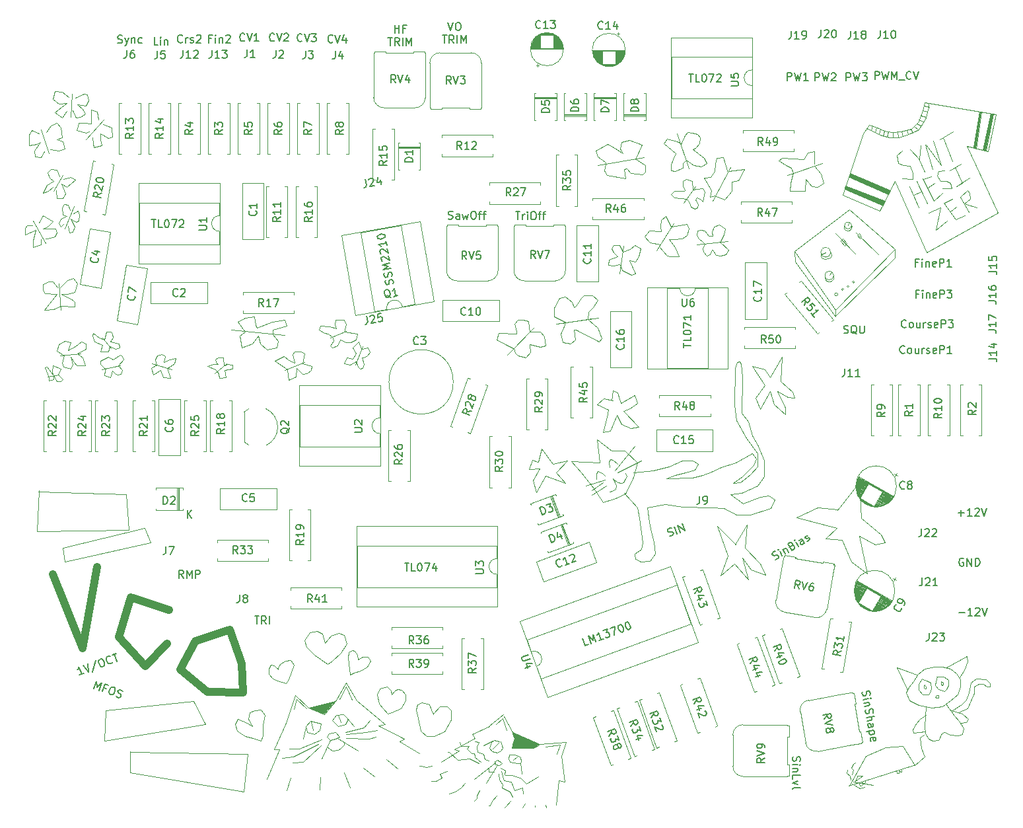
<source format=gbr>
G04 #@! TF.GenerationSoftware,KiCad,Pcbnew,(5.1.2-1)-1*
G04 #@! TF.CreationDate,2021-05-09T17:27:41-04:00*
G04 #@! TF.ProjectId,VCO - MFOS,56434f20-2d20-44d4-964f-532e6b696361,rev?*
G04 #@! TF.SameCoordinates,Original*
G04 #@! TF.FileFunction,Legend,Top*
G04 #@! TF.FilePolarity,Positive*
%FSLAX46Y46*%
G04 Gerber Fmt 4.6, Leading zero omitted, Abs format (unit mm)*
G04 Created by KiCad (PCBNEW (5.1.2-1)-1) date 2021-05-09 17:27:41*
%MOMM*%
%LPD*%
G04 APERTURE LIST*
%ADD10C,0.120000*%
%ADD11C,0.100000*%
%ADD12C,0.150000*%
%ADD13C,1.000000*%
%ADD14C,0.153000*%
G04 APERTURE END LIST*
D10*
X120967500Y-110871000D02*
X120967500Y-110807500D01*
X120967500Y-110934500D02*
X120967500Y-110871000D01*
X120840500Y-111188500D02*
X120967500Y-110934500D01*
X120713500Y-111061500D02*
X120840500Y-111188500D01*
X120459500Y-110871000D02*
X120713500Y-111061500D01*
X120586500Y-111125000D02*
X120459500Y-110871000D01*
X120586500Y-111252000D02*
X120586500Y-111125000D01*
X120459500Y-111379000D02*
X120586500Y-111252000D01*
X120269000Y-111379000D02*
X120459500Y-111379000D01*
X120142000Y-111125000D02*
X120269000Y-111379000D01*
X124968000Y-109664500D02*
X124904500Y-109537500D01*
X125031500Y-109791500D02*
X124968000Y-109664500D01*
X125222000Y-109791500D02*
X125031500Y-109791500D01*
X125285500Y-109664500D02*
X125222000Y-109791500D01*
X125349000Y-109410500D02*
X125285500Y-109664500D01*
X125349000Y-109474000D02*
X125349000Y-109410500D01*
X125412500Y-109601000D02*
X125349000Y-109474000D01*
X125603000Y-109601000D02*
X125412500Y-109601000D01*
X125603000Y-109347000D02*
X125603000Y-109601000D01*
X119443500Y-108648500D02*
X119634000Y-108458000D01*
X119126000Y-109093000D02*
X119443500Y-108648500D01*
X119443500Y-109347000D02*
X119126000Y-109093000D01*
X119253000Y-109982000D02*
X119443500Y-109347000D01*
X118554500Y-109791500D02*
X118618000Y-109410500D01*
X118999000Y-110172500D02*
X118554500Y-109791500D01*
X119062500Y-110617000D02*
X118999000Y-110172500D01*
X120269000Y-111760000D02*
X120840500Y-111569500D01*
X119253000Y-111125000D02*
X120269000Y-111760000D01*
X119443500Y-110934500D02*
X121920000Y-111315500D01*
X120586500Y-110109000D02*
X119888000Y-110172500D01*
X119634000Y-110807500D02*
X120586500Y-110109000D01*
X119951500Y-110236000D02*
X119634000Y-110807500D01*
X127381000Y-108712000D02*
X118808500Y-111442500D01*
X127952500Y-105219500D02*
X128460500Y-104902000D01*
X128143000Y-106553000D02*
X127952500Y-105219500D01*
X128587500Y-107696000D02*
X128143000Y-106553000D01*
X127317500Y-108775500D02*
X128587500Y-107696000D01*
X125793500Y-106299000D02*
X127317500Y-108775500D01*
X123571000Y-106489500D02*
X125793500Y-106299000D01*
X121031000Y-107569000D02*
X123571000Y-106489500D01*
X118872000Y-111379000D02*
X121031000Y-107569000D01*
X41783000Y-107315000D02*
X26733500Y-107061000D01*
X41275000Y-112141000D02*
X41783000Y-107315000D01*
X26670000Y-109728000D02*
X41275000Y-112141000D01*
X26733500Y-106997500D02*
X26670000Y-109728000D01*
X34861500Y-100584000D02*
X23558500Y-101727000D01*
X36322000Y-103568500D02*
X34861500Y-100584000D01*
X23431500Y-105664000D02*
X36322000Y-103568500D01*
X23558500Y-101727000D02*
X23431500Y-105664000D01*
X18097500Y-80962500D02*
X18351500Y-82740500D01*
X28575000Y-78422500D02*
X18097500Y-80962500D01*
X29337000Y-80264000D02*
X28575000Y-78422500D01*
X18288000Y-82740500D02*
X29337000Y-80264000D01*
X26225500Y-74041000D02*
X14922500Y-73723500D01*
X26543000Y-78676500D02*
X26225500Y-74041000D01*
X14795500Y-78803500D02*
X26543000Y-78676500D01*
X15049500Y-73596500D02*
X14795500Y-78803500D01*
X17780000Y-39814500D02*
X18224500Y-39370000D01*
X17526000Y-39370000D02*
X17780000Y-39814500D01*
X17843500Y-38798500D02*
X17526000Y-39370000D01*
X18542000Y-38417500D02*
X17843500Y-38798500D01*
X18097500Y-38227000D02*
X18542000Y-38417500D01*
X17970500Y-37338000D02*
X18097500Y-38227000D01*
X18224500Y-36893500D02*
X17970500Y-37338000D01*
X18732500Y-36957000D02*
X18224500Y-36893500D01*
X18986500Y-37655500D02*
X18732500Y-36957000D01*
X18923000Y-40576500D02*
X18732500Y-39687500D01*
X19367500Y-40449500D02*
X18923000Y-40576500D01*
X19621500Y-39814500D02*
X19367500Y-40449500D01*
X19113500Y-38798500D02*
X19621500Y-39814500D01*
X19367500Y-38925500D02*
X19113500Y-38798500D01*
X19748500Y-39179500D02*
X19367500Y-38925500D01*
X20129500Y-39052500D02*
X19748500Y-39179500D01*
X20193000Y-38227000D02*
X20129500Y-39052500D01*
X20002500Y-37782500D02*
X20193000Y-38227000D01*
X19431000Y-38100000D02*
X20002500Y-37782500D01*
X16192500Y-35179000D02*
X16827500Y-34671000D01*
X15494000Y-35433000D02*
X16192500Y-35179000D01*
X16002000Y-34417000D02*
X15494000Y-35433000D01*
X16891000Y-33972500D02*
X16002000Y-34417000D01*
X16383000Y-33528000D02*
X16891000Y-33972500D01*
X16129000Y-32829500D02*
X16383000Y-33528000D01*
X16510000Y-32448500D02*
X16129000Y-32829500D01*
X17272000Y-32512000D02*
X16510000Y-32448500D01*
X17653000Y-33337500D02*
X17272000Y-32512000D01*
X17272000Y-36131500D02*
X17208500Y-35115500D01*
X18034000Y-36131500D02*
X17272000Y-36131500D01*
X18415000Y-35560000D02*
X18034000Y-36131500D01*
X17907000Y-34290000D02*
X18415000Y-35560000D01*
X18605500Y-34734500D02*
X17907000Y-34290000D01*
X19685000Y-33782000D02*
X18605500Y-34734500D01*
X19113500Y-33464500D02*
X19685000Y-33782000D01*
X18161000Y-33655000D02*
X19113500Y-33464500D01*
X21018500Y-27749500D02*
X21463000Y-27559000D01*
X19875500Y-27432000D02*
X21018500Y-27749500D01*
X20002500Y-26924000D02*
X19875500Y-27432000D01*
X20129500Y-26479500D02*
X20002500Y-26924000D01*
X20891500Y-26479500D02*
X20129500Y-26479500D01*
X21717000Y-26543000D02*
X20891500Y-26479500D01*
X21717000Y-24765000D02*
X21717000Y-26543000D01*
X22479000Y-25082500D02*
X21717000Y-24765000D01*
X22669500Y-26098500D02*
X22479000Y-25082500D01*
X21971000Y-29083000D02*
X21844000Y-28321000D01*
X22034500Y-29654500D02*
X21971000Y-29083000D01*
X23050500Y-29337000D02*
X22034500Y-29654500D01*
X22923500Y-28575000D02*
X23050500Y-29337000D01*
X22860000Y-27876500D02*
X22923500Y-28575000D01*
X23876000Y-28448000D02*
X22860000Y-27876500D01*
X24447500Y-28257500D02*
X23876000Y-28448000D01*
X24320500Y-27051000D02*
X24447500Y-28257500D01*
X23241000Y-26670000D02*
X24320500Y-27051000D01*
X17970500Y-25781000D02*
X18605500Y-24955500D01*
X17081500Y-25146000D02*
X17970500Y-25781000D01*
X17907000Y-24447500D02*
X17081500Y-25146000D01*
X18542000Y-23939500D02*
X17907000Y-24447500D01*
X17589500Y-24003000D02*
X18542000Y-23939500D01*
X16827500Y-23431500D02*
X17589500Y-24003000D01*
X17081500Y-22415500D02*
X16827500Y-23431500D01*
X17970500Y-22542500D02*
X17081500Y-22415500D01*
X18859500Y-23177500D02*
X17970500Y-22542500D01*
X19748500Y-25844500D02*
X19367500Y-24892000D01*
X20383500Y-25717500D02*
X19748500Y-25844500D01*
X20955000Y-25336500D02*
X20383500Y-25717500D01*
X20574000Y-24701500D02*
X20955000Y-25336500D01*
X19939000Y-24130000D02*
X20574000Y-24701500D01*
X21018500Y-24320500D02*
X19939000Y-24130000D01*
X21336000Y-23622000D02*
X21018500Y-24320500D01*
X21209000Y-22860000D02*
X21336000Y-23622000D01*
X20764500Y-22733000D02*
X21209000Y-22860000D01*
X19685000Y-23241000D02*
X20764500Y-22733000D01*
X15240000Y-30861000D02*
X15684500Y-30162500D01*
X14541500Y-30797500D02*
X15240000Y-30861000D01*
X14414500Y-30035500D02*
X14541500Y-30797500D01*
X15176500Y-28956000D02*
X14414500Y-30035500D01*
X14795500Y-29210000D02*
X15176500Y-28956000D01*
X13779500Y-29400500D02*
X14795500Y-29210000D01*
X13716000Y-28003500D02*
X13779500Y-29400500D01*
X14097000Y-27432000D02*
X13716000Y-28003500D01*
X14986000Y-27876500D02*
X14097000Y-27432000D01*
X17589500Y-30035500D02*
X16446500Y-29845000D01*
X18288000Y-29781500D02*
X17589500Y-30035500D01*
X18097500Y-28829000D02*
X18288000Y-29781500D01*
X17335500Y-28638500D02*
X18097500Y-28829000D01*
X17970500Y-28321000D02*
X17335500Y-28638500D01*
X17780000Y-27114500D02*
X17970500Y-28321000D01*
X17272000Y-26479500D02*
X17780000Y-27114500D01*
X16510000Y-26797000D02*
X17272000Y-26479500D01*
X15938500Y-27686000D02*
X16510000Y-26797000D01*
X15303500Y-42100500D02*
X15240000Y-41402000D01*
X14224000Y-42418000D02*
X15303500Y-42100500D01*
X14287500Y-41529000D02*
X14224000Y-42418000D01*
X14605000Y-40195500D02*
X14287500Y-41529000D01*
X13208000Y-40767000D02*
X14605000Y-40195500D01*
X13208000Y-39941500D02*
X13208000Y-40767000D01*
X13462000Y-39624000D02*
X13208000Y-39941500D01*
X14160500Y-39624000D02*
X13462000Y-39624000D01*
X16129000Y-41338500D02*
X15875000Y-41275000D01*
X17018000Y-41084500D02*
X16129000Y-41338500D01*
X17335500Y-40576500D02*
X17018000Y-41084500D01*
X17145000Y-40068500D02*
X17335500Y-40576500D01*
X15557500Y-40005000D02*
X17145000Y-40068500D01*
X16129000Y-39814500D02*
X15557500Y-40005000D01*
X16764000Y-39116000D02*
X16129000Y-39814500D01*
X15557500Y-38354000D02*
X16764000Y-39116000D01*
X14986000Y-39306500D02*
X15494000Y-38354000D01*
X16827500Y-46799500D02*
X17399000Y-47561500D01*
X16256000Y-46799500D02*
X16827500Y-46799500D01*
X15557500Y-47180500D02*
X16256000Y-46799500D01*
X15494000Y-47879000D02*
X15557500Y-47180500D01*
X15811500Y-48323500D02*
X15494000Y-47879000D01*
X17272000Y-48387000D02*
X15811500Y-48323500D01*
X15684500Y-50482500D02*
X17272000Y-48387000D01*
X16891000Y-50355500D02*
X15684500Y-50482500D01*
X17843500Y-49974500D02*
X16891000Y-50355500D01*
X19558000Y-50038000D02*
X17843500Y-49974500D01*
X19558000Y-49466500D02*
X19558000Y-50038000D01*
X19304000Y-49212500D02*
X19558000Y-49466500D01*
X17907000Y-48450500D02*
X19304000Y-49212500D01*
X18669000Y-48450500D02*
X17907000Y-48450500D01*
X19621500Y-48196500D02*
X18669000Y-48450500D01*
X19939000Y-47053500D02*
X19621500Y-48196500D01*
X19431000Y-46418500D02*
X19939000Y-47053500D01*
X18669000Y-46609000D02*
X19431000Y-46418500D01*
X17716500Y-47561500D02*
X18669000Y-46609000D01*
X17970500Y-57213500D02*
X18224500Y-56261000D01*
X18161000Y-57721500D02*
X17970500Y-57213500D01*
X19050000Y-57975500D02*
X18161000Y-57721500D01*
X19304000Y-57404000D02*
X19050000Y-57975500D01*
X19113500Y-56451500D02*
X19304000Y-57404000D01*
X19494500Y-57150000D02*
X19113500Y-56451500D01*
X19812000Y-57531000D02*
X19494500Y-57150000D01*
X20955000Y-57531000D02*
X19812000Y-57531000D01*
X20574000Y-56515000D02*
X20955000Y-57531000D01*
X19939000Y-56070500D02*
X20574000Y-56515000D01*
X21018500Y-55435500D02*
X19939000Y-56070500D01*
X21018500Y-54800500D02*
X21018500Y-55435500D01*
X20447000Y-54483000D02*
X21018500Y-54800500D01*
X19685000Y-55118000D02*
X20447000Y-54483000D01*
X18732500Y-55626000D02*
X19685000Y-55118000D01*
X19050000Y-54610000D02*
X18732500Y-55626000D01*
X18351500Y-54419500D02*
X19050000Y-54610000D01*
X17526000Y-54864000D02*
X18351500Y-54419500D01*
X17335500Y-55689500D02*
X17526000Y-54864000D01*
X18224500Y-56261000D02*
X17335500Y-55689500D01*
X18034000Y-59309000D02*
X17462500Y-58737500D01*
X17780000Y-59563000D02*
X18034000Y-59309000D01*
X17335500Y-59626500D02*
X17780000Y-59563000D01*
X16891000Y-58864500D02*
X17335500Y-59626500D01*
X16891000Y-59309000D02*
X16891000Y-58864500D01*
X16319500Y-59499500D02*
X16891000Y-59309000D01*
X16256000Y-59055000D02*
X16319500Y-59499500D01*
X15811500Y-57785000D02*
X16256000Y-59055000D01*
X16002000Y-57721500D02*
X15811500Y-57785000D01*
X16827500Y-58737500D02*
X16002000Y-57721500D01*
X16700500Y-58420000D02*
X16827500Y-58737500D01*
X16827500Y-57531000D02*
X16700500Y-58420000D01*
X17780000Y-57975500D02*
X16827500Y-57531000D01*
X17462500Y-58737500D02*
X17780000Y-57975500D01*
X22733000Y-53975000D02*
X23368000Y-54292500D01*
X21971000Y-53403500D02*
X22733000Y-53975000D01*
X21844000Y-53721000D02*
X21971000Y-53403500D01*
X22161500Y-54546500D02*
X21844000Y-53721000D01*
X23114000Y-54927500D02*
X22161500Y-54546500D01*
X22923500Y-55816500D02*
X23114000Y-54927500D01*
X23876000Y-55753000D02*
X22923500Y-55816500D01*
X24066500Y-55118000D02*
X23876000Y-55753000D01*
X24828500Y-55435500D02*
X24066500Y-55118000D01*
X25336500Y-55308500D02*
X24828500Y-55435500D01*
X25273000Y-54800500D02*
X25336500Y-55308500D01*
X24130000Y-54546500D02*
X25273000Y-54800500D01*
X24257000Y-54356000D02*
X24130000Y-54546500D01*
X24511000Y-54038500D02*
X24257000Y-54356000D01*
X24447500Y-53467000D02*
X24511000Y-54038500D01*
X24257000Y-53213000D02*
X24447500Y-53467000D01*
X23622000Y-53276500D02*
X24257000Y-53213000D01*
X23431500Y-54292500D02*
X23622000Y-53276500D01*
X23495000Y-58166000D02*
X23495000Y-57912000D01*
X23431500Y-58801000D02*
X23495000Y-58166000D01*
X24193500Y-59118500D02*
X23431500Y-58801000D01*
X24257000Y-58864500D02*
X24193500Y-59118500D01*
X24447500Y-58229500D02*
X24257000Y-58864500D01*
X24828500Y-58674000D02*
X24447500Y-58229500D01*
X25082500Y-58737500D02*
X24828500Y-58674000D01*
X25527000Y-58674000D02*
X25082500Y-58737500D01*
X25717500Y-58166000D02*
X25527000Y-58674000D01*
X25146000Y-57594500D02*
X25717500Y-58166000D01*
X25844500Y-56769000D02*
X25146000Y-57594500D01*
X25717500Y-56388000D02*
X25844500Y-56769000D01*
X25400000Y-56197500D02*
X25717500Y-56388000D01*
X24511000Y-56769000D02*
X25400000Y-56197500D01*
X23876000Y-56451500D02*
X24511000Y-56769000D01*
X22923500Y-56959500D02*
X23876000Y-56451500D01*
X22860000Y-57404000D02*
X22923500Y-56959500D01*
X23495000Y-57975500D02*
X22860000Y-57404000D01*
X31877000Y-59182000D02*
X31432500Y-57912000D01*
X30924500Y-59055000D02*
X31877000Y-59182000D01*
X30607000Y-58166000D02*
X30924500Y-59055000D01*
X29654500Y-58737500D02*
X30607000Y-58166000D01*
X29400500Y-57912000D02*
X29654500Y-58737500D01*
X30099000Y-57467500D02*
X29400500Y-57912000D01*
X31750000Y-57721500D02*
X31432500Y-57912000D01*
X32385000Y-57340500D02*
X31750000Y-57721500D01*
X32512000Y-56642000D02*
X32385000Y-57340500D01*
X31813500Y-56769000D02*
X32512000Y-56642000D01*
X30988000Y-57150000D02*
X31813500Y-56769000D01*
X31178500Y-56388000D02*
X30988000Y-57150000D01*
X30734000Y-56134000D02*
X31178500Y-56388000D01*
X30162500Y-56324500D02*
X30734000Y-56134000D01*
X29908500Y-56769000D02*
X30162500Y-56324500D01*
X30099000Y-57531000D02*
X29908500Y-56769000D01*
X39116000Y-57404000D02*
X38798500Y-57531000D01*
X39814500Y-57467500D02*
X39116000Y-57404000D01*
X39814500Y-57975500D02*
X39814500Y-57467500D01*
X38798500Y-58166000D02*
X39814500Y-57975500D01*
X38989000Y-59055000D02*
X38798500Y-58166000D01*
X38163500Y-59182000D02*
X38989000Y-59055000D01*
X38036500Y-58674000D02*
X38163500Y-59182000D01*
X37909500Y-58293000D02*
X38036500Y-58674000D01*
X37592000Y-58039000D02*
X37909500Y-58293000D01*
X36639500Y-57658000D02*
X37592000Y-58039000D01*
X37338000Y-57404000D02*
X36639500Y-57658000D01*
X37973000Y-57404000D02*
X37338000Y-57404000D01*
X37782500Y-57277000D02*
X37973000Y-57404000D01*
X37655500Y-56769000D02*
X37782500Y-57277000D01*
X37973000Y-56515000D02*
X37655500Y-56769000D01*
X38608000Y-56515000D02*
X37973000Y-56515000D01*
X38735000Y-57594500D02*
X38608000Y-56515000D01*
X40767000Y-53721000D02*
X41402000Y-53213000D01*
X41021000Y-55308500D02*
X40767000Y-53721000D01*
X42354500Y-54800500D02*
X41021000Y-55308500D01*
X43116500Y-53721000D02*
X42354500Y-54800500D01*
X43370500Y-54800500D02*
X43116500Y-53721000D01*
X44259500Y-55499000D02*
X43370500Y-54800500D01*
X45466000Y-55308500D02*
X44259500Y-55499000D01*
X45656500Y-54419500D02*
X45466000Y-55308500D01*
X44958000Y-53594000D02*
X45656500Y-54419500D01*
X45021500Y-53022500D02*
X44958000Y-53594000D01*
X46799500Y-52451000D02*
X45021500Y-53022500D01*
X46545500Y-51689000D02*
X46799500Y-52451000D01*
X44894500Y-51943000D02*
X46545500Y-51689000D01*
X42926000Y-52768500D02*
X44894500Y-51943000D01*
X42799000Y-52387500D02*
X42926000Y-52768500D01*
X42608500Y-51308000D02*
X42799000Y-52387500D01*
X41402000Y-51498500D02*
X42608500Y-51308000D01*
X40513000Y-51943000D02*
X41402000Y-51498500D01*
X41402000Y-53213000D02*
X40513000Y-51943000D01*
X46863000Y-58102500D02*
X46863000Y-58039000D01*
X46990000Y-59436000D02*
X46863000Y-58102500D01*
X47942500Y-58991500D02*
X46990000Y-59436000D01*
X48069500Y-57912000D02*
X47942500Y-58991500D01*
X48260000Y-58166000D02*
X48069500Y-57912000D01*
X48768000Y-58674000D02*
X48260000Y-58166000D01*
X49403000Y-58547000D02*
X48768000Y-58674000D01*
X49911000Y-58166000D02*
X49403000Y-58547000D01*
X49974500Y-57658000D02*
X49911000Y-58166000D01*
X48831500Y-57277000D02*
X49974500Y-57658000D01*
X45275500Y-56959500D02*
X46863000Y-58039000D01*
X46418500Y-56388000D02*
X45275500Y-56959500D01*
X46990000Y-56896000D02*
X46418500Y-56388000D01*
X47752000Y-57213500D02*
X46990000Y-56896000D01*
X47498000Y-56134000D02*
X47752000Y-57213500D01*
X47815500Y-55753000D02*
X47498000Y-56134000D01*
X48641000Y-55816500D02*
X47815500Y-55753000D01*
X49085500Y-56070500D02*
X48641000Y-55816500D01*
X48831500Y-57277000D02*
X49085500Y-56070500D01*
X54927500Y-57467500D02*
X55689500Y-57023000D01*
X54165500Y-57340500D02*
X54927500Y-57467500D01*
X54483000Y-56578500D02*
X54165500Y-57340500D01*
X55245000Y-56705500D02*
X54483000Y-56578500D01*
X55626000Y-56007000D02*
X55245000Y-56705500D01*
X55245000Y-55245000D02*
X55626000Y-56007000D01*
X55626000Y-54864000D02*
X55245000Y-55245000D01*
X56007000Y-54546500D02*
X55626000Y-54864000D01*
X56324500Y-55435500D02*
X56007000Y-54546500D01*
X55943500Y-57721500D02*
X55626000Y-57086500D01*
X56134000Y-57975500D02*
X55943500Y-57721500D01*
X56515000Y-57912000D02*
X56134000Y-57975500D01*
X56705500Y-57404000D02*
X56515000Y-57912000D01*
X56451500Y-56578500D02*
X56705500Y-57404000D01*
X56705500Y-56515000D02*
X56451500Y-56578500D01*
X57086500Y-56324500D02*
X56705500Y-56515000D01*
X57404000Y-55880000D02*
X57086500Y-56324500D01*
X57150000Y-55245000D02*
X57404000Y-55880000D01*
X56451500Y-55435500D02*
X57150000Y-55245000D01*
X52768500Y-54419500D02*
X52705000Y-53975000D01*
X52324000Y-55054500D02*
X52768500Y-54419500D01*
X52578000Y-55308500D02*
X52324000Y-55054500D01*
X53276500Y-55054500D02*
X52578000Y-55308500D01*
X53657500Y-54229000D02*
X53276500Y-55054500D01*
X54419500Y-54610000D02*
X53657500Y-54229000D01*
X54991000Y-54610000D02*
X54419500Y-54610000D01*
X55689500Y-54229000D02*
X54991000Y-54610000D01*
X55816500Y-53530500D02*
X55689500Y-54229000D01*
X54165500Y-53276500D02*
X55816500Y-53530500D01*
X52133500Y-53530500D02*
X52641500Y-53911500D01*
X51625500Y-53403500D02*
X52133500Y-53530500D01*
X50927000Y-52959000D02*
X51625500Y-53403500D01*
X51054000Y-52451000D02*
X50927000Y-52959000D01*
X52260500Y-52578000D02*
X51054000Y-52451000D01*
X53086000Y-52832000D02*
X52260500Y-52578000D01*
X52959000Y-52324000D02*
X53086000Y-52832000D01*
X53022500Y-51752500D02*
X52959000Y-52324000D01*
X54102000Y-51689000D02*
X53022500Y-51752500D01*
X54356000Y-52324000D02*
X54102000Y-51689000D01*
X54165500Y-53213000D02*
X54356000Y-52324000D01*
X19050000Y-25717500D02*
X19240500Y-22796500D01*
X21018500Y-28638500D02*
X23304500Y-26035000D01*
X16256000Y-30416500D02*
X15303500Y-27305000D01*
X18288000Y-40005000D02*
X19494500Y-37147500D01*
X16891000Y-35179000D02*
X18034000Y-33147000D01*
X15875000Y-41910000D02*
X14224000Y-38989000D01*
X17780000Y-50482500D02*
X17526000Y-47053500D01*
X17589500Y-58737500D02*
X16129000Y-58991500D01*
X20320000Y-56070500D02*
X17716500Y-56324500D01*
X25400000Y-57594500D02*
X23050500Y-58039000D01*
X24257000Y-55372000D02*
X23177500Y-54038500D01*
X32004000Y-58102500D02*
X29464000Y-57340500D01*
X39052500Y-57340500D02*
X37528500Y-58610500D01*
X46545500Y-53657500D02*
X39687500Y-53022500D01*
X49085500Y-57150000D02*
X46545500Y-58166000D01*
X56515000Y-55118000D02*
X55562500Y-57467500D01*
X52324000Y-54038500D02*
X54419500Y-53149500D01*
X111442500Y-32258000D02*
X111696500Y-32956500D01*
X110807500Y-31877000D02*
X111442500Y-32258000D01*
X109855000Y-31305500D02*
X110807500Y-31877000D01*
X110236000Y-30988000D02*
X109855000Y-31305500D01*
X113030000Y-31115000D02*
X110236000Y-30988000D01*
X113601500Y-30289500D02*
X113030000Y-31115000D01*
X114427000Y-30162500D02*
X113601500Y-30289500D01*
X114427000Y-31750000D02*
X114427000Y-30162500D01*
X111379000Y-34163000D02*
X111696500Y-32829500D01*
X111315500Y-35179000D02*
X111379000Y-34163000D01*
X113220500Y-35242500D02*
X111315500Y-35179000D01*
X113347500Y-33655000D02*
X113220500Y-35242500D01*
X114109500Y-34607500D02*
X113347500Y-33655000D01*
X114871500Y-34671000D02*
X114109500Y-34607500D01*
X115570000Y-34163000D02*
X114871500Y-34671000D01*
X115252500Y-33020000D02*
X115570000Y-34163000D01*
X114427000Y-32004000D02*
X115252500Y-33020000D01*
X102870000Y-36322000D02*
X101663500Y-35814000D01*
X103378000Y-35687000D02*
X102870000Y-36322000D01*
X103822500Y-35242500D02*
X103378000Y-35687000D01*
X103822500Y-34036000D02*
X103822500Y-35242500D01*
X104648000Y-33845500D02*
X103822500Y-34036000D01*
X105473500Y-32385000D02*
X104648000Y-33845500D01*
X103378000Y-32639000D02*
X105473500Y-32385000D01*
X101028500Y-35941000D02*
X101600000Y-35814000D01*
X101219000Y-35115500D02*
X101028500Y-35941000D01*
X100266500Y-33528000D02*
X101219000Y-35115500D01*
X101092000Y-33401000D02*
X100266500Y-33528000D01*
X101600000Y-32639000D02*
X101092000Y-33401000D01*
X101727000Y-31750000D02*
X101600000Y-32639000D01*
X101917500Y-30988000D02*
X101727000Y-31750000D01*
X102743000Y-30861000D02*
X101917500Y-30988000D01*
X103314500Y-32829500D02*
X102743000Y-30861000D01*
X96837500Y-28829000D02*
X97282000Y-29146500D01*
X95504000Y-28511500D02*
X96837500Y-28829000D01*
X95123000Y-29083000D02*
X95504000Y-28511500D01*
X96647000Y-30416500D02*
X95123000Y-29083000D01*
X96329500Y-31178500D02*
X96647000Y-30416500D01*
X96012000Y-31813500D02*
X96329500Y-31178500D01*
X96075500Y-32575500D02*
X96012000Y-31813500D01*
X96583500Y-32639000D02*
X96075500Y-32575500D01*
X97536000Y-32258000D02*
X96583500Y-32639000D01*
X97536000Y-31686500D02*
X97536000Y-32258000D01*
X97980500Y-31242000D02*
X97536000Y-31686500D01*
X98933000Y-31877000D02*
X97980500Y-31242000D01*
X99949000Y-32067500D02*
X98933000Y-31877000D01*
X100647500Y-31686500D02*
X99949000Y-32067500D01*
X100266500Y-30988000D02*
X100647500Y-31686500D01*
X98869500Y-29908500D02*
X100266500Y-30988000D01*
X99187000Y-29718000D02*
X98869500Y-29908500D01*
X99695000Y-29146500D02*
X99187000Y-29718000D01*
X99758500Y-28384500D02*
X99695000Y-29146500D01*
X99441000Y-27940000D02*
X99758500Y-28384500D01*
X98742500Y-27749500D02*
X99441000Y-27940000D01*
X98171000Y-27686000D02*
X98742500Y-27749500D01*
X97853500Y-28067000D02*
X98171000Y-27686000D01*
X97282000Y-29210000D02*
X97853500Y-28067000D01*
X87503000Y-32575500D02*
X87693500Y-31750000D01*
X87820500Y-33210500D02*
X87503000Y-32575500D01*
X90233500Y-33591500D02*
X87820500Y-33210500D01*
X90043000Y-32448500D02*
X90233500Y-33591500D01*
X90360500Y-32321500D02*
X90043000Y-32448500D01*
X90868500Y-32893000D02*
X90360500Y-32321500D01*
X92392500Y-33083500D02*
X90868500Y-32893000D01*
X92710000Y-32766000D02*
X92392500Y-33083500D01*
X92773500Y-31940500D02*
X92710000Y-32766000D01*
X91567000Y-31115000D02*
X92773500Y-31940500D01*
X87566500Y-31496000D02*
X87757000Y-31750000D01*
X86614000Y-30797500D02*
X87566500Y-31496000D01*
X86360000Y-30035500D02*
X86614000Y-30797500D01*
X87884000Y-29210000D02*
X86360000Y-30035500D01*
X88709500Y-29654500D02*
X87884000Y-29210000D01*
X89852500Y-30353000D02*
X88709500Y-29654500D01*
X89535000Y-29781500D02*
X89852500Y-30353000D01*
X89725500Y-28956000D02*
X89535000Y-29781500D01*
X90741500Y-28702000D02*
X89725500Y-28956000D01*
X92329000Y-29273500D02*
X90741500Y-28702000D01*
X91503500Y-31115000D02*
X92329000Y-29273500D01*
X99377500Y-34988500D02*
X98869500Y-35052000D01*
X100139500Y-34861500D02*
X99377500Y-34988500D01*
X100330000Y-35306000D02*
X100139500Y-34861500D01*
X100076000Y-36576000D02*
X100330000Y-35306000D01*
X99758500Y-36258500D02*
X100076000Y-36576000D01*
X99314000Y-36068000D02*
X99758500Y-36258500D01*
X99187000Y-36322000D02*
X99314000Y-36068000D01*
X99504500Y-36893500D02*
X99187000Y-36322000D01*
X99441000Y-37338000D02*
X99504500Y-36893500D01*
X99060000Y-37528500D02*
X99441000Y-37338000D01*
X98615500Y-37274500D02*
X99060000Y-37528500D01*
X98425000Y-36703000D02*
X98615500Y-37274500D01*
X98044000Y-36195000D02*
X98425000Y-36703000D01*
X97282000Y-36131500D02*
X98044000Y-36195000D01*
X96456500Y-36068000D02*
X97282000Y-36131500D01*
X96012000Y-35623500D02*
X96456500Y-36068000D01*
X96456500Y-35242500D02*
X96012000Y-35623500D01*
X97726500Y-35179000D02*
X96456500Y-35242500D01*
X97853500Y-35115500D02*
X97726500Y-35179000D01*
X97536000Y-34544000D02*
X97853500Y-35115500D01*
X97536000Y-33972500D02*
X97536000Y-34544000D01*
X97980500Y-33655000D02*
X97536000Y-33972500D01*
X98742500Y-33909000D02*
X97980500Y-33655000D01*
X98869500Y-35052000D02*
X98742500Y-33909000D01*
X97663000Y-36766500D02*
X99187000Y-34607500D01*
X100139500Y-42545000D02*
X100330000Y-41973500D01*
X100203000Y-42989500D02*
X100139500Y-42545000D01*
X100584000Y-43497500D02*
X100203000Y-42989500D01*
X101028500Y-43370500D02*
X100584000Y-43497500D01*
X101282500Y-42735500D02*
X101028500Y-43370500D01*
X101346000Y-42735500D02*
X101282500Y-42735500D01*
X101790500Y-43434000D02*
X101346000Y-42735500D01*
X102425500Y-43497500D02*
X101790500Y-43434000D01*
X103060500Y-43307000D02*
X102425500Y-43497500D01*
X103441500Y-42735500D02*
X103060500Y-43307000D01*
X102362000Y-41783000D02*
X103441500Y-42735500D01*
X100139500Y-41719500D02*
X100330000Y-41973500D01*
X99631500Y-41338500D02*
X100139500Y-41719500D01*
X99314000Y-40894000D02*
X99631500Y-41338500D01*
X99441000Y-40322500D02*
X99314000Y-40894000D01*
X99885500Y-40195500D02*
X99441000Y-40322500D01*
X100393500Y-40322500D02*
X99885500Y-40195500D01*
X100838000Y-40957500D02*
X100393500Y-40322500D01*
X101409500Y-40957500D02*
X100838000Y-40957500D01*
X101282500Y-40449500D02*
X101409500Y-40957500D01*
X101536500Y-39751000D02*
X101282500Y-40449500D01*
X102235000Y-39560500D02*
X101536500Y-39751000D01*
X102997000Y-40068500D02*
X102235000Y-39560500D01*
X102806500Y-40830500D02*
X102997000Y-40068500D01*
X102298500Y-41783000D02*
X102806500Y-40830500D01*
X93345000Y-41783000D02*
X94678500Y-42037000D01*
X92646500Y-41021000D02*
X93345000Y-41783000D01*
X93281500Y-40322500D02*
X92646500Y-41021000D01*
X94805500Y-40386000D02*
X93281500Y-40322500D01*
X94678500Y-39814500D02*
X94805500Y-40386000D01*
X94805500Y-38925500D02*
X94678500Y-39814500D01*
X95377000Y-38417500D02*
X94805500Y-38925500D01*
X96012000Y-39814500D02*
X95377000Y-38417500D01*
X95504000Y-43497500D02*
X94488000Y-42354500D01*
X95948500Y-43624500D02*
X95504000Y-43497500D01*
X97028000Y-43561000D02*
X95948500Y-43624500D01*
X96583500Y-42418000D02*
X97028000Y-43561000D01*
X95758000Y-41402000D02*
X96583500Y-42418000D01*
X96393000Y-41402000D02*
X95758000Y-41402000D01*
X97472500Y-41275000D02*
X96393000Y-41402000D01*
X98107500Y-40894000D02*
X97472500Y-41275000D01*
X98361500Y-40068500D02*
X98107500Y-40894000D01*
X98107500Y-39433500D02*
X98361500Y-40068500D01*
X96139000Y-39814500D02*
X98107500Y-39433500D01*
X75565000Y-55689500D02*
X75057000Y-56197500D01*
X78105000Y-53086000D02*
X78486000Y-52641500D01*
X81280000Y-52260500D02*
X86741000Y-51435000D01*
X82105500Y-52133500D02*
X81280000Y-52260500D01*
X89408000Y-44577000D02*
X89535000Y-44704000D01*
X88646000Y-44767500D02*
X89408000Y-44577000D01*
X88011000Y-44704000D02*
X88646000Y-44767500D01*
X88074500Y-44005500D02*
X88011000Y-44704000D01*
X89154000Y-43624500D02*
X88074500Y-44005500D01*
X88646000Y-43053000D02*
X89154000Y-43624500D01*
X88455500Y-42608500D02*
X88646000Y-43053000D01*
X88709500Y-42164000D02*
X88455500Y-42608500D01*
X89408000Y-42164000D02*
X88709500Y-42164000D01*
X89852500Y-42989500D02*
X89408000Y-42164000D01*
X89789000Y-45339000D02*
X89535000Y-44704000D01*
X90995500Y-45974000D02*
X89789000Y-45339000D01*
X91503500Y-45783500D02*
X90995500Y-45974000D01*
X91059000Y-44831000D02*
X91503500Y-45783500D01*
X90741500Y-44132500D02*
X91059000Y-44831000D01*
X91503500Y-44259500D02*
X90741500Y-44132500D01*
X91884500Y-43561000D02*
X91503500Y-44259500D01*
X92138500Y-42545000D02*
X91884500Y-43561000D01*
X91376500Y-42164000D02*
X92138500Y-42545000D01*
X90805000Y-42672000D02*
X91376500Y-42164000D01*
X89852500Y-42989500D02*
X90805000Y-42672000D01*
X82296000Y-52578000D02*
X82486500Y-52070000D01*
X81915000Y-53467000D02*
X82296000Y-52578000D01*
X82169000Y-54610000D02*
X81915000Y-53467000D01*
X83185000Y-54737000D02*
X82169000Y-54610000D01*
X83756500Y-54229000D02*
X83185000Y-54737000D01*
X83629500Y-53022500D02*
X83756500Y-54229000D01*
X83883500Y-52959000D02*
X83629500Y-53022500D01*
X86804500Y-54546500D02*
X83883500Y-52959000D01*
X87185500Y-54102000D02*
X86804500Y-54546500D01*
X86677500Y-52768500D02*
X87185500Y-54102000D01*
X86169500Y-52324000D02*
X86677500Y-52768500D01*
X85407500Y-51625500D02*
X86169500Y-52324000D01*
X85471000Y-50736500D02*
X85407500Y-51625500D01*
X86042500Y-50101500D02*
X85471000Y-50736500D01*
X86614000Y-49212500D02*
X86042500Y-50101500D01*
X85979000Y-48577500D02*
X86614000Y-49212500D01*
X84899500Y-48577500D02*
X85979000Y-48577500D01*
X84518500Y-48895000D02*
X84899500Y-48577500D01*
X83883500Y-49911000D02*
X84518500Y-48895000D01*
X83629500Y-50101500D02*
X83883500Y-49911000D01*
X83312000Y-49403000D02*
X83629500Y-50101500D01*
X82486500Y-48768000D02*
X83312000Y-49403000D01*
X81724500Y-48895000D02*
X82486500Y-48768000D01*
X81026000Y-50165000D02*
X81724500Y-48895000D01*
X81026000Y-51308000D02*
X81026000Y-50165000D01*
X82550000Y-52070000D02*
X81026000Y-51308000D01*
X76073000Y-55943500D02*
X75882500Y-55372000D01*
X76390500Y-56324500D02*
X76073000Y-55943500D01*
X77406500Y-56578500D02*
X76390500Y-56324500D01*
X78041500Y-55880000D02*
X77406500Y-56578500D01*
X77914500Y-54864000D02*
X78041500Y-55880000D01*
X79248000Y-55181500D02*
X77914500Y-54864000D01*
X79946500Y-54991000D02*
X79248000Y-55181500D01*
X79756000Y-53848000D02*
X79946500Y-54991000D01*
X79248000Y-53276500D02*
X79756000Y-53848000D01*
X77978000Y-53276500D02*
X79248000Y-53276500D01*
X74993500Y-54927500D02*
X75819000Y-55372000D01*
X73660000Y-54229000D02*
X74993500Y-54927500D01*
X73977500Y-53403500D02*
X73660000Y-54229000D01*
X76263500Y-53467000D02*
X73977500Y-53403500D01*
X76263500Y-53149500D02*
X76263500Y-53467000D01*
X76009500Y-52260500D02*
X76263500Y-53149500D01*
X76390500Y-51752500D02*
X76009500Y-52260500D01*
X77089000Y-51689000D02*
X76390500Y-51752500D01*
X77724000Y-51879500D02*
X77089000Y-51689000D01*
X77914500Y-53276500D02*
X77724000Y-51879500D01*
X110934500Y-33210500D02*
X115443000Y-31686500D01*
X92583000Y-30924500D02*
X86677500Y-31940500D01*
X98361500Y-32321500D02*
X96774000Y-27813000D01*
X101346000Y-36512500D02*
X103695500Y-32131000D01*
X99377500Y-42100500D02*
X103314500Y-41656000D01*
X94170500Y-42862500D02*
X96393000Y-39370000D01*
X89979500Y-42227500D02*
X89408000Y-45783500D01*
X82105500Y-52133500D02*
X85915500Y-51562000D01*
X75565000Y-55689500D02*
X78105000Y-53086000D01*
X134048500Y-101536500D02*
X132842000Y-101981000D01*
X134493000Y-100520500D02*
X134048500Y-101536500D01*
X134937500Y-99568000D02*
X134493000Y-100520500D01*
X134937500Y-98679000D02*
X134937500Y-99568000D01*
X135509000Y-98361500D02*
X134937500Y-98679000D01*
X136080500Y-98361500D02*
X135509000Y-98361500D01*
X136525000Y-98679000D02*
X136080500Y-98361500D01*
X136906000Y-98679000D02*
X136525000Y-98679000D01*
X136969500Y-98298000D02*
X136906000Y-98679000D01*
X136398000Y-97790000D02*
X136969500Y-98298000D01*
X135191500Y-97726500D02*
X136398000Y-97790000D01*
X134493000Y-98234500D02*
X135191500Y-97726500D01*
X134239000Y-99504500D02*
X134493000Y-98234500D01*
X133858000Y-100393500D02*
X134239000Y-99504500D01*
X133286500Y-101028500D02*
X133858000Y-100393500D01*
X132143500Y-101727000D02*
X133286500Y-101028500D01*
X133921500Y-103314500D02*
X133159500Y-103378000D01*
X134175500Y-102870000D02*
X133921500Y-103314500D01*
X133413500Y-102171500D02*
X134175500Y-102870000D01*
X131953000Y-101790500D02*
X133413500Y-102171500D01*
X128587500Y-104457500D02*
X128651000Y-104457500D01*
X127889000Y-104584500D02*
X128587500Y-104457500D01*
X127127000Y-104648000D02*
X127889000Y-104584500D01*
X127063500Y-104203500D02*
X127127000Y-104648000D01*
X127444500Y-103441500D02*
X127063500Y-104203500D01*
X127952500Y-102870000D02*
X127444500Y-103441500D01*
X128714500Y-102362000D02*
X127952500Y-102870000D01*
X132397500Y-102425500D02*
X131254500Y-100901500D01*
X132969000Y-103124000D02*
X132397500Y-102425500D01*
X133540500Y-104013000D02*
X132969000Y-103124000D01*
X133413500Y-104775000D02*
X133540500Y-104013000D01*
X132905500Y-104965500D02*
X133413500Y-104775000D01*
X131826000Y-104902000D02*
X132905500Y-104965500D01*
X131127500Y-104584500D02*
X131826000Y-104902000D01*
X130873500Y-104648000D02*
X131127500Y-104584500D01*
X130619500Y-104965500D02*
X130873500Y-104648000D01*
X130492500Y-105283000D02*
X130619500Y-104965500D01*
X130365500Y-105537000D02*
X130492500Y-105283000D01*
X129603500Y-105664000D02*
X130365500Y-105537000D01*
X129032000Y-105410000D02*
X129603500Y-105664000D01*
X128651000Y-104711500D02*
X129032000Y-105410000D01*
X128587500Y-103822500D02*
X128651000Y-104711500D01*
X128714500Y-101282500D02*
X128587500Y-103822500D01*
X130746500Y-98107500D02*
X130683000Y-98044000D01*
X130937000Y-98234500D02*
X130746500Y-98107500D01*
X130937000Y-98361500D02*
X130937000Y-98234500D01*
X130810000Y-98552000D02*
X130937000Y-98361500D01*
X130683000Y-98425000D02*
X130810000Y-98552000D01*
X130683000Y-98044000D02*
X130683000Y-98425000D01*
X128524000Y-98488500D02*
X128524000Y-98552000D01*
X128587500Y-98552000D02*
X128524000Y-98488500D01*
X128714500Y-98742500D02*
X128587500Y-98552000D01*
X128714500Y-98996500D02*
X128714500Y-98742500D01*
X128524000Y-98996500D02*
X128714500Y-98996500D01*
X128460500Y-98869500D02*
X128524000Y-98996500D01*
X128460500Y-98552000D02*
X128460500Y-98869500D01*
X130365500Y-99822000D02*
X130111500Y-99822000D01*
X130365500Y-100076000D02*
X130365500Y-99822000D01*
X130365500Y-100139500D02*
X130365500Y-100076000D01*
X130111500Y-100139500D02*
X130365500Y-100139500D01*
X129921000Y-100076000D02*
X130111500Y-100139500D01*
X130048000Y-99822000D02*
X129921000Y-100076000D01*
X131000500Y-97409000D02*
X130111500Y-97472500D01*
X131635500Y-97853500D02*
X131000500Y-97409000D01*
X131635500Y-98552000D02*
X131635500Y-97853500D01*
X131381500Y-99060000D02*
X131635500Y-98552000D01*
X131127500Y-99314000D02*
X131381500Y-99060000D01*
X130302000Y-99060000D02*
X131127500Y-99314000D01*
X129921000Y-98552000D02*
X130302000Y-99060000D01*
X129984500Y-98044000D02*
X129921000Y-98552000D01*
X130175000Y-97472500D02*
X129984500Y-98044000D01*
X128841500Y-97980500D02*
X128270000Y-97790000D01*
X129286000Y-98234500D02*
X128841500Y-97980500D01*
X129413000Y-98933000D02*
X129286000Y-98234500D01*
X129222500Y-99441000D02*
X129413000Y-98933000D01*
X129032000Y-99758500D02*
X129222500Y-99441000D01*
X128333500Y-99695000D02*
X129032000Y-99758500D01*
X127762000Y-99123500D02*
X128333500Y-99695000D01*
X127762000Y-98361500D02*
X127762000Y-99123500D01*
X128206500Y-97726500D02*
X127762000Y-98361500D01*
X133667500Y-96583500D02*
X133032500Y-97536000D01*
X134048500Y-95504000D02*
X133667500Y-96583500D01*
X133985000Y-94805500D02*
X134048500Y-95504000D01*
X131318000Y-96266000D02*
X133985000Y-94805500D01*
X125031500Y-96266000D02*
X126365000Y-99123500D01*
X127571500Y-97218500D02*
X125031500Y-96266000D01*
X126555500Y-98806000D02*
X127127000Y-98044000D01*
X126174500Y-99504500D02*
X126555500Y-98806000D01*
X126619000Y-100457000D02*
X126174500Y-99504500D01*
X127762000Y-101092000D02*
X126619000Y-100457000D01*
X129476500Y-101409500D02*
X127762000Y-101092000D01*
X130810000Y-101282500D02*
X129476500Y-101409500D01*
X131889500Y-100520500D02*
X130810000Y-101282500D01*
X132778500Y-99758500D02*
X131889500Y-100520500D01*
X133159500Y-98679000D02*
X132778500Y-99758500D01*
X133159500Y-97790000D02*
X133159500Y-98679000D01*
X132651500Y-97028000D02*
X133159500Y-97790000D01*
X131826000Y-96456500D02*
X132651500Y-97028000D01*
X130810000Y-96139000D02*
X131826000Y-96456500D01*
X129794000Y-96139000D02*
X130810000Y-96139000D01*
X128587500Y-96393000D02*
X129794000Y-96139000D01*
X127698500Y-97091500D02*
X128587500Y-96393000D01*
X127127000Y-98044000D02*
X127698500Y-97091500D01*
X81851500Y-106172000D02*
X81407000Y-107378500D01*
X79946500Y-106426000D02*
X81851500Y-106172000D01*
X74422000Y-102743000D02*
X74993500Y-104330500D01*
X73596500Y-103568500D02*
X74422000Y-102743000D01*
D11*
G36*
X79184500Y-106108500D02*
G01*
X79057500Y-106235500D01*
X78613000Y-106489500D01*
X78359000Y-106553000D01*
X77216000Y-106553000D01*
X76708000Y-106616500D01*
X75628500Y-106553000D01*
X75819000Y-105791000D01*
X75946000Y-105410000D01*
X75819000Y-104965500D01*
X75755500Y-104648000D01*
X79184500Y-106108500D01*
G37*
X79184500Y-106108500D02*
X79057500Y-106235500D01*
X78613000Y-106489500D01*
X78359000Y-106553000D01*
X77216000Y-106553000D01*
X76708000Y-106616500D01*
X75628500Y-106553000D01*
X75819000Y-105791000D01*
X75946000Y-105410000D01*
X75819000Y-104965500D01*
X75755500Y-104648000D01*
X79184500Y-106108500D01*
D10*
X75374500Y-112204500D02*
X75755500Y-112839500D01*
X74358500Y-111633000D02*
X75374500Y-112204500D01*
X74422000Y-111252000D02*
X74358500Y-111633000D01*
X74041000Y-110617000D02*
X74422000Y-111252000D01*
X73977500Y-109918500D02*
X74041000Y-110617000D01*
X76962000Y-111633000D02*
X77089000Y-112395000D01*
X75946000Y-112014000D02*
X76962000Y-111633000D01*
X75565000Y-110934500D02*
X75946000Y-112014000D01*
X75438000Y-110934500D02*
X75565000Y-110934500D01*
X74612500Y-110744000D02*
X75438000Y-110934500D01*
X74549000Y-110490000D02*
X74612500Y-110744000D01*
X74295000Y-109537500D02*
X74549000Y-110490000D01*
X77470000Y-111188500D02*
X78994000Y-110236000D01*
X76708000Y-110426500D02*
X77470000Y-111188500D01*
X76644500Y-110363000D02*
X76708000Y-110426500D01*
X75628500Y-110045500D02*
X76644500Y-110363000D01*
X74803000Y-110045500D02*
X75628500Y-110045500D01*
X74676000Y-109982000D02*
X74803000Y-110045500D01*
X74803000Y-109474000D02*
X74676000Y-109982000D01*
X74231500Y-109093000D02*
X74803000Y-109474000D01*
X67564000Y-107124500D02*
X67437000Y-107061000D01*
X68707000Y-108077000D02*
X67564000Y-107124500D01*
X70231000Y-107950000D02*
X68707000Y-108077000D01*
X71374000Y-108521500D02*
X70231000Y-107950000D01*
X69088000Y-106299000D02*
X68961000Y-105791000D01*
X70104000Y-106362500D02*
X69088000Y-106299000D01*
X69913500Y-106680000D02*
X70104000Y-106362500D01*
X70485000Y-107251500D02*
X69913500Y-106680000D01*
X70802500Y-107251500D02*
X70485000Y-107251500D01*
X70866000Y-107569000D02*
X70802500Y-107251500D01*
X70929500Y-107759500D02*
X70866000Y-107569000D01*
X71628000Y-108331000D02*
X70929500Y-107759500D01*
X71437500Y-105854500D02*
X70929500Y-105727500D01*
X71183500Y-106426000D02*
X71437500Y-105854500D01*
X71247000Y-107124500D02*
X71183500Y-106426000D01*
X72009000Y-107378500D02*
X71247000Y-107124500D01*
X72199500Y-108013500D02*
X72009000Y-107378500D01*
X72707500Y-108204000D02*
X72199500Y-108013500D01*
X72644000Y-109664500D02*
X73342500Y-109664500D01*
X72644000Y-109220000D02*
X72644000Y-109664500D01*
X73215500Y-105664000D02*
X72009000Y-106235500D01*
X76771500Y-108458000D02*
X76898500Y-109855000D01*
X76327000Y-107696000D02*
X75819000Y-108140500D01*
X74041000Y-105791000D02*
X73215500Y-106680000D01*
X73723500Y-108902500D02*
X72326500Y-111061500D01*
X73533000Y-108458000D02*
X70802500Y-110553500D01*
X74231500Y-108331000D02*
X73850500Y-108204000D01*
X74358500Y-108521500D02*
X74231500Y-108331000D01*
X74295000Y-108585000D02*
X74358500Y-108521500D01*
X74041000Y-108775500D02*
X74295000Y-108585000D01*
X73533000Y-108712000D02*
X74041000Y-108775500D01*
X73469500Y-108267500D02*
X73533000Y-108712000D01*
X73850500Y-108140500D02*
X73469500Y-108267500D01*
X76708000Y-107759500D02*
X76517500Y-107569000D01*
X76835000Y-108267500D02*
X76708000Y-107759500D01*
X76771500Y-108521500D02*
X76835000Y-108267500D01*
X76327000Y-108521500D02*
X76771500Y-108521500D01*
X75374500Y-108331000D02*
X76327000Y-108521500D01*
X75184000Y-107950000D02*
X75374500Y-108331000D01*
X75311000Y-107442000D02*
X75184000Y-107950000D01*
X76009500Y-107442000D02*
X75311000Y-107442000D01*
X76454000Y-107569000D02*
X76009500Y-107442000D01*
X74358500Y-106235500D02*
X74168000Y-105727500D01*
X74422000Y-106616500D02*
X74358500Y-106235500D01*
X74231500Y-106934000D02*
X74422000Y-106616500D01*
X73787000Y-107188000D02*
X74231500Y-106934000D01*
X73088500Y-106997500D02*
X73787000Y-107188000D01*
X72771000Y-106553000D02*
X73088500Y-106997500D01*
X73025000Y-105791000D02*
X72771000Y-106553000D01*
X73342500Y-105537000D02*
X73025000Y-105791000D01*
X74041000Y-105727500D02*
X73342500Y-105537000D01*
X79946500Y-113855500D02*
X80010000Y-114173000D01*
X78613000Y-113919000D02*
X78613000Y-114109500D01*
X77343000Y-113665000D02*
X76962000Y-114173000D01*
X74866500Y-114046000D02*
X74739500Y-114236500D01*
X75438000Y-113347500D02*
X74866500Y-114046000D01*
X72834500Y-113919000D02*
X72644000Y-113919000D01*
X73088500Y-113347500D02*
X72834500Y-113919000D01*
X73660000Y-112649000D02*
X73088500Y-113347500D01*
X71120000Y-113030000D02*
X70802500Y-113347500D01*
X71120000Y-112712500D02*
X71120000Y-113030000D01*
X71501000Y-112014000D02*
X71120000Y-112712500D01*
X68389500Y-112204500D02*
X67627500Y-112395000D01*
X69088000Y-111633000D02*
X68389500Y-112204500D01*
X69659500Y-111061500D02*
X69088000Y-111633000D01*
X64071500Y-108839000D02*
X63754000Y-108902500D01*
X64643000Y-109029500D02*
X64071500Y-108839000D01*
X65405000Y-108902500D02*
X64643000Y-109029500D01*
X65913000Y-110807500D02*
X65341500Y-110807500D01*
X66675000Y-110363000D02*
X65913000Y-110807500D01*
X66421000Y-109855000D02*
X66675000Y-110363000D01*
X67373500Y-109537500D02*
X66421000Y-109855000D01*
X68834000Y-106934000D02*
X66611500Y-108331000D01*
X68262500Y-106743500D02*
X68834000Y-106934000D01*
X70929500Y-105283000D02*
X68262500Y-106743500D01*
X70548500Y-104838500D02*
X70929500Y-105283000D01*
X72771000Y-103759000D02*
X70548500Y-104838500D01*
X81661000Y-110744000D02*
X81280000Y-113855500D01*
X82423000Y-110871000D02*
X81661000Y-110744000D01*
X81978500Y-107632500D02*
X82423000Y-110871000D01*
X82550000Y-105791000D02*
X81978500Y-107632500D01*
X79184500Y-106108500D02*
X82550000Y-105791000D01*
X75692000Y-104584500D02*
X79184500Y-106108500D01*
X74612500Y-102489000D02*
X75692000Y-104584500D01*
X74549000Y-102298500D02*
X72771000Y-103695500D01*
X117421805Y-48450500D02*
G75*
G03X117421805Y-48450500I-200805J0D01*
G01*
X119585490Y-46863000D02*
G75*
G03X119585490Y-46863000I-141990J0D01*
G01*
X118886990Y-47434500D02*
G75*
G03X118886990Y-47434500I-141990J0D01*
G01*
X118188490Y-47815500D02*
G75*
G03X118188490Y-47815500I-141990J0D01*
G01*
X119253000Y-39687500D02*
X119189500Y-39687500D01*
X119189500Y-39878000D02*
X119253000Y-39687500D01*
X119126000Y-40005000D02*
X119189500Y-39878000D01*
X119062500Y-40132000D02*
X119126000Y-40005000D01*
X118935500Y-40195500D02*
X119062500Y-40132000D01*
X118872000Y-40259000D02*
X118935500Y-40195500D01*
X118681500Y-40259000D02*
X118872000Y-40259000D01*
X118364000Y-40195500D02*
X118681500Y-40259000D01*
X118237000Y-40068500D02*
X118364000Y-40195500D01*
X118237000Y-39687500D02*
X118237000Y-40068500D01*
X116586000Y-43497500D02*
X116522500Y-43053000D01*
X116459000Y-43751500D02*
X116586000Y-43497500D01*
X115824000Y-43942000D02*
X116459000Y-43751500D01*
X115443000Y-43815000D02*
X115824000Y-43942000D01*
X115252500Y-43561000D02*
X115443000Y-43815000D01*
X115252500Y-43180000D02*
X115252500Y-43561000D01*
X116649500Y-46736000D02*
X116903500Y-46482000D01*
X116459000Y-46799500D02*
X116649500Y-46736000D01*
X116205000Y-46799500D02*
X116459000Y-46799500D01*
X115887500Y-46672500D02*
X116205000Y-46799500D01*
X116903500Y-46037500D02*
X116903500Y-46482000D01*
X115760500Y-46164500D02*
X115824000Y-46609000D01*
X118745000Y-39624000D02*
X118935500Y-39179500D01*
X115824000Y-43053000D02*
X115316000Y-43307000D01*
X116332000Y-45974000D02*
X116586000Y-45593000D01*
X124777500Y-43751500D02*
X124777500Y-42672000D01*
X117094000Y-51181000D02*
X124777500Y-43751500D01*
X117094000Y-51308000D02*
X117094000Y-50355500D01*
X111950500Y-44259500D02*
X117094000Y-51308000D01*
X111887000Y-42989500D02*
X111950500Y-44259500D01*
X120269000Y-41338500D02*
X119888000Y-40894000D01*
X120459500Y-41084500D02*
X120269000Y-41338500D01*
X120142000Y-40640000D02*
X120459500Y-41084500D01*
X119888000Y-40894000D02*
X120142000Y-40640000D01*
X118300500Y-42227500D02*
X117792500Y-41656000D01*
X118554500Y-41910000D02*
X118300500Y-42227500D01*
X118046500Y-41338500D02*
X118554500Y-41910000D01*
X117792500Y-41592500D02*
X118046500Y-41338500D01*
X117094000Y-40640000D02*
X119634000Y-43243500D01*
X119761000Y-40576500D02*
X122618500Y-43370500D01*
X119194013Y-39624000D02*
G75*
G03X119194013Y-39624000I-449013J0D01*
G01*
X116899961Y-46037500D02*
G75*
G03X116899961Y-46037500I-567961J0D01*
G01*
X116522500Y-43053000D02*
G75*
G03X116522500Y-43053000I-635000J0D01*
G01*
X118872000Y-37592000D02*
X111887000Y-42926000D01*
X124777500Y-42672000D02*
X118872000Y-37592000D01*
X117094000Y-50419000D02*
X124777500Y-42672000D01*
X111887000Y-42926000D02*
X117094000Y-50419000D01*
X114871500Y-75755500D02*
X117475000Y-76009500D01*
X112141000Y-77025500D02*
X114871500Y-75755500D01*
X117284500Y-78422500D02*
X112141000Y-77025500D01*
X115824000Y-79756000D02*
X117284500Y-78422500D01*
X117983000Y-79946500D02*
X115824000Y-79756000D01*
X119126000Y-82677000D02*
X117983000Y-79946500D01*
X121158000Y-84201000D02*
X119126000Y-82677000D01*
X120142000Y-79375000D02*
X121158000Y-84201000D01*
X122174000Y-80518000D02*
X120142000Y-79375000D01*
X123444000Y-80264000D02*
X122174000Y-80518000D01*
X122999500Y-79248000D02*
X123444000Y-80264000D01*
X120396000Y-77152500D02*
X122999500Y-79248000D01*
X120142000Y-72517000D02*
X120396000Y-77152500D01*
X117348000Y-76073000D02*
X120142000Y-72517000D01*
X101981000Y-78168500D02*
X104330500Y-80518000D01*
X103314500Y-81915000D02*
X101981000Y-78168500D01*
X102425500Y-84518500D02*
X103314500Y-81915000D01*
X104140000Y-82994500D02*
X102425500Y-84518500D01*
X105918000Y-85026500D02*
X104140000Y-82994500D01*
X105156000Y-82232500D02*
X105918000Y-85026500D01*
X106299000Y-83756500D02*
X105156000Y-82232500D01*
X108140500Y-84391500D02*
X106299000Y-83756500D01*
X107442000Y-82931000D02*
X108140500Y-84391500D01*
X105537000Y-80962500D02*
X107442000Y-82931000D01*
X105791000Y-77978000D02*
X105537000Y-80962500D01*
X104267000Y-80518000D02*
X105791000Y-77978000D01*
X108077000Y-58039000D02*
X108775500Y-59118500D01*
X106489500Y-57658000D02*
X108077000Y-58039000D01*
X108077000Y-60071000D02*
X106489500Y-57658000D01*
X106870500Y-61722000D02*
X108077000Y-60071000D01*
X107442000Y-63182500D02*
X106870500Y-61722000D01*
X108775500Y-60896500D02*
X107442000Y-63182500D01*
X109220000Y-62547500D02*
X108775500Y-60896500D01*
X110680500Y-63817500D02*
X109220000Y-62547500D01*
X110680500Y-62992000D02*
X110680500Y-63817500D01*
X109664500Y-60896500D02*
X110680500Y-62992000D01*
X110998000Y-61658500D02*
X109664500Y-60896500D01*
X111887000Y-61722000D02*
X110998000Y-61658500D01*
X111633000Y-60960000D02*
X111887000Y-61722000D01*
X110109000Y-59626500D02*
X111633000Y-60960000D01*
X110236000Y-56451500D02*
X110109000Y-59626500D01*
X108775500Y-59118500D02*
X110236000Y-56451500D01*
X78295500Y-69659500D02*
X78930500Y-69913500D01*
X77851000Y-70866000D02*
X78295500Y-69659500D01*
X79184500Y-70739000D02*
X77851000Y-70866000D01*
X78359000Y-72263000D02*
X79184500Y-70739000D01*
X78740000Y-73850500D02*
X78359000Y-72263000D01*
X79946500Y-71691500D02*
X78740000Y-73850500D01*
X82486500Y-72644000D02*
X79946500Y-71691500D01*
X81280000Y-71247000D02*
X82486500Y-72644000D01*
X82740500Y-69723000D02*
X81280000Y-71247000D01*
X80899000Y-70167500D02*
X82740500Y-69723000D01*
X79438500Y-68199000D02*
X80899000Y-70167500D01*
X78994000Y-69913500D02*
X79438500Y-68199000D01*
X87376000Y-61785500D02*
X88582500Y-62039500D01*
X86550500Y-62547500D02*
X87376000Y-61785500D01*
X88011000Y-63246000D02*
X86550500Y-62547500D01*
X87820500Y-64135000D02*
X88011000Y-63246000D01*
X87312500Y-66103500D02*
X87820500Y-64135000D01*
X88265000Y-65976500D02*
X87312500Y-66103500D01*
X89090500Y-63881000D02*
X88265000Y-65976500D01*
X89662000Y-65087500D02*
X89090500Y-63881000D01*
X90868500Y-65595500D02*
X89662000Y-65087500D01*
X91884500Y-65405000D02*
X90868500Y-65595500D01*
X89979500Y-63373000D02*
X91884500Y-65405000D01*
X90805000Y-63055500D02*
X89979500Y-63373000D01*
X91694000Y-62420500D02*
X90805000Y-63055500D01*
X91376500Y-61404500D02*
X91694000Y-62420500D01*
X89598500Y-62420500D02*
X91376500Y-61404500D01*
X89471500Y-61912500D02*
X89598500Y-62420500D01*
X89154000Y-61023500D02*
X89471500Y-61912500D01*
X88582500Y-60769500D02*
X89154000Y-61023500D01*
X88455500Y-62039500D02*
X88582500Y-60769500D01*
X105029000Y-57404000D02*
X105092500Y-58039000D01*
X104838500Y-57023000D02*
X105029000Y-57404000D01*
X104521000Y-57150000D02*
X104838500Y-57023000D01*
X104267000Y-57912000D02*
X104521000Y-57150000D01*
X90043000Y-73914000D02*
X90106500Y-73914000D01*
X91757500Y-75755500D02*
X90043000Y-73914000D01*
X92011500Y-77089000D02*
X91757500Y-75755500D01*
X92392500Y-80264000D02*
X92011500Y-77089000D01*
X92265500Y-81089500D02*
X92392500Y-80264000D01*
X91376500Y-81724500D02*
X92265500Y-81089500D01*
X91503500Y-82359500D02*
X91376500Y-81724500D01*
X92202000Y-82740500D02*
X91503500Y-82359500D01*
X93345000Y-82613500D02*
X92075000Y-82740500D01*
X93980000Y-81724500D02*
X93345000Y-82613500D01*
X93853000Y-80137000D02*
X93980000Y-81724500D01*
X93535500Y-78867000D02*
X93853000Y-80137000D01*
X93218000Y-77660500D02*
X93535500Y-78867000D01*
X93027500Y-75755500D02*
X93218000Y-77660500D01*
X95250000Y-75374500D02*
X93027500Y-75755500D01*
X97599500Y-75692000D02*
X95250000Y-75374500D01*
X101219000Y-75755500D02*
X97599500Y-75692000D01*
X102806500Y-75882500D02*
X101219000Y-75755500D01*
X104457500Y-76708000D02*
X102806500Y-75882500D01*
X106235500Y-76708000D02*
X104457500Y-76708000D01*
X108839000Y-75882500D02*
X106235500Y-76708000D01*
X109347000Y-74739500D02*
X108839000Y-75882500D01*
X108585000Y-74231500D02*
X109347000Y-74739500D01*
X107442000Y-74422000D02*
X108585000Y-74231500D01*
X105283000Y-75247500D02*
X107442000Y-74422000D01*
X103632000Y-74104500D02*
X105283000Y-75247500D01*
X105092500Y-73914000D02*
X103632000Y-74104500D01*
X107124500Y-72961500D02*
X105092500Y-73914000D01*
X108013500Y-71818500D02*
X107124500Y-72961500D01*
X108013500Y-69786500D02*
X108013500Y-71818500D01*
X107251500Y-67881500D02*
X108013500Y-69786500D01*
X106426000Y-66548000D02*
X107251500Y-67881500D01*
X105981500Y-64770000D02*
X106426000Y-66548000D01*
X105092500Y-63627000D02*
X105981500Y-64770000D01*
X105156000Y-59182000D02*
X105092500Y-63627000D01*
X105092500Y-58039000D02*
X105156000Y-59182000D01*
X104140000Y-62611000D02*
X104267000Y-57912000D01*
X104457500Y-64579500D02*
X104140000Y-62611000D01*
X105727500Y-66865500D02*
X104457500Y-64579500D01*
X107124500Y-68834000D02*
X105727500Y-66865500D01*
X107124500Y-70485000D02*
X107124500Y-68834000D01*
X106235500Y-71501000D02*
X107124500Y-70485000D01*
X104965500Y-72580500D02*
X106235500Y-71501000D01*
X104013000Y-72644000D02*
X104965500Y-72580500D01*
X105156000Y-71755000D02*
X104013000Y-72644000D01*
X106616500Y-70358000D02*
X105156000Y-71755000D01*
X106934000Y-69469000D02*
X106616500Y-70358000D01*
X106426000Y-68834000D02*
X106934000Y-69469000D01*
X104330500Y-69977000D02*
X106426000Y-68834000D01*
X102489000Y-70612000D02*
X104330500Y-69977000D01*
X101219000Y-71183500D02*
X102489000Y-70612000D01*
X100076000Y-71628000D02*
X101219000Y-71183500D01*
X98742500Y-71945500D02*
X100076000Y-71628000D01*
X95440500Y-72072500D02*
X98742500Y-71945500D01*
X96583500Y-71628000D02*
X95440500Y-72072500D01*
X97917000Y-71310500D02*
X96583500Y-71628000D01*
X99060000Y-70929500D02*
X97917000Y-71310500D01*
X99504500Y-70167500D02*
X99060000Y-70929500D01*
X98869500Y-69786500D02*
X99504500Y-70167500D01*
X97472500Y-69786500D02*
X98869500Y-69786500D01*
X95758000Y-70485000D02*
X97472500Y-69786500D01*
X93789500Y-70993000D02*
X95758000Y-70485000D01*
X91249500Y-71310500D02*
X93789500Y-70993000D01*
X89217500Y-71310500D02*
X92265500Y-69723000D01*
X88836500Y-71056500D02*
X91376500Y-67881500D01*
X87757000Y-72961500D02*
X85915500Y-74168000D01*
X87312500Y-72580500D02*
X85852000Y-73596500D01*
X87566500Y-72199500D02*
X85090000Y-72961500D01*
X90360500Y-71818500D02*
X90233500Y-71374000D01*
X90233500Y-72072500D02*
X90360500Y-71818500D01*
X89979500Y-72580500D02*
X90233500Y-72072500D01*
X89662000Y-72644000D02*
X89979500Y-72580500D01*
X89154000Y-72517000D02*
X89662000Y-72644000D01*
X88646000Y-72136000D02*
X89154000Y-72517000D01*
X88519000Y-73660000D02*
X88138000Y-73723500D01*
X88900000Y-73406000D02*
X88519000Y-73660000D01*
X89027000Y-72961500D02*
X88900000Y-73406000D01*
X88836500Y-72517000D02*
X89027000Y-72961500D01*
X88582500Y-72072500D02*
X88836500Y-72517000D01*
X88582500Y-69659500D02*
X89154000Y-70167500D01*
X88265000Y-69596000D02*
X88582500Y-69659500D01*
X88074500Y-69913500D02*
X88265000Y-69596000D01*
X88138000Y-70612000D02*
X88074500Y-69913500D01*
X87249000Y-71374000D02*
X87566500Y-71691500D01*
X86677500Y-71120000D02*
X87249000Y-71374000D01*
X86487000Y-71437500D02*
X86677500Y-71120000D01*
X86487000Y-72136000D02*
X86487000Y-71437500D01*
X83248500Y-69850000D02*
X84645500Y-71374000D01*
X86931500Y-69977000D02*
X83248500Y-69850000D01*
X86550500Y-67056000D02*
X86931500Y-69977000D01*
X88392000Y-68516500D02*
X86550500Y-67056000D01*
X90106500Y-68516500D02*
X88392000Y-68516500D01*
X91694000Y-69977000D02*
X90106500Y-68516500D01*
X91186000Y-71882000D02*
X91694000Y-69977000D01*
X90233500Y-73977500D02*
X91186000Y-71882000D01*
X88900000Y-74612500D02*
X90233500Y-73977500D01*
X87312500Y-75057000D02*
X88900000Y-74612500D01*
X86169500Y-73342500D02*
X87312500Y-75057000D01*
X84518500Y-71247000D02*
X86169500Y-73342500D01*
D11*
G36*
X135128000Y-29781500D02*
G01*
X134810500Y-29654500D01*
X135572500Y-25082500D01*
X135826500Y-25082500D01*
X135128000Y-29781500D01*
G37*
X135128000Y-29781500D02*
X134810500Y-29654500D01*
X135572500Y-25082500D01*
X135826500Y-25082500D01*
X135128000Y-29781500D01*
G36*
X137287000Y-25336500D02*
G01*
X137350500Y-25336500D01*
X136398000Y-30035500D01*
X136017000Y-29972000D01*
X137033000Y-25273000D01*
X137287000Y-25336500D01*
G37*
X137287000Y-25336500D02*
X137350500Y-25336500D01*
X136398000Y-30035500D01*
X136017000Y-29972000D01*
X137033000Y-25273000D01*
X137287000Y-25336500D01*
G36*
X124142500Y-35115500D02*
G01*
X123888500Y-35623500D01*
X118872000Y-33464500D01*
X118999000Y-32893000D01*
X124142500Y-35115500D01*
G37*
X124142500Y-35115500D02*
X123888500Y-35623500D01*
X118872000Y-33464500D01*
X118999000Y-32893000D01*
X124142500Y-35115500D01*
G36*
X123507500Y-36512500D02*
G01*
X123190000Y-37084000D01*
X118300500Y-34925000D01*
X118427500Y-34544000D01*
X123507500Y-36512500D01*
G37*
X123507500Y-36512500D02*
X123190000Y-37084000D01*
X118300500Y-34925000D01*
X118427500Y-34544000D01*
X123507500Y-36512500D01*
D10*
X133667500Y-36830000D02*
X135255000Y-37338000D01*
X134366000Y-36195000D02*
X133667500Y-36830000D01*
X134302500Y-35496500D02*
X134366000Y-36195000D01*
X134048500Y-35115500D02*
X134302500Y-35496500D01*
X133223000Y-35877500D02*
X134048500Y-35115500D01*
X133159500Y-35941000D02*
X134239000Y-37909500D01*
X131064000Y-36703000D02*
X132080000Y-36195000D01*
X131889500Y-37846000D02*
X132651500Y-37211000D01*
X132524500Y-38862000D02*
X133731000Y-38354000D01*
X131000500Y-36766500D02*
X132524500Y-38862000D01*
X129984500Y-40195500D02*
X131445000Y-38989000D01*
X130556000Y-37338000D02*
X129984500Y-40195500D01*
X129032000Y-38036500D02*
X130556000Y-37338000D01*
X131762500Y-32575500D02*
X133223000Y-31750000D01*
X132651500Y-34607500D02*
X134302500Y-33528000D01*
X133413500Y-34163000D02*
X132651500Y-34607500D01*
X132461000Y-32194500D02*
X133413500Y-34163000D01*
X132016500Y-34861500D02*
X130810000Y-34861500D01*
X131889500Y-34163000D02*
X132016500Y-34861500D01*
X131318000Y-33972500D02*
X131889500Y-34163000D01*
X130619500Y-33909000D02*
X131318000Y-33972500D01*
X130175000Y-33274000D02*
X130619500Y-33909000D01*
X130302000Y-32639000D02*
X130175000Y-33274000D01*
X131127500Y-32575500D02*
X130302000Y-32639000D01*
X128397000Y-33655000D02*
X129413000Y-33337500D01*
X128968500Y-34798000D02*
X129857500Y-34163000D01*
X129730500Y-36449000D02*
X130810000Y-35496500D01*
X128333500Y-33591500D02*
X129730500Y-36449000D01*
X127571500Y-33909000D02*
X128905000Y-36830000D01*
X128143000Y-35306000D02*
X127571500Y-33909000D01*
X127127000Y-35750500D02*
X128143000Y-35306000D01*
X127762000Y-37338000D02*
X127127000Y-35750500D01*
X126619000Y-34607500D02*
X127762000Y-37338000D01*
X130492500Y-28638500D02*
X132207000Y-27622500D01*
X130937000Y-28384500D02*
X132143500Y-31369000D01*
X130683000Y-31877000D02*
X129667000Y-28765500D01*
X128714500Y-29273500D02*
X130683000Y-31877000D01*
X128651000Y-29273500D02*
X129540000Y-32448500D01*
X127825500Y-31051500D02*
X128524000Y-32766000D01*
X127889000Y-31115000D02*
X128016000Y-29337000D01*
X126682500Y-29908500D02*
X127889000Y-31115000D01*
X127063500Y-33718500D02*
X125666500Y-33591500D01*
X127063500Y-32893000D02*
X127063500Y-33718500D01*
X126682500Y-32004000D02*
X127063500Y-32893000D01*
X125857000Y-31940500D02*
X126682500Y-32004000D01*
X125158500Y-31686500D02*
X125857000Y-31940500D01*
X124968000Y-30607000D02*
X125158500Y-31686500D01*
X125666500Y-30035500D02*
X124968000Y-30607000D01*
X121856500Y-26860500D02*
X121729500Y-27432000D01*
X122364500Y-27051000D02*
X122237500Y-27686000D01*
X122872500Y-27241500D02*
X122745500Y-27876500D01*
X123380500Y-27495500D02*
X123253500Y-28194000D01*
X123888500Y-27622500D02*
X123761500Y-28257500D01*
X124460000Y-27686000D02*
X124460000Y-28321000D01*
X125095000Y-27622500D02*
X125158500Y-28321000D01*
X125603000Y-27559000D02*
X125793500Y-28194000D01*
X126238000Y-27432000D02*
X126428500Y-27940000D01*
X126746000Y-27241500D02*
X127000000Y-27749500D01*
X127190500Y-26924000D02*
X127698500Y-27368500D01*
X127508000Y-26543000D02*
X128079500Y-26860500D01*
X127825500Y-26098500D02*
X128397000Y-26352500D01*
X128079500Y-25527000D02*
X128714500Y-25717500D01*
X128270000Y-24892000D02*
X128905000Y-25082500D01*
X128460500Y-24320500D02*
X129159000Y-24447500D01*
X129095500Y-24574500D02*
X129095500Y-23939500D01*
X128905000Y-25082500D02*
X129095500Y-24574500D01*
X128714500Y-25781000D02*
X128905000Y-25082500D01*
X128397000Y-26416000D02*
X128714500Y-25781000D01*
X127825500Y-27305000D02*
X128397000Y-26416000D01*
X127317500Y-27622500D02*
X127825500Y-27305000D01*
X126301500Y-28003500D02*
X127317500Y-27622500D01*
X125222000Y-28384500D02*
X126301500Y-28003500D01*
X124079000Y-28321000D02*
X125222000Y-28384500D01*
X123063000Y-28067000D02*
X124079000Y-28321000D01*
X121094500Y-27178000D02*
X123063000Y-28067000D01*
X121412000Y-26733500D02*
X120713500Y-27876500D01*
X122491500Y-27051000D02*
X121412000Y-26733500D01*
X123380500Y-27495500D02*
X122491500Y-27051000D01*
X124333000Y-27686000D02*
X123380500Y-27495500D01*
X125539500Y-27622500D02*
X124333000Y-27686000D01*
X126873000Y-27241500D02*
X125539500Y-27622500D01*
X127762000Y-26289000D02*
X126873000Y-27241500D01*
X128397000Y-24638000D02*
X127762000Y-26289000D01*
X128587500Y-23876000D02*
X128397000Y-24638000D01*
X137731500Y-25400000D02*
X128587500Y-23876000D01*
X136652000Y-30099000D02*
X137731500Y-25400000D01*
X133985000Y-29464000D02*
X136652000Y-30099000D01*
X137985500Y-37973000D02*
X133985000Y-29464000D01*
X128778000Y-43053000D02*
X137985500Y-37973000D01*
X124714000Y-33972500D02*
X128778000Y-43053000D01*
X122809000Y-37782500D02*
X124714000Y-33972500D01*
X118046500Y-35750500D02*
X122809000Y-37782500D01*
X120713500Y-27876500D02*
X118046500Y-35750500D01*
X65595500Y-102235000D02*
X65532000Y-102108000D01*
X65341500Y-101663500D02*
X65595500Y-102235000D01*
X65024000Y-101028500D02*
X65341500Y-101663500D01*
X64135000Y-100711000D02*
X65024000Y-101028500D01*
X63563500Y-100965000D02*
X64135000Y-100711000D01*
X63373000Y-101663500D02*
X63563500Y-100965000D01*
X63627000Y-102806500D02*
X63373000Y-101663500D01*
X63944500Y-104394000D02*
X63627000Y-102806500D01*
X64706500Y-105092500D02*
X63944500Y-104394000D01*
X65659000Y-105029000D02*
X64706500Y-105092500D01*
X66992500Y-104457500D02*
X65659000Y-105029000D01*
X67881500Y-102933500D02*
X66992500Y-104457500D01*
X67818000Y-101790500D02*
X67881500Y-102933500D01*
X67373500Y-101219000D02*
X67818000Y-101790500D01*
X66421000Y-101282500D02*
X67373500Y-101219000D01*
X65532000Y-102171500D02*
X66421000Y-101282500D01*
X60134500Y-99250500D02*
X60261500Y-99758500D01*
X59626500Y-98679000D02*
X60134500Y-99250500D01*
X58674000Y-98933000D02*
X59626500Y-98679000D01*
X58356500Y-99695000D02*
X58674000Y-98933000D01*
X58610500Y-100901500D02*
X58356500Y-99695000D01*
X59690000Y-102171500D02*
X58610500Y-100901500D01*
X60261500Y-102044500D02*
X59690000Y-102171500D01*
X61404500Y-101473000D02*
X60261500Y-102044500D01*
X61976000Y-100520500D02*
X61404500Y-101473000D01*
X61976000Y-99695000D02*
X61976000Y-100520500D01*
X61531500Y-99123500D02*
X61976000Y-99695000D01*
X61023500Y-99060000D02*
X61531500Y-99123500D01*
X60642500Y-99250500D02*
X61023500Y-99060000D01*
X60261500Y-99695000D02*
X60642500Y-99250500D01*
X42354500Y-103822500D02*
X41846500Y-102870000D01*
X41656000Y-103378000D02*
X42354500Y-103822500D01*
X40513000Y-102870000D02*
X41656000Y-103378000D01*
X40195500Y-103505000D02*
X40513000Y-102870000D01*
X40386000Y-104394000D02*
X40195500Y-103505000D01*
X41402000Y-105092500D02*
X40386000Y-104394000D01*
X42481500Y-105346500D02*
X41402000Y-105092500D01*
X43497500Y-105664000D02*
X42481500Y-105346500D01*
X43688000Y-104965500D02*
X43497500Y-105664000D01*
X43751500Y-103632000D02*
X43688000Y-104965500D01*
X44005500Y-102362000D02*
X43751500Y-103632000D01*
X43497500Y-101663500D02*
X44005500Y-102362000D01*
X42672000Y-101727000D02*
X43497500Y-101663500D01*
X42037000Y-102044500D02*
X42672000Y-101727000D01*
X41846500Y-102870000D02*
X42037000Y-102044500D01*
X55816500Y-94678500D02*
X55943500Y-95250000D01*
X55499000Y-94170500D02*
X55816500Y-94678500D01*
X55118000Y-94043500D02*
X55499000Y-94170500D01*
X54737000Y-94297500D02*
X55118000Y-94043500D01*
X54610000Y-94996000D02*
X54737000Y-94297500D01*
X54927500Y-97155000D02*
X54610000Y-94996000D01*
X55435500Y-96964500D02*
X54927500Y-97155000D01*
X56261000Y-96647000D02*
X55435500Y-96964500D01*
X57086500Y-96139000D02*
X56261000Y-96647000D01*
X57531000Y-95440500D02*
X57086500Y-96139000D01*
X57150000Y-94869000D02*
X57531000Y-95440500D01*
X56515000Y-94869000D02*
X57150000Y-94869000D01*
X55943500Y-95250000D02*
X56515000Y-94869000D01*
X45656500Y-96520000D02*
X45656500Y-96393000D01*
X45148500Y-96012000D02*
X45656500Y-96520000D01*
X44767500Y-95948500D02*
X45148500Y-96012000D01*
X44450000Y-96456500D02*
X44767500Y-95948500D01*
X44450000Y-97091500D02*
X44450000Y-96456500D01*
X45021500Y-97663000D02*
X44450000Y-97091500D01*
X45593000Y-97980500D02*
X45021500Y-97663000D01*
X46672500Y-98298000D02*
X45593000Y-97980500D01*
X46990000Y-97790000D02*
X46672500Y-98298000D01*
X47371000Y-96837500D02*
X46990000Y-97790000D01*
X47688500Y-95948500D02*
X47371000Y-96837500D01*
X47307500Y-95313500D02*
X47688500Y-95948500D01*
X46609000Y-95377000D02*
X47307500Y-95313500D01*
X45910500Y-95821500D02*
X46609000Y-95377000D01*
X45593000Y-96456500D02*
X45910500Y-95821500D01*
X51371500Y-91948000D02*
X51689000Y-93154500D01*
X50673000Y-91567000D02*
X51371500Y-91948000D01*
X49720500Y-91757500D02*
X50673000Y-91567000D01*
X49085500Y-92773500D02*
X49720500Y-91757500D01*
X49276000Y-93662500D02*
X49085500Y-92773500D01*
X50292000Y-94678500D02*
X49276000Y-93662500D01*
X52006500Y-95821500D02*
X50292000Y-94678500D01*
X52578000Y-95377000D02*
X52006500Y-95821500D01*
X53721000Y-94361000D02*
X52578000Y-95377000D01*
X54483000Y-93218000D02*
X53721000Y-94361000D01*
X54165500Y-92138500D02*
X54483000Y-93218000D01*
X53467000Y-91884500D02*
X54165500Y-92138500D01*
X52451000Y-92202000D02*
X53467000Y-91884500D01*
X51689000Y-93154500D02*
X52451000Y-92202000D01*
D12*
X122190214Y-20899380D02*
X122190214Y-19899380D01*
X122571166Y-19899380D01*
X122666404Y-19947000D01*
X122714023Y-19994619D01*
X122761642Y-20089857D01*
X122761642Y-20232714D01*
X122714023Y-20327952D01*
X122666404Y-20375571D01*
X122571166Y-20423190D01*
X122190214Y-20423190D01*
X123094976Y-19899380D02*
X123333071Y-20899380D01*
X123523547Y-20185095D01*
X123714023Y-20899380D01*
X123952119Y-19899380D01*
X124333071Y-20899380D02*
X124333071Y-19899380D01*
X124666404Y-20613666D01*
X124999738Y-19899380D01*
X124999738Y-20899380D01*
X125237833Y-20994619D02*
X125999738Y-20994619D01*
X126809261Y-20804142D02*
X126761642Y-20851761D01*
X126618785Y-20899380D01*
X126523547Y-20899380D01*
X126380690Y-20851761D01*
X126285452Y-20756523D01*
X126237833Y-20661285D01*
X126190214Y-20470809D01*
X126190214Y-20327952D01*
X126237833Y-20137476D01*
X126285452Y-20042238D01*
X126380690Y-19947000D01*
X126523547Y-19899380D01*
X126618785Y-19899380D01*
X126761642Y-19947000D01*
X126809261Y-19994619D01*
X127094976Y-19899380D02*
X127428309Y-20899380D01*
X127761642Y-19899380D01*
D10*
X54419500Y-98742500D02*
X55181500Y-100393500D01*
X53530500Y-100330000D02*
X54419500Y-98742500D01*
X48006000Y-100330000D02*
X47688500Y-101600000D01*
X49339500Y-101473000D02*
X48006000Y-100330000D01*
D11*
G36*
X51689000Y-102171500D02*
G01*
X49657000Y-101409500D01*
X52895500Y-100647500D01*
X51689000Y-102171500D01*
G37*
X51689000Y-102171500D02*
X49657000Y-101409500D01*
X52895500Y-100647500D01*
X51689000Y-102171500D01*
D10*
X51625500Y-102235000D02*
X53022500Y-100584000D01*
X49593500Y-101409500D02*
X51625500Y-102235000D01*
X57340500Y-105410000D02*
X58229500Y-105156000D01*
X54356000Y-105283000D02*
X57340500Y-105410000D01*
X56896000Y-104584500D02*
X58356500Y-104267000D01*
X54419500Y-104838500D02*
X56896000Y-104584500D01*
X56642000Y-103949500D02*
X57404000Y-102997000D01*
X54292500Y-104584500D02*
X56642000Y-103949500D01*
X47625000Y-107696000D02*
X46164500Y-107823000D01*
X50863500Y-106045000D02*
X47625000Y-107696000D01*
X48895000Y-108331000D02*
X47561500Y-108458000D01*
X51181000Y-106235500D02*
X48895000Y-108331000D01*
X48387000Y-106680000D02*
X47117000Y-106680000D01*
X51244500Y-105473500D02*
X48387000Y-106680000D01*
X54102000Y-106172000D02*
X54165500Y-105854500D01*
X53721000Y-106616500D02*
X54102000Y-106172000D01*
X53340000Y-106870500D02*
X53721000Y-106616500D01*
X52641500Y-106934000D02*
X53340000Y-106870500D01*
X51943000Y-106426000D02*
X52641500Y-106934000D01*
X53276500Y-105283000D02*
X55943500Y-106934000D01*
X52324000Y-105537000D02*
X51244500Y-107950000D01*
X53022500Y-104584500D02*
X52197000Y-104711500D01*
X53530500Y-105156000D02*
X53022500Y-104584500D01*
X53022500Y-105410000D02*
X53530500Y-105156000D01*
X52324000Y-105537000D02*
X53022500Y-105410000D01*
X51943000Y-105156000D02*
X52324000Y-105537000D01*
X52197000Y-104711500D02*
X51943000Y-105156000D01*
X54356000Y-102616000D02*
X55435500Y-103759000D01*
X53340000Y-102362000D02*
X53721000Y-103251000D01*
X53340000Y-103759000D02*
X52578000Y-103060500D01*
X54292500Y-103568500D02*
X53340000Y-103759000D01*
X54610000Y-102870000D02*
X54292500Y-103568500D01*
X54038500Y-102298500D02*
X54610000Y-102870000D01*
X53149500Y-102362000D02*
X54038500Y-102298500D01*
X52578000Y-103060500D02*
X53149500Y-102362000D01*
X49911000Y-103187500D02*
X50165000Y-104267000D01*
X49212500Y-103886000D02*
X48895000Y-105410000D01*
X51181000Y-103441500D02*
X49784000Y-103124000D01*
X50990500Y-104267000D02*
X51181000Y-103441500D01*
X50355500Y-104775000D02*
X50990500Y-104267000D01*
X49403000Y-104584500D02*
X50355500Y-104775000D01*
X49212500Y-103822500D02*
X49403000Y-104584500D01*
X49784000Y-103124000D02*
X49212500Y-103822500D01*
X59563000Y-108013500D02*
X60960000Y-109220000D01*
X56578500Y-109093000D02*
X58039000Y-110236000D01*
X54165500Y-109728000D02*
X54864000Y-111633000D01*
X51054000Y-110299500D02*
X50990500Y-111950500D01*
X47244000Y-110426500D02*
X46799500Y-112014000D01*
X45847000Y-106743500D02*
X44259500Y-110553500D01*
X45148500Y-106743500D02*
X45847000Y-106743500D01*
X46672500Y-103378000D02*
X45148500Y-106743500D01*
X61214000Y-105727500D02*
X63817500Y-107251500D01*
X61849000Y-105410000D02*
X61214000Y-105727500D01*
X58547000Y-103695500D02*
X61849000Y-105410000D01*
X59372500Y-103505000D02*
X58547000Y-103695500D01*
X55753000Y-100520500D02*
X59372500Y-103505000D01*
X54356000Y-98171000D02*
X55753000Y-100520500D01*
X53022500Y-100584000D02*
X54356000Y-98171000D01*
X49530000Y-101409500D02*
X53022500Y-100584000D01*
X47879000Y-99822000D02*
X49530000Y-101409500D01*
X46672500Y-103378000D02*
X47879000Y-99822000D01*
D12*
X22065627Y-98945992D02*
X22407647Y-98006299D01*
X22476578Y-98791515D01*
X23034109Y-98234312D01*
X22692089Y-99174005D01*
X23631946Y-98958659D02*
X23318715Y-98844652D01*
X23139562Y-99336872D02*
X23481582Y-98397179D01*
X23929054Y-98560046D01*
X24466022Y-98755486D02*
X24645011Y-98820633D01*
X24718219Y-98897953D01*
X24775140Y-99020021D01*
X24754740Y-99215297D01*
X24640734Y-99528528D01*
X24530840Y-99691230D01*
X24408772Y-99748151D01*
X24302991Y-99760325D01*
X24124002Y-99695179D01*
X24050794Y-99617858D01*
X23993872Y-99495790D01*
X24014272Y-99300514D01*
X24128279Y-98987283D01*
X24238173Y-98824581D01*
X24360240Y-98767660D01*
X24466022Y-98755486D01*
X24900992Y-99927305D02*
X25018947Y-100020912D01*
X25242683Y-100102345D01*
X25348464Y-100090172D01*
X25409498Y-100061711D01*
X25486819Y-99988503D01*
X25519392Y-99899009D01*
X25507218Y-99793227D01*
X25478758Y-99732193D01*
X25405550Y-99654873D01*
X25242848Y-99544979D01*
X25169640Y-99467658D01*
X25141179Y-99406624D01*
X25129005Y-99300843D01*
X25161579Y-99211349D01*
X25238899Y-99138141D01*
X25299933Y-99109680D01*
X25405714Y-99097506D01*
X25629451Y-99178939D01*
X25747406Y-99272547D01*
X20750717Y-97018569D02*
X20213750Y-97214009D01*
X20482233Y-97116289D02*
X20140213Y-96176596D01*
X20099578Y-96343411D01*
X20042657Y-96465479D01*
X19969449Y-96542800D01*
X20677180Y-95981156D02*
X21332431Y-96806842D01*
X21303642Y-95753143D01*
X22271795Y-95350089D02*
X21906085Y-96851425D01*
X22780302Y-95215683D02*
X22959291Y-95150536D01*
X23065072Y-95162710D01*
X23187140Y-95219631D01*
X23297034Y-95382333D01*
X23411041Y-95695564D01*
X23431440Y-95890840D01*
X23374519Y-96012908D01*
X23301311Y-96090228D01*
X23122322Y-96155375D01*
X23016541Y-96143201D01*
X22894473Y-96086280D01*
X22784579Y-95923578D01*
X22670572Y-95610347D01*
X22650173Y-95415071D01*
X22707094Y-95293003D01*
X22780302Y-95215683D01*
X24432167Y-95577280D02*
X24403706Y-95638314D01*
X24285751Y-95731922D01*
X24196256Y-95764495D01*
X24045728Y-95768608D01*
X23923660Y-95711687D01*
X23846339Y-95638479D01*
X23736445Y-95475776D01*
X23687585Y-95341534D01*
X23667186Y-95146259D01*
X23679360Y-95040478D01*
X23736281Y-94918410D01*
X23854236Y-94824802D01*
X23943731Y-94792229D01*
X24094259Y-94788116D01*
X24155293Y-94816577D01*
X24391203Y-94629362D02*
X24928171Y-94433922D01*
X25001707Y-95471335D02*
X24659687Y-94531642D01*
D13*
X39497000Y-91440000D02*
X35115500Y-92900500D01*
X41021000Y-95758000D02*
X39497000Y-91440000D01*
X41148000Y-99504500D02*
X41021000Y-95758000D01*
X36639500Y-99377500D02*
X41148000Y-99504500D01*
X33147000Y-96520000D02*
X36639500Y-99377500D01*
X35115500Y-92900500D02*
X33147000Y-96520000D01*
X28638500Y-96075500D02*
X31432500Y-93218000D01*
X25273000Y-92329000D02*
X28638500Y-96075500D01*
X26797000Y-87249000D02*
X25273000Y-92329000D01*
X31686500Y-88900000D02*
X26797000Y-87249000D01*
X20574000Y-93789500D02*
X22479000Y-83375500D01*
X16827500Y-84328000D02*
X20574000Y-93789500D01*
D12*
X95864496Y-79415158D02*
X96015025Y-79411045D01*
X96238761Y-79329612D01*
X96311969Y-79252291D01*
X96340430Y-79191257D01*
X96352604Y-79085476D01*
X96320030Y-78995982D01*
X96242710Y-78922774D01*
X96181676Y-78894313D01*
X96075894Y-78882139D01*
X95880619Y-78902539D01*
X95774837Y-78890365D01*
X95713804Y-78861904D01*
X95636483Y-78788696D01*
X95603910Y-78699202D01*
X95616083Y-78593421D01*
X95644544Y-78532387D01*
X95717752Y-78455066D01*
X95941488Y-78373633D01*
X96092017Y-78369520D01*
X96820476Y-79117885D02*
X96478455Y-78178193D01*
X97267948Y-78955018D02*
X96925928Y-78015326D01*
X97804916Y-78759578D01*
X97462895Y-77819886D01*
X118199066Y-53389161D02*
X118341923Y-53436780D01*
X118580019Y-53436780D01*
X118675257Y-53389161D01*
X118722876Y-53341542D01*
X118770495Y-53246304D01*
X118770495Y-53151066D01*
X118722876Y-53055828D01*
X118675257Y-53008209D01*
X118580019Y-52960590D01*
X118389542Y-52912971D01*
X118294304Y-52865352D01*
X118246685Y-52817733D01*
X118199066Y-52722495D01*
X118199066Y-52627257D01*
X118246685Y-52532019D01*
X118294304Y-52484400D01*
X118389542Y-52436780D01*
X118627638Y-52436780D01*
X118770495Y-52484400D01*
X119865733Y-53532019D02*
X119770495Y-53484400D01*
X119675257Y-53389161D01*
X119532400Y-53246304D01*
X119437161Y-53198685D01*
X119341923Y-53198685D01*
X119389542Y-53436780D02*
X119294304Y-53389161D01*
X119199066Y-53293923D01*
X119151447Y-53103447D01*
X119151447Y-52770114D01*
X119199066Y-52579638D01*
X119294304Y-52484400D01*
X119389542Y-52436780D01*
X119580019Y-52436780D01*
X119675257Y-52484400D01*
X119770495Y-52579638D01*
X119818114Y-52770114D01*
X119818114Y-53103447D01*
X119770495Y-53293923D01*
X119675257Y-53389161D01*
X119580019Y-53436780D01*
X119389542Y-53436780D01*
X120246685Y-52436780D02*
X120246685Y-53246304D01*
X120294304Y-53341542D01*
X120341923Y-53389161D01*
X120437161Y-53436780D01*
X120627638Y-53436780D01*
X120722876Y-53389161D01*
X120770495Y-53341542D01*
X120818114Y-53246304D01*
X120818114Y-52436780D01*
X33528095Y-84780380D02*
X33194761Y-84304190D01*
X32956666Y-84780380D02*
X32956666Y-83780380D01*
X33337619Y-83780380D01*
X33432857Y-83828000D01*
X33480476Y-83875619D01*
X33528095Y-83970857D01*
X33528095Y-84113714D01*
X33480476Y-84208952D01*
X33432857Y-84256571D01*
X33337619Y-84304190D01*
X32956666Y-84304190D01*
X33956666Y-84780380D02*
X33956666Y-83780380D01*
X34290000Y-84494666D01*
X34623333Y-83780380D01*
X34623333Y-84780380D01*
X35099523Y-84780380D02*
X35099523Y-83780380D01*
X35480476Y-83780380D01*
X35575714Y-83828000D01*
X35623333Y-83875619D01*
X35670952Y-83970857D01*
X35670952Y-84113714D01*
X35623333Y-84208952D01*
X35575714Y-84256571D01*
X35480476Y-84304190D01*
X35099523Y-84304190D01*
X42664190Y-89685880D02*
X43235619Y-89685880D01*
X42949904Y-90685880D02*
X42949904Y-89685880D01*
X44140380Y-90685880D02*
X43807047Y-90209690D01*
X43568952Y-90685880D02*
X43568952Y-89685880D01*
X43949904Y-89685880D01*
X44045142Y-89733500D01*
X44092761Y-89781119D01*
X44140380Y-89876357D01*
X44140380Y-90019214D01*
X44092761Y-90114452D01*
X44045142Y-90162071D01*
X43949904Y-90209690D01*
X43568952Y-90209690D01*
X44568952Y-90685880D02*
X44568952Y-89685880D01*
X118514976Y-21089880D02*
X118514976Y-20089880D01*
X118895928Y-20089880D01*
X118991166Y-20137500D01*
X119038785Y-20185119D01*
X119086404Y-20280357D01*
X119086404Y-20423214D01*
X119038785Y-20518452D01*
X118991166Y-20566071D01*
X118895928Y-20613690D01*
X118514976Y-20613690D01*
X119419738Y-20089880D02*
X119657833Y-21089880D01*
X119848309Y-20375595D01*
X120038785Y-21089880D01*
X120276880Y-20089880D01*
X120562595Y-20089880D02*
X121181642Y-20089880D01*
X120848309Y-20470833D01*
X120991166Y-20470833D01*
X121086404Y-20518452D01*
X121134023Y-20566071D01*
X121181642Y-20661309D01*
X121181642Y-20899404D01*
X121134023Y-20994642D01*
X121086404Y-21042261D01*
X120991166Y-21089880D01*
X120705452Y-21089880D01*
X120610214Y-21042261D01*
X120562595Y-20994642D01*
X114514476Y-21089880D02*
X114514476Y-20089880D01*
X114895428Y-20089880D01*
X114990666Y-20137500D01*
X115038285Y-20185119D01*
X115085904Y-20280357D01*
X115085904Y-20423214D01*
X115038285Y-20518452D01*
X114990666Y-20566071D01*
X114895428Y-20613690D01*
X114514476Y-20613690D01*
X115419238Y-20089880D02*
X115657333Y-21089880D01*
X115847809Y-20375595D01*
X116038285Y-21089880D01*
X116276380Y-20089880D01*
X116609714Y-20185119D02*
X116657333Y-20137500D01*
X116752571Y-20089880D01*
X116990666Y-20089880D01*
X117085904Y-20137500D01*
X117133523Y-20185119D01*
X117181142Y-20280357D01*
X117181142Y-20375595D01*
X117133523Y-20518452D01*
X116562095Y-21089880D01*
X117181142Y-21089880D01*
X110958476Y-21026380D02*
X110958476Y-20026380D01*
X111339428Y-20026380D01*
X111434666Y-20074000D01*
X111482285Y-20121619D01*
X111529904Y-20216857D01*
X111529904Y-20359714D01*
X111482285Y-20454952D01*
X111434666Y-20502571D01*
X111339428Y-20550190D01*
X110958476Y-20550190D01*
X111863238Y-20026380D02*
X112101333Y-21026380D01*
X112291809Y-20312095D01*
X112482285Y-21026380D01*
X112720380Y-20026380D01*
X113625142Y-21026380D02*
X113053714Y-21026380D01*
X113339428Y-21026380D02*
X113339428Y-20026380D01*
X113244190Y-20169238D01*
X113148952Y-20264476D01*
X113053714Y-20312095D01*
X37139690Y-15676571D02*
X36806357Y-15676571D01*
X36806357Y-16200380D02*
X36806357Y-15200380D01*
X37282547Y-15200380D01*
X37663500Y-16200380D02*
X37663500Y-15533714D01*
X37663500Y-15200380D02*
X37615880Y-15248000D01*
X37663500Y-15295619D01*
X37711119Y-15248000D01*
X37663500Y-15200380D01*
X37663500Y-15295619D01*
X38139690Y-15533714D02*
X38139690Y-16200380D01*
X38139690Y-15628952D02*
X38187309Y-15581333D01*
X38282547Y-15533714D01*
X38425404Y-15533714D01*
X38520642Y-15581333D01*
X38568261Y-15676571D01*
X38568261Y-16200380D01*
X38996833Y-15295619D02*
X39044452Y-15248000D01*
X39139690Y-15200380D01*
X39377785Y-15200380D01*
X39473023Y-15248000D01*
X39520642Y-15295619D01*
X39568261Y-15390857D01*
X39568261Y-15486095D01*
X39520642Y-15628952D01*
X38949214Y-16200380D01*
X39568261Y-16200380D01*
X33409047Y-16105142D02*
X33361428Y-16152761D01*
X33218571Y-16200380D01*
X33123333Y-16200380D01*
X32980476Y-16152761D01*
X32885238Y-16057523D01*
X32837619Y-15962285D01*
X32790000Y-15771809D01*
X32790000Y-15628952D01*
X32837619Y-15438476D01*
X32885238Y-15343238D01*
X32980476Y-15248000D01*
X33123333Y-15200380D01*
X33218571Y-15200380D01*
X33361428Y-15248000D01*
X33409047Y-15295619D01*
X33837619Y-16200380D02*
X33837619Y-15533714D01*
X33837619Y-15724190D02*
X33885238Y-15628952D01*
X33932857Y-15581333D01*
X34028095Y-15533714D01*
X34123333Y-15533714D01*
X34409047Y-16152761D02*
X34504285Y-16200380D01*
X34694761Y-16200380D01*
X34790000Y-16152761D01*
X34837619Y-16057523D01*
X34837619Y-16009904D01*
X34790000Y-15914666D01*
X34694761Y-15867047D01*
X34551904Y-15867047D01*
X34456666Y-15819428D01*
X34409047Y-15724190D01*
X34409047Y-15676571D01*
X34456666Y-15581333D01*
X34551904Y-15533714D01*
X34694761Y-15533714D01*
X34790000Y-15581333D01*
X35218571Y-15295619D02*
X35266190Y-15248000D01*
X35361428Y-15200380D01*
X35599523Y-15200380D01*
X35694761Y-15248000D01*
X35742380Y-15295619D01*
X35790000Y-15390857D01*
X35790000Y-15486095D01*
X35742380Y-15628952D01*
X35170952Y-16200380D01*
X35790000Y-16200380D01*
X25122380Y-16216261D02*
X25265238Y-16263880D01*
X25503333Y-16263880D01*
X25598571Y-16216261D01*
X25646190Y-16168642D01*
X25693809Y-16073404D01*
X25693809Y-15978166D01*
X25646190Y-15882928D01*
X25598571Y-15835309D01*
X25503333Y-15787690D01*
X25312857Y-15740071D01*
X25217619Y-15692452D01*
X25170000Y-15644833D01*
X25122380Y-15549595D01*
X25122380Y-15454357D01*
X25170000Y-15359119D01*
X25217619Y-15311500D01*
X25312857Y-15263880D01*
X25550952Y-15263880D01*
X25693809Y-15311500D01*
X26027142Y-15597214D02*
X26265238Y-16263880D01*
X26503333Y-15597214D02*
X26265238Y-16263880D01*
X26170000Y-16501976D01*
X26122380Y-16549595D01*
X26027142Y-16597214D01*
X26884285Y-15597214D02*
X26884285Y-16263880D01*
X26884285Y-15692452D02*
X26931904Y-15644833D01*
X27027142Y-15597214D01*
X27170000Y-15597214D01*
X27265238Y-15644833D01*
X27312857Y-15740071D01*
X27312857Y-16263880D01*
X28217619Y-16216261D02*
X28122380Y-16263880D01*
X27931904Y-16263880D01*
X27836666Y-16216261D01*
X27789047Y-16168642D01*
X27741428Y-16073404D01*
X27741428Y-15787690D01*
X27789047Y-15692452D01*
X27836666Y-15644833D01*
X27931904Y-15597214D01*
X28122380Y-15597214D01*
X28217619Y-15644833D01*
X30289547Y-16517880D02*
X29813357Y-16517880D01*
X29813357Y-15517880D01*
X30622880Y-16517880D02*
X30622880Y-15851214D01*
X30622880Y-15517880D02*
X30575261Y-15565500D01*
X30622880Y-15613119D01*
X30670500Y-15565500D01*
X30622880Y-15517880D01*
X30622880Y-15613119D01*
X31099071Y-15851214D02*
X31099071Y-16517880D01*
X31099071Y-15946452D02*
X31146690Y-15898833D01*
X31241928Y-15851214D01*
X31384785Y-15851214D01*
X31480023Y-15898833D01*
X31527642Y-15994071D01*
X31527642Y-16517880D01*
X52681261Y-16105142D02*
X52633642Y-16152761D01*
X52490785Y-16200380D01*
X52395547Y-16200380D01*
X52252690Y-16152761D01*
X52157452Y-16057523D01*
X52109833Y-15962285D01*
X52062214Y-15771809D01*
X52062214Y-15628952D01*
X52109833Y-15438476D01*
X52157452Y-15343238D01*
X52252690Y-15248000D01*
X52395547Y-15200380D01*
X52490785Y-15200380D01*
X52633642Y-15248000D01*
X52681261Y-15295619D01*
X52966976Y-15200380D02*
X53300309Y-16200380D01*
X53633642Y-15200380D01*
X54395547Y-15533714D02*
X54395547Y-16200380D01*
X54157452Y-15152761D02*
X53919357Y-15867047D01*
X54538404Y-15867047D01*
X48744261Y-15978142D02*
X48696642Y-16025761D01*
X48553785Y-16073380D01*
X48458547Y-16073380D01*
X48315690Y-16025761D01*
X48220452Y-15930523D01*
X48172833Y-15835285D01*
X48125214Y-15644809D01*
X48125214Y-15501952D01*
X48172833Y-15311476D01*
X48220452Y-15216238D01*
X48315690Y-15121000D01*
X48458547Y-15073380D01*
X48553785Y-15073380D01*
X48696642Y-15121000D01*
X48744261Y-15168619D01*
X49029976Y-15073380D02*
X49363309Y-16073380D01*
X49696642Y-15073380D01*
X49934738Y-15073380D02*
X50553785Y-15073380D01*
X50220452Y-15454333D01*
X50363309Y-15454333D01*
X50458547Y-15501952D01*
X50506166Y-15549571D01*
X50553785Y-15644809D01*
X50553785Y-15882904D01*
X50506166Y-15978142D01*
X50458547Y-16025761D01*
X50363309Y-16073380D01*
X50077595Y-16073380D01*
X49982357Y-16025761D01*
X49934738Y-15978142D01*
X45188261Y-15914642D02*
X45140642Y-15962261D01*
X44997785Y-16009880D01*
X44902547Y-16009880D01*
X44759690Y-15962261D01*
X44664452Y-15867023D01*
X44616833Y-15771785D01*
X44569214Y-15581309D01*
X44569214Y-15438452D01*
X44616833Y-15247976D01*
X44664452Y-15152738D01*
X44759690Y-15057500D01*
X44902547Y-15009880D01*
X44997785Y-15009880D01*
X45140642Y-15057500D01*
X45188261Y-15105119D01*
X45473976Y-15009880D02*
X45807309Y-16009880D01*
X46140642Y-15009880D01*
X46426357Y-15105119D02*
X46473976Y-15057500D01*
X46569214Y-15009880D01*
X46807309Y-15009880D01*
X46902547Y-15057500D01*
X46950166Y-15105119D01*
X46997785Y-15200357D01*
X46997785Y-15295595D01*
X46950166Y-15438452D01*
X46378738Y-16009880D01*
X46997785Y-16009880D01*
X41378261Y-15914642D02*
X41330642Y-15962261D01*
X41187785Y-16009880D01*
X41092547Y-16009880D01*
X40949690Y-15962261D01*
X40854452Y-15867023D01*
X40806833Y-15771785D01*
X40759214Y-15581309D01*
X40759214Y-15438452D01*
X40806833Y-15247976D01*
X40854452Y-15152738D01*
X40949690Y-15057500D01*
X41092547Y-15009880D01*
X41187785Y-15009880D01*
X41330642Y-15057500D01*
X41378261Y-15105119D01*
X41663976Y-15009880D02*
X41997309Y-16009880D01*
X42330642Y-15009880D01*
X43187785Y-16009880D02*
X42616357Y-16009880D01*
X42902071Y-16009880D02*
X42902071Y-15009880D01*
X42806833Y-15152738D01*
X42711595Y-15247976D01*
X42616357Y-15295595D01*
X126000214Y-55919642D02*
X125952595Y-55967261D01*
X125809738Y-56014880D01*
X125714500Y-56014880D01*
X125571642Y-55967261D01*
X125476404Y-55872023D01*
X125428785Y-55776785D01*
X125381166Y-55586309D01*
X125381166Y-55443452D01*
X125428785Y-55252976D01*
X125476404Y-55157738D01*
X125571642Y-55062500D01*
X125714500Y-55014880D01*
X125809738Y-55014880D01*
X125952595Y-55062500D01*
X126000214Y-55110119D01*
X126571642Y-56014880D02*
X126476404Y-55967261D01*
X126428785Y-55919642D01*
X126381166Y-55824404D01*
X126381166Y-55538690D01*
X126428785Y-55443452D01*
X126476404Y-55395833D01*
X126571642Y-55348214D01*
X126714500Y-55348214D01*
X126809738Y-55395833D01*
X126857357Y-55443452D01*
X126904976Y-55538690D01*
X126904976Y-55824404D01*
X126857357Y-55919642D01*
X126809738Y-55967261D01*
X126714500Y-56014880D01*
X126571642Y-56014880D01*
X127762119Y-55348214D02*
X127762119Y-56014880D01*
X127333547Y-55348214D02*
X127333547Y-55872023D01*
X127381166Y-55967261D01*
X127476404Y-56014880D01*
X127619261Y-56014880D01*
X127714500Y-55967261D01*
X127762119Y-55919642D01*
X128238309Y-56014880D02*
X128238309Y-55348214D01*
X128238309Y-55538690D02*
X128285928Y-55443452D01*
X128333547Y-55395833D01*
X128428785Y-55348214D01*
X128524023Y-55348214D01*
X128809738Y-55967261D02*
X128904976Y-56014880D01*
X129095452Y-56014880D01*
X129190690Y-55967261D01*
X129238309Y-55872023D01*
X129238309Y-55824404D01*
X129190690Y-55729166D01*
X129095452Y-55681547D01*
X128952595Y-55681547D01*
X128857357Y-55633928D01*
X128809738Y-55538690D01*
X128809738Y-55491071D01*
X128857357Y-55395833D01*
X128952595Y-55348214D01*
X129095452Y-55348214D01*
X129190690Y-55395833D01*
X130047833Y-55967261D02*
X129952595Y-56014880D01*
X129762119Y-56014880D01*
X129666880Y-55967261D01*
X129619261Y-55872023D01*
X129619261Y-55491071D01*
X129666880Y-55395833D01*
X129762119Y-55348214D01*
X129952595Y-55348214D01*
X130047833Y-55395833D01*
X130095452Y-55491071D01*
X130095452Y-55586309D01*
X129619261Y-55681547D01*
X130524023Y-56014880D02*
X130524023Y-55014880D01*
X130904976Y-55014880D01*
X131000214Y-55062500D01*
X131047833Y-55110119D01*
X131095452Y-55205357D01*
X131095452Y-55348214D01*
X131047833Y-55443452D01*
X131000214Y-55491071D01*
X130904976Y-55538690D01*
X130524023Y-55538690D01*
X132047833Y-56014880D02*
X131476404Y-56014880D01*
X131762119Y-56014880D02*
X131762119Y-55014880D01*
X131666880Y-55157738D01*
X131571642Y-55252976D01*
X131476404Y-55300595D01*
X126190714Y-52617642D02*
X126143095Y-52665261D01*
X126000238Y-52712880D01*
X125905000Y-52712880D01*
X125762142Y-52665261D01*
X125666904Y-52570023D01*
X125619285Y-52474785D01*
X125571666Y-52284309D01*
X125571666Y-52141452D01*
X125619285Y-51950976D01*
X125666904Y-51855738D01*
X125762142Y-51760500D01*
X125905000Y-51712880D01*
X126000238Y-51712880D01*
X126143095Y-51760500D01*
X126190714Y-51808119D01*
X126762142Y-52712880D02*
X126666904Y-52665261D01*
X126619285Y-52617642D01*
X126571666Y-52522404D01*
X126571666Y-52236690D01*
X126619285Y-52141452D01*
X126666904Y-52093833D01*
X126762142Y-52046214D01*
X126905000Y-52046214D01*
X127000238Y-52093833D01*
X127047857Y-52141452D01*
X127095476Y-52236690D01*
X127095476Y-52522404D01*
X127047857Y-52617642D01*
X127000238Y-52665261D01*
X126905000Y-52712880D01*
X126762142Y-52712880D01*
X127952619Y-52046214D02*
X127952619Y-52712880D01*
X127524047Y-52046214D02*
X127524047Y-52570023D01*
X127571666Y-52665261D01*
X127666904Y-52712880D01*
X127809761Y-52712880D01*
X127905000Y-52665261D01*
X127952619Y-52617642D01*
X128428809Y-52712880D02*
X128428809Y-52046214D01*
X128428809Y-52236690D02*
X128476428Y-52141452D01*
X128524047Y-52093833D01*
X128619285Y-52046214D01*
X128714523Y-52046214D01*
X129000238Y-52665261D02*
X129095476Y-52712880D01*
X129285952Y-52712880D01*
X129381190Y-52665261D01*
X129428809Y-52570023D01*
X129428809Y-52522404D01*
X129381190Y-52427166D01*
X129285952Y-52379547D01*
X129143095Y-52379547D01*
X129047857Y-52331928D01*
X129000238Y-52236690D01*
X129000238Y-52189071D01*
X129047857Y-52093833D01*
X129143095Y-52046214D01*
X129285952Y-52046214D01*
X129381190Y-52093833D01*
X130238333Y-52665261D02*
X130143095Y-52712880D01*
X129952619Y-52712880D01*
X129857380Y-52665261D01*
X129809761Y-52570023D01*
X129809761Y-52189071D01*
X129857380Y-52093833D01*
X129952619Y-52046214D01*
X130143095Y-52046214D01*
X130238333Y-52093833D01*
X130285952Y-52189071D01*
X130285952Y-52284309D01*
X129809761Y-52379547D01*
X130714523Y-52712880D02*
X130714523Y-51712880D01*
X131095476Y-51712880D01*
X131190714Y-51760500D01*
X131238333Y-51808119D01*
X131285952Y-51903357D01*
X131285952Y-52046214D01*
X131238333Y-52141452D01*
X131190714Y-52189071D01*
X131095476Y-52236690D01*
X130714523Y-52236690D01*
X131619285Y-51712880D02*
X132238333Y-51712880D01*
X131905000Y-52093833D01*
X132047857Y-52093833D01*
X132143095Y-52141452D01*
X132190714Y-52189071D01*
X132238333Y-52284309D01*
X132238333Y-52522404D01*
X132190714Y-52617642D01*
X132143095Y-52665261D01*
X132047857Y-52712880D01*
X131762142Y-52712880D01*
X131666904Y-52665261D01*
X131619285Y-52617642D01*
X127778119Y-48379071D02*
X127444785Y-48379071D01*
X127444785Y-48902880D02*
X127444785Y-47902880D01*
X127920976Y-47902880D01*
X128301928Y-48902880D02*
X128301928Y-48236214D01*
X128301928Y-47902880D02*
X128254309Y-47950500D01*
X128301928Y-47998119D01*
X128349547Y-47950500D01*
X128301928Y-47902880D01*
X128301928Y-47998119D01*
X128778119Y-48236214D02*
X128778119Y-48902880D01*
X128778119Y-48331452D02*
X128825738Y-48283833D01*
X128920976Y-48236214D01*
X129063833Y-48236214D01*
X129159071Y-48283833D01*
X129206690Y-48379071D01*
X129206690Y-48902880D01*
X130063833Y-48855261D02*
X129968595Y-48902880D01*
X129778119Y-48902880D01*
X129682880Y-48855261D01*
X129635261Y-48760023D01*
X129635261Y-48379071D01*
X129682880Y-48283833D01*
X129778119Y-48236214D01*
X129968595Y-48236214D01*
X130063833Y-48283833D01*
X130111452Y-48379071D01*
X130111452Y-48474309D01*
X129635261Y-48569547D01*
X130540023Y-48902880D02*
X130540023Y-47902880D01*
X130920976Y-47902880D01*
X131016214Y-47950500D01*
X131063833Y-47998119D01*
X131111452Y-48093357D01*
X131111452Y-48236214D01*
X131063833Y-48331452D01*
X131016214Y-48379071D01*
X130920976Y-48426690D01*
X130540023Y-48426690D01*
X131444785Y-47902880D02*
X132063833Y-47902880D01*
X131730500Y-48283833D01*
X131873357Y-48283833D01*
X131968595Y-48331452D01*
X132016214Y-48379071D01*
X132063833Y-48474309D01*
X132063833Y-48712404D01*
X132016214Y-48807642D01*
X131968595Y-48855261D01*
X131873357Y-48902880D01*
X131587642Y-48902880D01*
X131492404Y-48855261D01*
X131444785Y-48807642D01*
X127714619Y-44378571D02*
X127381285Y-44378571D01*
X127381285Y-44902380D02*
X127381285Y-43902380D01*
X127857476Y-43902380D01*
X128238428Y-44902380D02*
X128238428Y-44235714D01*
X128238428Y-43902380D02*
X128190809Y-43950000D01*
X128238428Y-43997619D01*
X128286047Y-43950000D01*
X128238428Y-43902380D01*
X128238428Y-43997619D01*
X128714619Y-44235714D02*
X128714619Y-44902380D01*
X128714619Y-44330952D02*
X128762238Y-44283333D01*
X128857476Y-44235714D01*
X129000333Y-44235714D01*
X129095571Y-44283333D01*
X129143190Y-44378571D01*
X129143190Y-44902380D01*
X130000333Y-44854761D02*
X129905095Y-44902380D01*
X129714619Y-44902380D01*
X129619380Y-44854761D01*
X129571761Y-44759523D01*
X129571761Y-44378571D01*
X129619380Y-44283333D01*
X129714619Y-44235714D01*
X129905095Y-44235714D01*
X130000333Y-44283333D01*
X130047952Y-44378571D01*
X130047952Y-44473809D01*
X129571761Y-44569047D01*
X130476523Y-44902380D02*
X130476523Y-43902380D01*
X130857476Y-43902380D01*
X130952714Y-43950000D01*
X131000333Y-43997619D01*
X131047952Y-44092857D01*
X131047952Y-44235714D01*
X131000333Y-44330952D01*
X130952714Y-44378571D01*
X130857476Y-44426190D01*
X130476523Y-44426190D01*
X132000333Y-44902380D02*
X131428904Y-44902380D01*
X131714619Y-44902380D02*
X131714619Y-43902380D01*
X131619380Y-44045238D01*
X131524142Y-44140476D01*
X131428904Y-44188095D01*
X132921595Y-89225428D02*
X133683500Y-89225428D01*
X134683500Y-89606380D02*
X134112071Y-89606380D01*
X134397785Y-89606380D02*
X134397785Y-88606380D01*
X134302547Y-88749238D01*
X134207309Y-88844476D01*
X134112071Y-88892095D01*
X135064452Y-88701619D02*
X135112071Y-88654000D01*
X135207309Y-88606380D01*
X135445404Y-88606380D01*
X135540642Y-88654000D01*
X135588261Y-88701619D01*
X135635880Y-88796857D01*
X135635880Y-88892095D01*
X135588261Y-89034952D01*
X135016833Y-89606380D01*
X135635880Y-89606380D01*
X135921595Y-88606380D02*
X136254928Y-89606380D01*
X136588261Y-88606380D01*
X133540595Y-82304000D02*
X133445357Y-82256380D01*
X133302500Y-82256380D01*
X133159642Y-82304000D01*
X133064404Y-82399238D01*
X133016785Y-82494476D01*
X132969166Y-82684952D01*
X132969166Y-82827809D01*
X133016785Y-83018285D01*
X133064404Y-83113523D01*
X133159642Y-83208761D01*
X133302500Y-83256380D01*
X133397738Y-83256380D01*
X133540595Y-83208761D01*
X133588214Y-83161142D01*
X133588214Y-82827809D01*
X133397738Y-82827809D01*
X134016785Y-83256380D02*
X134016785Y-82256380D01*
X134588214Y-83256380D01*
X134588214Y-82256380D01*
X135064404Y-83256380D02*
X135064404Y-82256380D01*
X135302500Y-82256380D01*
X135445357Y-82304000D01*
X135540595Y-82399238D01*
X135588214Y-82494476D01*
X135635833Y-82684952D01*
X135635833Y-82827809D01*
X135588214Y-83018285D01*
X135540595Y-83113523D01*
X135445357Y-83208761D01*
X135302500Y-83256380D01*
X135064404Y-83256380D01*
X132858095Y-76461928D02*
X133620000Y-76461928D01*
X133239047Y-76842880D02*
X133239047Y-76080976D01*
X134620000Y-76842880D02*
X134048571Y-76842880D01*
X134334285Y-76842880D02*
X134334285Y-75842880D01*
X134239047Y-75985738D01*
X134143809Y-76080976D01*
X134048571Y-76128595D01*
X135000952Y-75938119D02*
X135048571Y-75890500D01*
X135143809Y-75842880D01*
X135381904Y-75842880D01*
X135477142Y-75890500D01*
X135524761Y-75938119D01*
X135572380Y-76033357D01*
X135572380Y-76128595D01*
X135524761Y-76271452D01*
X134953333Y-76842880D01*
X135572380Y-76842880D01*
X135858095Y-75842880D02*
X136191428Y-76842880D01*
X136524761Y-75842880D01*
X98337952Y-20216880D02*
X98909380Y-20216880D01*
X98623666Y-21216880D02*
X98623666Y-20216880D01*
X99718904Y-21216880D02*
X99242714Y-21216880D01*
X99242714Y-20216880D01*
X100242714Y-20216880D02*
X100337952Y-20216880D01*
X100433190Y-20264500D01*
X100480809Y-20312119D01*
X100528428Y-20407357D01*
X100576047Y-20597833D01*
X100576047Y-20835928D01*
X100528428Y-21026404D01*
X100480809Y-21121642D01*
X100433190Y-21169261D01*
X100337952Y-21216880D01*
X100242714Y-21216880D01*
X100147476Y-21169261D01*
X100099857Y-21121642D01*
X100052238Y-21026404D01*
X100004619Y-20835928D01*
X100004619Y-20597833D01*
X100052238Y-20407357D01*
X100099857Y-20312119D01*
X100147476Y-20264500D01*
X100242714Y-20216880D01*
X100909380Y-20216880D02*
X101576047Y-20216880D01*
X101147476Y-21216880D01*
X101909380Y-20312119D02*
X101957000Y-20264500D01*
X102052238Y-20216880D01*
X102290333Y-20216880D01*
X102385571Y-20264500D01*
X102433190Y-20312119D01*
X102480809Y-20407357D01*
X102480809Y-20502595D01*
X102433190Y-20645452D01*
X101861761Y-21216880D01*
X102480809Y-21216880D01*
X97623380Y-55268547D02*
X97623380Y-54697119D01*
X98623380Y-54982833D02*
X97623380Y-54982833D01*
X98623380Y-53887595D02*
X98623380Y-54363785D01*
X97623380Y-54363785D01*
X97623380Y-53363785D02*
X97623380Y-53268547D01*
X97671000Y-53173309D01*
X97718619Y-53125690D01*
X97813857Y-53078071D01*
X98004333Y-53030452D01*
X98242428Y-53030452D01*
X98432904Y-53078071D01*
X98528142Y-53125690D01*
X98575761Y-53173309D01*
X98623380Y-53268547D01*
X98623380Y-53363785D01*
X98575761Y-53459023D01*
X98528142Y-53506642D01*
X98432904Y-53554261D01*
X98242428Y-53601880D01*
X98004333Y-53601880D01*
X97813857Y-53554261D01*
X97718619Y-53506642D01*
X97671000Y-53459023D01*
X97623380Y-53363785D01*
X97623380Y-52697119D02*
X97623380Y-52030452D01*
X98623380Y-52459023D01*
X98623380Y-51125690D02*
X98623380Y-51697119D01*
X98623380Y-51411404D02*
X97623380Y-51411404D01*
X97766238Y-51506642D01*
X97861476Y-51601880D01*
X97909095Y-51697119D01*
X60422301Y-47060615D02*
X60444390Y-46911659D01*
X60403045Y-46677181D01*
X60339612Y-46591659D01*
X60284447Y-46553032D01*
X60182387Y-46522674D01*
X60088596Y-46539212D01*
X60003074Y-46602646D01*
X59964447Y-46657810D01*
X59934089Y-46759870D01*
X59920270Y-46955722D01*
X59889912Y-47057782D01*
X59851285Y-47112947D01*
X59765763Y-47176380D01*
X59671972Y-47192918D01*
X59569912Y-47162560D01*
X59514747Y-47123934D01*
X59451314Y-47038411D01*
X59409969Y-46803933D01*
X59432057Y-46654978D01*
X60256922Y-46122702D02*
X60279011Y-45973747D01*
X60237666Y-45739269D01*
X60174233Y-45653746D01*
X60119068Y-45615120D01*
X60017008Y-45584762D01*
X59923217Y-45601300D01*
X59837694Y-45664734D01*
X59799068Y-45719898D01*
X59768710Y-45821958D01*
X59754890Y-46017810D01*
X59724533Y-46119870D01*
X59685906Y-46175034D01*
X59600384Y-46238468D01*
X59506593Y-46255006D01*
X59404532Y-46224648D01*
X59349368Y-46186022D01*
X59285934Y-46100499D01*
X59244589Y-45866021D01*
X59266678Y-45717065D01*
X60130170Y-45129626D02*
X59145362Y-45303274D01*
X59790913Y-44850970D01*
X59029597Y-44646735D01*
X60014404Y-44473087D01*
X59048967Y-44208137D02*
X58993803Y-44169510D01*
X58930369Y-44083988D01*
X58889024Y-43849510D01*
X58919382Y-43747450D01*
X58958009Y-43692285D01*
X59043531Y-43628852D01*
X59137322Y-43612314D01*
X59286278Y-43634403D01*
X59948253Y-44097922D01*
X59840756Y-43488280D01*
X58883588Y-43270225D02*
X58828423Y-43231598D01*
X58764990Y-43146076D01*
X58723645Y-42911598D01*
X58754003Y-42809538D01*
X58792629Y-42754373D01*
X58878152Y-42690940D01*
X58971943Y-42674402D01*
X59120899Y-42696491D01*
X59782873Y-43160010D01*
X59675377Y-42550367D01*
X59509998Y-41612455D02*
X59609225Y-42175203D01*
X59559611Y-41893829D02*
X58574804Y-42067477D01*
X58732028Y-42136461D01*
X58842358Y-42213715D01*
X58905791Y-42299237D01*
X58417693Y-41176461D02*
X58401155Y-41082669D01*
X58431513Y-40980609D01*
X58470140Y-40925445D01*
X58555662Y-40862011D01*
X58734976Y-40782040D01*
X58969454Y-40740695D01*
X59165305Y-40754515D01*
X59267365Y-40784872D01*
X59322530Y-40823499D01*
X59385963Y-40909021D01*
X59402501Y-41002812D01*
X59372143Y-41104873D01*
X59333517Y-41160037D01*
X59247995Y-41223471D01*
X59068681Y-41303442D01*
X58834203Y-41344787D01*
X58638352Y-41330967D01*
X58536292Y-41300609D01*
X58481127Y-41261983D01*
X58417693Y-41176461D01*
X29440452Y-38885880D02*
X30011880Y-38885880D01*
X29726166Y-39885880D02*
X29726166Y-38885880D01*
X30821404Y-39885880D02*
X30345214Y-39885880D01*
X30345214Y-38885880D01*
X31345214Y-38885880D02*
X31440452Y-38885880D01*
X31535690Y-38933500D01*
X31583309Y-38981119D01*
X31630928Y-39076357D01*
X31678547Y-39266833D01*
X31678547Y-39504928D01*
X31630928Y-39695404D01*
X31583309Y-39790642D01*
X31535690Y-39838261D01*
X31440452Y-39885880D01*
X31345214Y-39885880D01*
X31249976Y-39838261D01*
X31202357Y-39790642D01*
X31154738Y-39695404D01*
X31107119Y-39504928D01*
X31107119Y-39266833D01*
X31154738Y-39076357D01*
X31202357Y-38981119D01*
X31249976Y-38933500D01*
X31345214Y-38885880D01*
X32011880Y-38885880D02*
X32678547Y-38885880D01*
X32249976Y-39885880D01*
X33011880Y-38981119D02*
X33059499Y-38933500D01*
X33154738Y-38885880D01*
X33392833Y-38885880D01*
X33488071Y-38933500D01*
X33535690Y-38981119D01*
X33583309Y-39076357D01*
X33583309Y-39171595D01*
X33535690Y-39314452D01*
X32964261Y-39885880D01*
X33583309Y-39885880D01*
X85491750Y-93277009D02*
X85044277Y-93439876D01*
X84702257Y-92500183D01*
X85804980Y-93163002D02*
X85462960Y-92223310D01*
X86020491Y-92780512D01*
X86089422Y-91995296D01*
X86431442Y-92934989D01*
X87371135Y-92592969D02*
X86834168Y-92788409D01*
X87102651Y-92690689D02*
X86760631Y-91750996D01*
X86719997Y-91917811D01*
X86663075Y-92039879D01*
X86589867Y-92117200D01*
X87342346Y-91539269D02*
X87924060Y-91327543D01*
X87741123Y-91799527D01*
X87875364Y-91750667D01*
X87981146Y-91762841D01*
X88042179Y-91791302D01*
X88119500Y-91864510D01*
X88200933Y-92088246D01*
X88188760Y-92194027D01*
X88160299Y-92255061D01*
X88087091Y-92332382D01*
X87818607Y-92430102D01*
X87712826Y-92417928D01*
X87651792Y-92389467D01*
X88237291Y-91213536D02*
X88863753Y-90985522D01*
X88803047Y-92071795D01*
X89400720Y-90790082D02*
X89490214Y-90757509D01*
X89595996Y-90769683D01*
X89657030Y-90798143D01*
X89734350Y-90871351D01*
X89844244Y-91034054D01*
X89925677Y-91257790D01*
X89946077Y-91453066D01*
X89933903Y-91558847D01*
X89905442Y-91619881D01*
X89832235Y-91697202D01*
X89742740Y-91729775D01*
X89636959Y-91717601D01*
X89575925Y-91689140D01*
X89498604Y-91615933D01*
X89388710Y-91453230D01*
X89307277Y-91229494D01*
X89286877Y-91034218D01*
X89299051Y-90928437D01*
X89327512Y-90867403D01*
X89400720Y-90790082D01*
X90295665Y-90464349D02*
X90385160Y-90431776D01*
X90490941Y-90443949D01*
X90551975Y-90472410D01*
X90629295Y-90545618D01*
X90739189Y-90708320D01*
X90820623Y-90932057D01*
X90841022Y-91127332D01*
X90828848Y-91233114D01*
X90800388Y-91294148D01*
X90727180Y-91371468D01*
X90637685Y-91404041D01*
X90531904Y-91391868D01*
X90470870Y-91363407D01*
X90393550Y-91290199D01*
X90283656Y-91127497D01*
X90202222Y-90903760D01*
X90181823Y-90708485D01*
X90193997Y-90602703D01*
X90222457Y-90541669D01*
X90295665Y-90464349D01*
X61888952Y-82891380D02*
X62460380Y-82891380D01*
X62174666Y-83891380D02*
X62174666Y-82891380D01*
X63269904Y-83891380D02*
X62793714Y-83891380D01*
X62793714Y-82891380D01*
X63793714Y-82891380D02*
X63888952Y-82891380D01*
X63984190Y-82939000D01*
X64031809Y-82986619D01*
X64079428Y-83081857D01*
X64127047Y-83272333D01*
X64127047Y-83510428D01*
X64079428Y-83700904D01*
X64031809Y-83796142D01*
X63984190Y-83843761D01*
X63888952Y-83891380D01*
X63793714Y-83891380D01*
X63698476Y-83843761D01*
X63650857Y-83796142D01*
X63603238Y-83700904D01*
X63555619Y-83510428D01*
X63555619Y-83272333D01*
X63603238Y-83081857D01*
X63650857Y-82986619D01*
X63698476Y-82939000D01*
X63793714Y-82891380D01*
X64460380Y-82891380D02*
X65127047Y-82891380D01*
X64698476Y-83891380D01*
X65936571Y-83224714D02*
X65936571Y-83891380D01*
X65698476Y-82843761D02*
X65460380Y-83558047D01*
X66079428Y-83558047D01*
X111672738Y-107704190D02*
X111625119Y-107847047D01*
X111625119Y-108085142D01*
X111672738Y-108180380D01*
X111720357Y-108228000D01*
X111815595Y-108275619D01*
X111910833Y-108275619D01*
X112006071Y-108228000D01*
X112053690Y-108180380D01*
X112101309Y-108085142D01*
X112148928Y-107894666D01*
X112196547Y-107799428D01*
X112244166Y-107751809D01*
X112339404Y-107704190D01*
X112434642Y-107704190D01*
X112529880Y-107751809D01*
X112577500Y-107799428D01*
X112625119Y-107894666D01*
X112625119Y-108132761D01*
X112577500Y-108275619D01*
X111625119Y-108704190D02*
X112291785Y-108704190D01*
X112625119Y-108704190D02*
X112577500Y-108656571D01*
X112529880Y-108704190D01*
X112577500Y-108751809D01*
X112625119Y-108704190D01*
X112529880Y-108704190D01*
X112291785Y-109180380D02*
X111625119Y-109180380D01*
X112196547Y-109180380D02*
X112244166Y-109228000D01*
X112291785Y-109323238D01*
X112291785Y-109466095D01*
X112244166Y-109561333D01*
X112148928Y-109608952D01*
X111625119Y-109608952D01*
X111625119Y-110561333D02*
X111625119Y-110085142D01*
X112625119Y-110085142D01*
X112291785Y-110799428D02*
X111625119Y-111037523D01*
X112291785Y-111275619D01*
X111625119Y-111799428D02*
X111672738Y-111704190D01*
X111767976Y-111656571D01*
X112625119Y-111656571D01*
X120578098Y-99370384D02*
X120556009Y-99519340D01*
X120597354Y-99753818D01*
X120660787Y-99839340D01*
X120715952Y-99877967D01*
X120818012Y-99908325D01*
X120911803Y-99891787D01*
X120997325Y-99828353D01*
X121035952Y-99773189D01*
X121066310Y-99671129D01*
X121080129Y-99475277D01*
X121110487Y-99373217D01*
X121149114Y-99318052D01*
X121234636Y-99254619D01*
X121328427Y-99238081D01*
X121430487Y-99268439D01*
X121485652Y-99307065D01*
X121549085Y-99392588D01*
X121590430Y-99627066D01*
X121568342Y-99776021D01*
X120704850Y-100363461D02*
X121361389Y-100247696D01*
X121689658Y-100189813D02*
X121634493Y-100151186D01*
X121595867Y-100206351D01*
X121651031Y-100244977D01*
X121689658Y-100189813D01*
X121595867Y-100206351D01*
X121444078Y-100716652D02*
X120787540Y-100832417D01*
X121350287Y-100733190D02*
X121405452Y-100771816D01*
X121468885Y-100857339D01*
X121493692Y-100998025D01*
X121463334Y-101100086D01*
X121377812Y-101163519D01*
X120861960Y-101254478D01*
X120983277Y-101668269D02*
X120961188Y-101817225D01*
X121002533Y-102051703D01*
X121065966Y-102137225D01*
X121121131Y-102175852D01*
X121223191Y-102206210D01*
X121316982Y-102189672D01*
X121402504Y-102126238D01*
X121441131Y-102071074D01*
X121471489Y-101969013D01*
X121485308Y-101773162D01*
X121515666Y-101671102D01*
X121554293Y-101615937D01*
X121639815Y-101552504D01*
X121733606Y-101535966D01*
X121835666Y-101566323D01*
X121890831Y-101604950D01*
X121954265Y-101690472D01*
X121995609Y-101924950D01*
X121973521Y-102073906D01*
X121110029Y-102661346D02*
X122094837Y-102487698D01*
X121184450Y-103083406D02*
X121700301Y-102992448D01*
X121785824Y-102929014D01*
X121816181Y-102826954D01*
X121791375Y-102686267D01*
X121727941Y-102600745D01*
X121672776Y-102562118D01*
X121341560Y-103974423D02*
X121857412Y-103883464D01*
X121942934Y-103820031D01*
X121973292Y-103717971D01*
X121940216Y-103530388D01*
X121876782Y-103444866D01*
X121388456Y-103966154D02*
X121325022Y-103880632D01*
X121283677Y-103646154D01*
X121314035Y-103544093D01*
X121399557Y-103480660D01*
X121493348Y-103464122D01*
X121595409Y-103494480D01*
X121658842Y-103580002D01*
X121700187Y-103814480D01*
X121763621Y-103900002D01*
X122080788Y-104327613D02*
X121095980Y-104501262D01*
X122033893Y-104335882D02*
X122097326Y-104421405D01*
X122130402Y-104608987D01*
X122100044Y-104711047D01*
X122061418Y-104766212D01*
X121975895Y-104829645D01*
X121694522Y-104879259D01*
X121592462Y-104848901D01*
X121537297Y-104810275D01*
X121473863Y-104724753D01*
X121440788Y-104537170D01*
X121471145Y-104435110D01*
X121694407Y-105701291D02*
X121630974Y-105615769D01*
X121597898Y-105428187D01*
X121628256Y-105326126D01*
X121713778Y-105262693D01*
X122088943Y-105196541D01*
X122191003Y-105226899D01*
X122254436Y-105312421D01*
X122287512Y-105500004D01*
X122257155Y-105602064D01*
X122171632Y-105665497D01*
X122077841Y-105682035D01*
X121901360Y-105229617D01*
X109417958Y-82408248D02*
X109565485Y-82378059D01*
X109771682Y-82259011D01*
X109830351Y-82170153D01*
X109847781Y-82105104D01*
X109841401Y-81998816D01*
X109793782Y-81916337D01*
X109704924Y-81857668D01*
X109639875Y-81840238D01*
X109533587Y-81846618D01*
X109344820Y-81900617D01*
X109238532Y-81906996D01*
X109173483Y-81889567D01*
X109084625Y-81830898D01*
X109037006Y-81748419D01*
X109030626Y-81642131D01*
X109048056Y-81577082D01*
X109106725Y-81488224D01*
X109312921Y-81369176D01*
X109460449Y-81338987D01*
X110307793Y-81949487D02*
X109974460Y-81372137D01*
X109807793Y-81083462D02*
X109790363Y-81148511D01*
X109855412Y-81165940D01*
X109872842Y-81100892D01*
X109807793Y-81083462D01*
X109855412Y-81165940D01*
X110386853Y-81134042D02*
X110720186Y-81711392D01*
X110434472Y-81216520D02*
X110451901Y-81151471D01*
X110510571Y-81062613D01*
X110634288Y-80991185D01*
X110740577Y-80984805D01*
X110829435Y-81043474D01*
X111091340Y-81497106D01*
X111530503Y-80638712D02*
X111678031Y-80608523D01*
X111743079Y-80625952D01*
X111831938Y-80684622D01*
X111903366Y-80808339D01*
X111909746Y-80914628D01*
X111892316Y-80979676D01*
X111833647Y-81068535D01*
X111503733Y-81259011D01*
X111003733Y-80392986D01*
X111292408Y-80226319D01*
X111398696Y-80219939D01*
X111463745Y-80237369D01*
X111552603Y-80296038D01*
X111600222Y-80378517D01*
X111606602Y-80484805D01*
X111589172Y-80549854D01*
X111530503Y-80638712D01*
X111241828Y-80805379D01*
X112369758Y-80759011D02*
X112036425Y-80181661D01*
X111869758Y-79892986D02*
X111852328Y-79958034D01*
X111917377Y-79975464D01*
X111934807Y-79910415D01*
X111869758Y-79892986D01*
X111917377Y-79975464D01*
X113153305Y-80306630D02*
X112891400Y-79852998D01*
X112802542Y-79794329D01*
X112696254Y-79800708D01*
X112531296Y-79895946D01*
X112472627Y-79984805D01*
X113129495Y-80265391D02*
X113070826Y-80354249D01*
X112864630Y-80473297D01*
X112758342Y-80479676D01*
X112669483Y-80421007D01*
X112621864Y-80338529D01*
X112615485Y-80232241D01*
X112674154Y-80143382D01*
X112880350Y-80024335D01*
X112939019Y-79935476D01*
X113500649Y-80051105D02*
X113606937Y-80044725D01*
X113771895Y-79949487D01*
X113830564Y-79860629D01*
X113824184Y-79754341D01*
X113800374Y-79713101D01*
X113711516Y-79654432D01*
X113605228Y-79660812D01*
X113481510Y-79732241D01*
X113375222Y-79738620D01*
X113286363Y-79679951D01*
X113262554Y-79638712D01*
X113256174Y-79532424D01*
X113314843Y-79443565D01*
X113438561Y-79372137D01*
X113544849Y-79365757D01*
X76112928Y-37869880D02*
X76684357Y-37869880D01*
X76398642Y-38869880D02*
X76398642Y-37869880D01*
X77017690Y-38869880D02*
X77017690Y-38203214D01*
X77017690Y-38393690D02*
X77065309Y-38298452D01*
X77112928Y-38250833D01*
X77208166Y-38203214D01*
X77303404Y-38203214D01*
X77636738Y-38869880D02*
X77636738Y-38203214D01*
X77636738Y-37869880D02*
X77589119Y-37917500D01*
X77636738Y-37965119D01*
X77684357Y-37917500D01*
X77636738Y-37869880D01*
X77636738Y-37965119D01*
X78303404Y-37869880D02*
X78493880Y-37869880D01*
X78589119Y-37917500D01*
X78684357Y-38012738D01*
X78731976Y-38203214D01*
X78731976Y-38536547D01*
X78684357Y-38727023D01*
X78589119Y-38822261D01*
X78493880Y-38869880D01*
X78303404Y-38869880D01*
X78208166Y-38822261D01*
X78112928Y-38727023D01*
X78065309Y-38536547D01*
X78065309Y-38203214D01*
X78112928Y-38012738D01*
X78208166Y-37917500D01*
X78303404Y-37869880D01*
X79017690Y-38203214D02*
X79398642Y-38203214D01*
X79160547Y-38869880D02*
X79160547Y-38012738D01*
X79208166Y-37917500D01*
X79303404Y-37869880D01*
X79398642Y-37869880D01*
X79589119Y-38203214D02*
X79970071Y-38203214D01*
X79731976Y-38869880D02*
X79731976Y-38012738D01*
X79779595Y-37917500D01*
X79874833Y-37869880D01*
X79970071Y-37869880D01*
X67492857Y-38758761D02*
X67635714Y-38806380D01*
X67873809Y-38806380D01*
X67969047Y-38758761D01*
X68016666Y-38711142D01*
X68064285Y-38615904D01*
X68064285Y-38520666D01*
X68016666Y-38425428D01*
X67969047Y-38377809D01*
X67873809Y-38330190D01*
X67683333Y-38282571D01*
X67588095Y-38234952D01*
X67540476Y-38187333D01*
X67492857Y-38092095D01*
X67492857Y-37996857D01*
X67540476Y-37901619D01*
X67588095Y-37854000D01*
X67683333Y-37806380D01*
X67921428Y-37806380D01*
X68064285Y-37854000D01*
X68921428Y-38806380D02*
X68921428Y-38282571D01*
X68873809Y-38187333D01*
X68778571Y-38139714D01*
X68588095Y-38139714D01*
X68492857Y-38187333D01*
X68921428Y-38758761D02*
X68826190Y-38806380D01*
X68588095Y-38806380D01*
X68492857Y-38758761D01*
X68445238Y-38663523D01*
X68445238Y-38568285D01*
X68492857Y-38473047D01*
X68588095Y-38425428D01*
X68826190Y-38425428D01*
X68921428Y-38377809D01*
X69302380Y-38139714D02*
X69492857Y-38806380D01*
X69683333Y-38330190D01*
X69873809Y-38806380D01*
X70064285Y-38139714D01*
X70635714Y-37806380D02*
X70826190Y-37806380D01*
X70921428Y-37854000D01*
X71016666Y-37949238D01*
X71064285Y-38139714D01*
X71064285Y-38473047D01*
X71016666Y-38663523D01*
X70921428Y-38758761D01*
X70826190Y-38806380D01*
X70635714Y-38806380D01*
X70540476Y-38758761D01*
X70445238Y-38663523D01*
X70397619Y-38473047D01*
X70397619Y-38139714D01*
X70445238Y-37949238D01*
X70540476Y-37854000D01*
X70635714Y-37806380D01*
X71350000Y-38139714D02*
X71730952Y-38139714D01*
X71492857Y-38806380D02*
X71492857Y-37949238D01*
X71540476Y-37854000D01*
X71635714Y-37806380D01*
X71730952Y-37806380D01*
X71921428Y-38139714D02*
X72302380Y-38139714D01*
X72064285Y-38806380D02*
X72064285Y-37949238D01*
X72111904Y-37854000D01*
X72207142Y-37806380D01*
X72302380Y-37806380D01*
X67468857Y-13613380D02*
X67802190Y-14613380D01*
X68135523Y-13613380D01*
X68659333Y-13613380D02*
X68849809Y-13613380D01*
X68945047Y-13661000D01*
X69040285Y-13756238D01*
X69087904Y-13946714D01*
X69087904Y-14280047D01*
X69040285Y-14470523D01*
X68945047Y-14565761D01*
X68849809Y-14613380D01*
X68659333Y-14613380D01*
X68564095Y-14565761D01*
X68468857Y-14470523D01*
X68421238Y-14280047D01*
X68421238Y-13946714D01*
X68468857Y-13756238D01*
X68564095Y-13661000D01*
X68659333Y-13613380D01*
X66730761Y-15263380D02*
X67302190Y-15263380D01*
X67016476Y-16263380D02*
X67016476Y-15263380D01*
X68206952Y-16263380D02*
X67873619Y-15787190D01*
X67635523Y-16263380D02*
X67635523Y-15263380D01*
X68016476Y-15263380D01*
X68111714Y-15311000D01*
X68159333Y-15358619D01*
X68206952Y-15453857D01*
X68206952Y-15596714D01*
X68159333Y-15691952D01*
X68111714Y-15739571D01*
X68016476Y-15787190D01*
X67635523Y-15787190D01*
X68635523Y-16263380D02*
X68635523Y-15263380D01*
X69111714Y-16263380D02*
X69111714Y-15263380D01*
X69445047Y-15977666D01*
X69778380Y-15263380D01*
X69778380Y-16263380D01*
X60626714Y-14930880D02*
X60626714Y-13930880D01*
X60626714Y-14407071D02*
X61198142Y-14407071D01*
X61198142Y-14930880D02*
X61198142Y-13930880D01*
X62007666Y-14407071D02*
X61674333Y-14407071D01*
X61674333Y-14930880D02*
X61674333Y-13930880D01*
X62150523Y-13930880D01*
X59745761Y-15580880D02*
X60317190Y-15580880D01*
X60031476Y-16580880D02*
X60031476Y-15580880D01*
X61221952Y-16580880D02*
X60888619Y-16104690D01*
X60650523Y-16580880D02*
X60650523Y-15580880D01*
X61031476Y-15580880D01*
X61126714Y-15628500D01*
X61174333Y-15676119D01*
X61221952Y-15771357D01*
X61221952Y-15914214D01*
X61174333Y-16009452D01*
X61126714Y-16057071D01*
X61031476Y-16104690D01*
X60650523Y-16104690D01*
X61650523Y-16580880D02*
X61650523Y-15580880D01*
X62126714Y-16580880D02*
X62126714Y-15580880D01*
X62460047Y-16295166D01*
X62793380Y-15580880D01*
X62793380Y-16580880D01*
D10*
X112703545Y-46680186D02*
X112450750Y-46892306D01*
X116907376Y-51690117D02*
X112703545Y-46680186D01*
X116654581Y-51902237D02*
X116907376Y-51690117D01*
X110604583Y-48441424D02*
X110857378Y-48229304D01*
X114808414Y-53451355D02*
X110604583Y-48441424D01*
X115061208Y-53239235D02*
X114808414Y-53451355D01*
X124904481Y-85076532D02*
X124471469Y-84826532D01*
X124812975Y-84735025D02*
X124562975Y-85168038D01*
X121078651Y-88821064D02*
X120586749Y-88537064D01*
X121301301Y-88903423D02*
X120404099Y-88385423D01*
X121458999Y-88948282D02*
X120286401Y-88271282D01*
X121589850Y-88977641D02*
X120195550Y-88172641D01*
X121705113Y-88998000D02*
X120120287Y-88083000D01*
X121808252Y-89011359D02*
X120057148Y-88000359D01*
X121903596Y-89020218D02*
X120001804Y-87922218D01*
X121992878Y-89025577D02*
X119952522Y-87847577D01*
X120092034Y-87881936D02*
X119909302Y-87776436D01*
X122076098Y-89027436D02*
X121893366Y-88921936D01*
X120112034Y-87847295D02*
X119870412Y-87707795D01*
X122154988Y-89026795D02*
X121913366Y-88887295D01*
X120132034Y-87812654D02*
X119834987Y-87641154D01*
X122230413Y-89024154D02*
X121933366Y-88852654D01*
X120152034Y-87778013D02*
X119803025Y-87576513D01*
X122302375Y-89019513D02*
X121953366Y-88818013D01*
X120172034Y-87743372D02*
X119773662Y-87513372D01*
X122371738Y-89013372D02*
X121973366Y-88783372D01*
X120192034Y-87708731D02*
X119746897Y-87451731D01*
X122438503Y-89005731D02*
X121993366Y-88748731D01*
X120212034Y-87674090D02*
X119722729Y-87391590D01*
X122502671Y-88996590D02*
X122013366Y-88714090D01*
X120232034Y-87639449D02*
X119701160Y-87332949D01*
X122564240Y-88985949D02*
X122033366Y-88679449D01*
X120252034Y-87604808D02*
X119681323Y-87275308D01*
X122624077Y-88974308D02*
X122053366Y-88644808D01*
X120272034Y-87570167D02*
X119663218Y-87218667D01*
X122682182Y-88961667D02*
X122073366Y-88610167D01*
X120292034Y-87535526D02*
X119646845Y-87163026D01*
X122738555Y-88948026D02*
X122093366Y-88575526D01*
X120312034Y-87500885D02*
X119631338Y-87107885D01*
X122794062Y-88933885D02*
X122113366Y-88540885D01*
X120332034Y-87466244D02*
X119618429Y-87054244D01*
X122846971Y-88918244D02*
X122133366Y-88506244D01*
X120352034Y-87431602D02*
X119606386Y-87001102D01*
X122899014Y-88902102D02*
X122153366Y-88471602D01*
X120372034Y-87396961D02*
X119595209Y-86948461D01*
X122950191Y-88885461D02*
X122173366Y-88436961D01*
X120392034Y-87362320D02*
X119585764Y-86896820D01*
X122999636Y-88867820D02*
X122193366Y-88402320D01*
X120412034Y-87327679D02*
X119577185Y-86845679D01*
X123048215Y-88849679D02*
X122213366Y-88367679D01*
X120432034Y-87293038D02*
X119570338Y-86795538D01*
X123095062Y-88830538D02*
X122233366Y-88333038D01*
X120452034Y-87258397D02*
X119564358Y-86745897D01*
X123141042Y-88810897D02*
X122253366Y-88298397D01*
X120472034Y-87223756D02*
X119558377Y-86696256D01*
X123187023Y-88791256D02*
X122273366Y-88263756D01*
X120492034Y-87189115D02*
X119554994Y-86648115D01*
X123230406Y-88770115D02*
X122293366Y-88229115D01*
X120512034Y-87154474D02*
X119551611Y-86599974D01*
X123273789Y-88748974D02*
X122313366Y-88194474D01*
X120532034Y-87119833D02*
X119549095Y-86552333D01*
X123316305Y-88727333D02*
X122333366Y-88159833D01*
X120552034Y-87085192D02*
X119547444Y-86505192D01*
X123357956Y-88705192D02*
X122353366Y-88125192D01*
X120572034Y-87050551D02*
X119546660Y-86458551D01*
X123398740Y-88682551D02*
X122373366Y-88090551D01*
X120592034Y-87015910D02*
X119546741Y-86412410D01*
X123438659Y-88659410D02*
X122393366Y-88055910D01*
X120612034Y-86981269D02*
X119548554Y-86367269D01*
X123476846Y-88635269D02*
X122413366Y-88021269D01*
X120632034Y-86946628D02*
X119549502Y-86321628D01*
X123515898Y-88611628D02*
X122433366Y-87986628D01*
X120652034Y-86911987D02*
X119552181Y-86276987D01*
X123553219Y-88586987D02*
X122453366Y-87951987D01*
X120672034Y-86877346D02*
X119555727Y-86232846D01*
X123589673Y-88561846D02*
X122473366Y-87917346D01*
X120692034Y-86842705D02*
X119559272Y-86188705D01*
X123626128Y-88536705D02*
X122493366Y-87882705D01*
X120712034Y-86808064D02*
X119564550Y-86145564D01*
X123660850Y-88510564D02*
X122513366Y-87848064D01*
X120732034Y-86773423D02*
X119569827Y-86102423D01*
X123695573Y-88484423D02*
X122533366Y-87813423D01*
X120752034Y-86738782D02*
X119575971Y-86059782D01*
X123729429Y-88457782D02*
X122553366Y-87778782D01*
X120772034Y-86704141D02*
X119582115Y-86017141D01*
X123763285Y-88431141D02*
X122573366Y-87744141D01*
X120792034Y-86669500D02*
X119589990Y-85975500D01*
X123795410Y-88403500D02*
X122593366Y-87709500D01*
X120812034Y-86634859D02*
X119597866Y-85933859D01*
X123827534Y-88375859D02*
X122613366Y-87674859D01*
X120832034Y-86600218D02*
X119606608Y-85892718D01*
X123858792Y-88347718D02*
X122633366Y-87640218D01*
X120852034Y-86565577D02*
X119615349Y-85851577D01*
X123890051Y-88319577D02*
X122653366Y-87605577D01*
X120872034Y-86530936D02*
X119624957Y-85810936D01*
X123920443Y-88290936D02*
X122673366Y-87570936D01*
X120892534Y-86495429D02*
X119635931Y-85769929D01*
X123950469Y-88260929D02*
X122693866Y-87535429D01*
X120912534Y-86460788D02*
X119647270Y-85730288D01*
X123979130Y-88231288D02*
X122713866Y-87500788D01*
X120932534Y-86426147D02*
X119658610Y-85690647D01*
X124007790Y-88201647D02*
X122733866Y-87466147D01*
X120952534Y-86391506D02*
X119670816Y-85651506D01*
X124035584Y-88171506D02*
X122753866Y-87431506D01*
X120972534Y-86356865D02*
X119683888Y-85612865D01*
X124062512Y-88140865D02*
X122773866Y-87396865D01*
X120992534Y-86322224D02*
X119696960Y-85574224D01*
X124089440Y-88110224D02*
X122793866Y-87362224D01*
X121012534Y-86287583D02*
X119710897Y-85536083D01*
X124115503Y-88079083D02*
X122813866Y-87327583D01*
X121032534Y-86252942D02*
X119724835Y-85497942D01*
X124141565Y-88047942D02*
X122833866Y-87292942D01*
X121052534Y-86218301D02*
X119739639Y-85460301D01*
X124166761Y-88016301D02*
X122853866Y-87258301D01*
X121072534Y-86183660D02*
X119755309Y-85423160D01*
X124191091Y-87984160D02*
X122873866Y-87223660D01*
X121092534Y-86149019D02*
X119771845Y-85386519D01*
X124214555Y-87951519D02*
X122893866Y-87189019D01*
X121112534Y-86114378D02*
X119788381Y-85349878D01*
X124238019Y-87918878D02*
X122913866Y-87154378D01*
X124261483Y-87886237D02*
X119804917Y-85313237D01*
X124284081Y-87853096D02*
X119822319Y-85277096D01*
X124305813Y-87819455D02*
X119840587Y-85241455D01*
X124326680Y-87785314D02*
X119859720Y-85206314D01*
X124347546Y-87751173D02*
X119878854Y-85171173D01*
X124367546Y-87716532D02*
X119898854Y-85136532D01*
X124753200Y-86426532D02*
G75*
G03X124753200Y-86426532I-2620000J0D01*
G01*
X125107681Y-71690732D02*
X124674669Y-71440732D01*
X125016175Y-71349225D02*
X124766175Y-71782238D01*
X121281851Y-75435264D02*
X120789949Y-75151264D01*
X121504501Y-75517623D02*
X120607299Y-74999623D01*
X121662199Y-75562482D02*
X120489601Y-74885482D01*
X121793050Y-75591841D02*
X120398750Y-74786841D01*
X121908313Y-75612200D02*
X120323487Y-74697200D01*
X122011452Y-75625559D02*
X120260348Y-74614559D01*
X122106796Y-75634418D02*
X120205004Y-74536418D01*
X122196078Y-75639777D02*
X120155722Y-74461777D01*
X120295234Y-74496136D02*
X120112502Y-74390636D01*
X122279298Y-75641636D02*
X122096566Y-75536136D01*
X120315234Y-74461495D02*
X120073612Y-74321995D01*
X122358188Y-75640995D02*
X122116566Y-75501495D01*
X120335234Y-74426854D02*
X120038187Y-74255354D01*
X122433613Y-75638354D02*
X122136566Y-75466854D01*
X120355234Y-74392213D02*
X120006225Y-74190713D01*
X122505575Y-75633713D02*
X122156566Y-75432213D01*
X120375234Y-74357572D02*
X119976862Y-74127572D01*
X122574938Y-75627572D02*
X122176566Y-75397572D01*
X120395234Y-74322931D02*
X119950097Y-74065931D01*
X122641703Y-75619931D02*
X122196566Y-75362931D01*
X120415234Y-74288290D02*
X119925929Y-74005790D01*
X122705871Y-75610790D02*
X122216566Y-75328290D01*
X120435234Y-74253649D02*
X119904360Y-73947149D01*
X122767440Y-75600149D02*
X122236566Y-75293649D01*
X120455234Y-74219008D02*
X119884523Y-73889508D01*
X122827277Y-75588508D02*
X122256566Y-75259008D01*
X120475234Y-74184367D02*
X119866418Y-73832867D01*
X122885382Y-75575867D02*
X122276566Y-75224367D01*
X120495234Y-74149726D02*
X119850045Y-73777226D01*
X122941755Y-75562226D02*
X122296566Y-75189726D01*
X120515234Y-74115085D02*
X119834538Y-73722085D01*
X122997262Y-75548085D02*
X122316566Y-75155085D01*
X120535234Y-74080444D02*
X119821629Y-73668444D01*
X123050171Y-75532444D02*
X122336566Y-75120444D01*
X120555234Y-74045802D02*
X119809586Y-73615302D01*
X123102214Y-75516302D02*
X122356566Y-75085802D01*
X120575234Y-74011161D02*
X119798409Y-73562661D01*
X123153391Y-75499661D02*
X122376566Y-75051161D01*
X120595234Y-73976520D02*
X119788964Y-73511020D01*
X123202836Y-75482020D02*
X122396566Y-75016520D01*
X120615234Y-73941879D02*
X119780385Y-73459879D01*
X123251415Y-75463879D02*
X122416566Y-74981879D01*
X120635234Y-73907238D02*
X119773538Y-73409738D01*
X123298262Y-75444738D02*
X122436566Y-74947238D01*
X120655234Y-73872597D02*
X119767558Y-73360097D01*
X123344242Y-75425097D02*
X122456566Y-74912597D01*
X120675234Y-73837956D02*
X119761577Y-73310456D01*
X123390223Y-75405456D02*
X122476566Y-74877956D01*
X120695234Y-73803315D02*
X119758194Y-73262315D01*
X123433606Y-75384315D02*
X122496566Y-74843315D01*
X120715234Y-73768674D02*
X119754811Y-73214174D01*
X123476989Y-75363174D02*
X122516566Y-74808674D01*
X120735234Y-73734033D02*
X119752295Y-73166533D01*
X123519505Y-75341533D02*
X122536566Y-74774033D01*
X120755234Y-73699392D02*
X119750644Y-73119392D01*
X123561156Y-75319392D02*
X122556566Y-74739392D01*
X120775234Y-73664751D02*
X119749860Y-73072751D01*
X123601940Y-75296751D02*
X122576566Y-74704751D01*
X120795234Y-73630110D02*
X119749941Y-73026610D01*
X123641859Y-75273610D02*
X122596566Y-74670110D01*
X120815234Y-73595469D02*
X119751754Y-72981469D01*
X123680046Y-75249469D02*
X122616566Y-74635469D01*
X120835234Y-73560828D02*
X119752702Y-72935828D01*
X123719098Y-75225828D02*
X122636566Y-74600828D01*
X120855234Y-73526187D02*
X119755381Y-72891187D01*
X123756419Y-75201187D02*
X122656566Y-74566187D01*
X120875234Y-73491546D02*
X119758927Y-72847046D01*
X123792873Y-75176046D02*
X122676566Y-74531546D01*
X120895234Y-73456905D02*
X119762472Y-72802905D01*
X123829328Y-75150905D02*
X122696566Y-74496905D01*
X120915234Y-73422264D02*
X119767750Y-72759764D01*
X123864050Y-75124764D02*
X122716566Y-74462264D01*
X120935234Y-73387623D02*
X119773027Y-72716623D01*
X123898773Y-75098623D02*
X122736566Y-74427623D01*
X120955234Y-73352982D02*
X119779171Y-72673982D01*
X123932629Y-75071982D02*
X122756566Y-74392982D01*
X120975234Y-73318341D02*
X119785315Y-72631341D01*
X123966485Y-75045341D02*
X122776566Y-74358341D01*
X120995234Y-73283700D02*
X119793190Y-72589700D01*
X123998610Y-75017700D02*
X122796566Y-74323700D01*
X121015234Y-73249059D02*
X119801066Y-72548059D01*
X124030734Y-74990059D02*
X122816566Y-74289059D01*
X121035234Y-73214418D02*
X119809808Y-72506918D01*
X124061992Y-74961918D02*
X122836566Y-74254418D01*
X121055234Y-73179777D02*
X119818549Y-72465777D01*
X124093251Y-74933777D02*
X122856566Y-74219777D01*
X121075234Y-73145136D02*
X119828157Y-72425136D01*
X124123643Y-74905136D02*
X122876566Y-74185136D01*
X121095734Y-73109629D02*
X119839131Y-72384129D01*
X124153669Y-74875129D02*
X122897066Y-74149629D01*
X121115734Y-73074988D02*
X119850470Y-72344488D01*
X124182330Y-74845488D02*
X122917066Y-74114988D01*
X121135734Y-73040347D02*
X119861810Y-72304847D01*
X124210990Y-74815847D02*
X122937066Y-74080347D01*
X121155734Y-73005706D02*
X119874016Y-72265706D01*
X124238784Y-74785706D02*
X122957066Y-74045706D01*
X121175734Y-72971065D02*
X119887088Y-72227065D01*
X124265712Y-74755065D02*
X122977066Y-74011065D01*
X121195734Y-72936424D02*
X119900160Y-72188424D01*
X124292640Y-74724424D02*
X122997066Y-73976424D01*
X121215734Y-72901783D02*
X119914097Y-72150283D01*
X124318703Y-74693283D02*
X123017066Y-73941783D01*
X121235734Y-72867142D02*
X119928035Y-72112142D01*
X124344765Y-74662142D02*
X123037066Y-73907142D01*
X121255734Y-72832501D02*
X119942839Y-72074501D01*
X124369961Y-74630501D02*
X123057066Y-73872501D01*
X121275734Y-72797860D02*
X119958509Y-72037360D01*
X124394291Y-74598360D02*
X123077066Y-73837860D01*
X121295734Y-72763219D02*
X119975045Y-72000719D01*
X124417755Y-74565719D02*
X123097066Y-73803219D01*
X121315734Y-72728578D02*
X119991581Y-71964078D01*
X124441219Y-74533078D02*
X123117066Y-73768578D01*
X124464683Y-74500437D02*
X120008117Y-71927437D01*
X124487281Y-74467296D02*
X120025519Y-71891296D01*
X124509013Y-74433655D02*
X120043787Y-71855655D01*
X124529880Y-74399514D02*
X120062920Y-71820514D01*
X124550746Y-74365373D02*
X120082054Y-71785373D01*
X124570746Y-74330732D02*
X120102054Y-71750732D01*
X124956400Y-73040732D02*
G75*
G03X124956400Y-73040732I-2620000J0D01*
G01*
X58794000Y-70418000D02*
X58794000Y-60138000D01*
X48394000Y-70418000D02*
X58794000Y-70418000D01*
X48394000Y-60138000D02*
X48394000Y-70418000D01*
X58794000Y-60138000D02*
X48394000Y-60138000D01*
X58734000Y-67928000D02*
X58734000Y-66278000D01*
X48454000Y-67928000D02*
X58734000Y-67928000D01*
X48454000Y-62628000D02*
X48454000Y-67928000D01*
X58734000Y-62628000D02*
X48454000Y-62628000D01*
X58734000Y-64278000D02*
X58734000Y-62628000D01*
X58734000Y-66278000D02*
G75*
G02X58734000Y-64278000I0J1000000D01*
G01*
X113037948Y-104430167D02*
X112860827Y-103425663D01*
X119041760Y-99492603D02*
X117150930Y-99826008D01*
X119757996Y-106088436D02*
X118733796Y-106269030D01*
X119502289Y-99512943D02*
X119748869Y-100911370D01*
X119551908Y-100946099D02*
X120173568Y-104471711D01*
X120173568Y-104471711D02*
X120370530Y-104436981D01*
X120370530Y-104436981D02*
X120617110Y-105835408D01*
X120617110Y-105835408D02*
X120420148Y-105870138D01*
X112860827Y-103425663D02*
X112602091Y-101958300D01*
X113664710Y-100440723D02*
X117150930Y-99826008D01*
X118733796Y-106269030D02*
X114814261Y-106960150D01*
X113296684Y-105897531D02*
X113037948Y-104430167D01*
X112602091Y-101958300D02*
G75*
G02X113664710Y-100440723I1290098J227479D01*
G01*
X114814261Y-106960150D02*
G75*
G02X113296684Y-105897531I-227479J1290098D01*
G01*
X119551908Y-100946099D02*
X119748869Y-100911370D01*
X119502289Y-99512943D02*
X119305327Y-99547672D01*
X119305327Y-99547672D02*
X119287962Y-99449191D01*
X119287962Y-99449191D02*
X119041760Y-99492603D01*
X120420148Y-105870138D02*
X120437513Y-105968619D01*
X120437513Y-105968619D02*
X119757996Y-106088436D01*
X103968800Y-107404000D02*
X103968800Y-106384000D01*
X110738800Y-103584000D02*
X108818800Y-103584000D01*
X110298800Y-110204000D02*
X109258800Y-110204000D01*
X111188800Y-103684000D02*
X111188800Y-105104000D01*
X110988800Y-105104000D02*
X110988800Y-108684000D01*
X110988800Y-108684000D02*
X111188800Y-108684000D01*
X111188800Y-108684000D02*
X111188800Y-110104000D01*
X111188800Y-110104000D02*
X110988800Y-110104000D01*
X103968800Y-106384000D02*
X103968800Y-104894000D01*
X105278800Y-103584000D02*
X108818800Y-103584000D01*
X109258800Y-110204000D02*
X105278800Y-110204000D01*
X103968800Y-108894000D02*
X103968800Y-107404000D01*
X103968800Y-104894000D02*
G75*
G02X105278800Y-103584000I1310000J0D01*
G01*
X105278800Y-110204000D02*
G75*
G02X103968800Y-108894000I0J1310000D01*
G01*
X110988800Y-105104000D02*
X111188800Y-105104000D01*
X111188800Y-103684000D02*
X110988800Y-103684000D01*
X110988800Y-103684000D02*
X110988800Y-103584000D01*
X110988800Y-103584000D02*
X110738800Y-103584000D01*
X110988800Y-110104000D02*
X110988800Y-110204000D01*
X110988800Y-110204000D02*
X110298800Y-110204000D01*
X82257000Y-17034000D02*
G75*
G03X82257000Y-17034000I-2120000J0D01*
G01*
X78057000Y-17034000D02*
X82217000Y-17034000D01*
X78057000Y-16994000D02*
X82217000Y-16994000D01*
X78058000Y-16954000D02*
X82216000Y-16954000D01*
X78060000Y-16914000D02*
X82214000Y-16914000D01*
X78063000Y-16874000D02*
X82211000Y-16874000D01*
X78066000Y-16834000D02*
X79297000Y-16834000D01*
X80977000Y-16834000D02*
X82208000Y-16834000D01*
X78070000Y-16794000D02*
X79297000Y-16794000D01*
X80977000Y-16794000D02*
X82204000Y-16794000D01*
X78075000Y-16754000D02*
X79297000Y-16754000D01*
X80977000Y-16754000D02*
X82199000Y-16754000D01*
X78081000Y-16714000D02*
X79297000Y-16714000D01*
X80977000Y-16714000D02*
X82193000Y-16714000D01*
X78087000Y-16674000D02*
X79297000Y-16674000D01*
X80977000Y-16674000D02*
X82187000Y-16674000D01*
X78095000Y-16634000D02*
X79297000Y-16634000D01*
X80977000Y-16634000D02*
X82179000Y-16634000D01*
X78103000Y-16594000D02*
X79297000Y-16594000D01*
X80977000Y-16594000D02*
X82171000Y-16594000D01*
X78112000Y-16554000D02*
X79297000Y-16554000D01*
X80977000Y-16554000D02*
X82162000Y-16554000D01*
X78121000Y-16514000D02*
X79297000Y-16514000D01*
X80977000Y-16514000D02*
X82153000Y-16514000D01*
X78132000Y-16474000D02*
X79297000Y-16474000D01*
X80977000Y-16474000D02*
X82142000Y-16474000D01*
X78143000Y-16434000D02*
X79297000Y-16434000D01*
X80977000Y-16434000D02*
X82131000Y-16434000D01*
X78155000Y-16394000D02*
X79297000Y-16394000D01*
X80977000Y-16394000D02*
X82119000Y-16394000D01*
X78169000Y-16354000D02*
X79297000Y-16354000D01*
X80977000Y-16354000D02*
X82105000Y-16354000D01*
X78183000Y-16313000D02*
X79297000Y-16313000D01*
X80977000Y-16313000D02*
X82091000Y-16313000D01*
X78197000Y-16273000D02*
X79297000Y-16273000D01*
X80977000Y-16273000D02*
X82077000Y-16273000D01*
X78213000Y-16233000D02*
X79297000Y-16233000D01*
X80977000Y-16233000D02*
X82061000Y-16233000D01*
X78230000Y-16193000D02*
X79297000Y-16193000D01*
X80977000Y-16193000D02*
X82044000Y-16193000D01*
X78248000Y-16153000D02*
X79297000Y-16153000D01*
X80977000Y-16153000D02*
X82026000Y-16153000D01*
X78267000Y-16113000D02*
X79297000Y-16113000D01*
X80977000Y-16113000D02*
X82007000Y-16113000D01*
X78286000Y-16073000D02*
X79297000Y-16073000D01*
X80977000Y-16073000D02*
X81988000Y-16073000D01*
X78307000Y-16033000D02*
X79297000Y-16033000D01*
X80977000Y-16033000D02*
X81967000Y-16033000D01*
X78329000Y-15993000D02*
X79297000Y-15993000D01*
X80977000Y-15993000D02*
X81945000Y-15993000D01*
X78352000Y-15953000D02*
X79297000Y-15953000D01*
X80977000Y-15953000D02*
X81922000Y-15953000D01*
X78377000Y-15913000D02*
X79297000Y-15913000D01*
X80977000Y-15913000D02*
X81897000Y-15913000D01*
X78402000Y-15873000D02*
X79297000Y-15873000D01*
X80977000Y-15873000D02*
X81872000Y-15873000D01*
X78429000Y-15833000D02*
X79297000Y-15833000D01*
X80977000Y-15833000D02*
X81845000Y-15833000D01*
X78457000Y-15793000D02*
X79297000Y-15793000D01*
X80977000Y-15793000D02*
X81817000Y-15793000D01*
X78487000Y-15753000D02*
X79297000Y-15753000D01*
X80977000Y-15753000D02*
X81787000Y-15753000D01*
X78518000Y-15713000D02*
X79297000Y-15713000D01*
X80977000Y-15713000D02*
X81756000Y-15713000D01*
X78550000Y-15673000D02*
X79297000Y-15673000D01*
X80977000Y-15673000D02*
X81724000Y-15673000D01*
X78585000Y-15633000D02*
X79297000Y-15633000D01*
X80977000Y-15633000D02*
X81689000Y-15633000D01*
X78621000Y-15593000D02*
X79297000Y-15593000D01*
X80977000Y-15593000D02*
X81653000Y-15593000D01*
X78659000Y-15553000D02*
X79297000Y-15553000D01*
X80977000Y-15553000D02*
X81615000Y-15553000D01*
X78699000Y-15513000D02*
X79297000Y-15513000D01*
X80977000Y-15513000D02*
X81575000Y-15513000D01*
X78741000Y-15473000D02*
X79297000Y-15473000D01*
X80977000Y-15473000D02*
X81533000Y-15473000D01*
X78786000Y-15433000D02*
X79297000Y-15433000D01*
X80977000Y-15433000D02*
X81488000Y-15433000D01*
X78833000Y-15393000D02*
X79297000Y-15393000D01*
X80977000Y-15393000D02*
X81441000Y-15393000D01*
X78883000Y-15353000D02*
X79297000Y-15353000D01*
X80977000Y-15353000D02*
X81391000Y-15353000D01*
X78937000Y-15313000D02*
X79297000Y-15313000D01*
X80977000Y-15313000D02*
X81337000Y-15313000D01*
X78995000Y-15273000D02*
X79297000Y-15273000D01*
X80977000Y-15273000D02*
X81279000Y-15273000D01*
X79057000Y-15233000D02*
X79297000Y-15233000D01*
X80977000Y-15233000D02*
X81217000Y-15233000D01*
X79124000Y-15193000D02*
X81150000Y-15193000D01*
X79197000Y-15153000D02*
X81077000Y-15153000D01*
X79278000Y-15113000D02*
X80996000Y-15113000D01*
X79369000Y-15073000D02*
X80905000Y-15073000D01*
X79473000Y-15033000D02*
X80801000Y-15033000D01*
X79600000Y-14993000D02*
X80674000Y-14993000D01*
X79767000Y-14953000D02*
X80507000Y-14953000D01*
X78942000Y-19303801D02*
X78942000Y-18903801D01*
X78742000Y-19103801D02*
X79142000Y-19103801D01*
X89469500Y-15059199D02*
X89069500Y-15059199D01*
X89269500Y-14859199D02*
X89269500Y-15259199D01*
X88444500Y-19210000D02*
X87704500Y-19210000D01*
X88611500Y-19170000D02*
X87537500Y-19170000D01*
X88738500Y-19130000D02*
X87410500Y-19130000D01*
X88842500Y-19090000D02*
X87306500Y-19090000D01*
X88933500Y-19050000D02*
X87215500Y-19050000D01*
X89014500Y-19010000D02*
X87134500Y-19010000D01*
X89087500Y-18970000D02*
X87061500Y-18970000D01*
X87234500Y-18930000D02*
X86994500Y-18930000D01*
X89154500Y-18930000D02*
X88914500Y-18930000D01*
X87234500Y-18890000D02*
X86932500Y-18890000D01*
X89216500Y-18890000D02*
X88914500Y-18890000D01*
X87234500Y-18850000D02*
X86874500Y-18850000D01*
X89274500Y-18850000D02*
X88914500Y-18850000D01*
X87234500Y-18810000D02*
X86820500Y-18810000D01*
X89328500Y-18810000D02*
X88914500Y-18810000D01*
X87234500Y-18770000D02*
X86770500Y-18770000D01*
X89378500Y-18770000D02*
X88914500Y-18770000D01*
X87234500Y-18730000D02*
X86723500Y-18730000D01*
X89425500Y-18730000D02*
X88914500Y-18730000D01*
X87234500Y-18690000D02*
X86678500Y-18690000D01*
X89470500Y-18690000D02*
X88914500Y-18690000D01*
X87234500Y-18650000D02*
X86636500Y-18650000D01*
X89512500Y-18650000D02*
X88914500Y-18650000D01*
X87234500Y-18610000D02*
X86596500Y-18610000D01*
X89552500Y-18610000D02*
X88914500Y-18610000D01*
X87234500Y-18570000D02*
X86558500Y-18570000D01*
X89590500Y-18570000D02*
X88914500Y-18570000D01*
X87234500Y-18530000D02*
X86522500Y-18530000D01*
X89626500Y-18530000D02*
X88914500Y-18530000D01*
X87234500Y-18490000D02*
X86487500Y-18490000D01*
X89661500Y-18490000D02*
X88914500Y-18490000D01*
X87234500Y-18450000D02*
X86455500Y-18450000D01*
X89693500Y-18450000D02*
X88914500Y-18450000D01*
X87234500Y-18410000D02*
X86424500Y-18410000D01*
X89724500Y-18410000D02*
X88914500Y-18410000D01*
X87234500Y-18370000D02*
X86394500Y-18370000D01*
X89754500Y-18370000D02*
X88914500Y-18370000D01*
X87234500Y-18330000D02*
X86366500Y-18330000D01*
X89782500Y-18330000D02*
X88914500Y-18330000D01*
X87234500Y-18290000D02*
X86339500Y-18290000D01*
X89809500Y-18290000D02*
X88914500Y-18290000D01*
X87234500Y-18250000D02*
X86314500Y-18250000D01*
X89834500Y-18250000D02*
X88914500Y-18250000D01*
X87234500Y-18210000D02*
X86289500Y-18210000D01*
X89859500Y-18210000D02*
X88914500Y-18210000D01*
X87234500Y-18170000D02*
X86266500Y-18170000D01*
X89882500Y-18170000D02*
X88914500Y-18170000D01*
X87234500Y-18130000D02*
X86244500Y-18130000D01*
X89904500Y-18130000D02*
X88914500Y-18130000D01*
X87234500Y-18090000D02*
X86223500Y-18090000D01*
X89925500Y-18090000D02*
X88914500Y-18090000D01*
X87234500Y-18050000D02*
X86204500Y-18050000D01*
X89944500Y-18050000D02*
X88914500Y-18050000D01*
X87234500Y-18010000D02*
X86185500Y-18010000D01*
X89963500Y-18010000D02*
X88914500Y-18010000D01*
X87234500Y-17970000D02*
X86167500Y-17970000D01*
X89981500Y-17970000D02*
X88914500Y-17970000D01*
X87234500Y-17930000D02*
X86150500Y-17930000D01*
X89998500Y-17930000D02*
X88914500Y-17930000D01*
X87234500Y-17890000D02*
X86134500Y-17890000D01*
X90014500Y-17890000D02*
X88914500Y-17890000D01*
X87234500Y-17850000D02*
X86120500Y-17850000D01*
X90028500Y-17850000D02*
X88914500Y-17850000D01*
X87234500Y-17809000D02*
X86106500Y-17809000D01*
X90042500Y-17809000D02*
X88914500Y-17809000D01*
X87234500Y-17769000D02*
X86092500Y-17769000D01*
X90056500Y-17769000D02*
X88914500Y-17769000D01*
X87234500Y-17729000D02*
X86080500Y-17729000D01*
X90068500Y-17729000D02*
X88914500Y-17729000D01*
X87234500Y-17689000D02*
X86069500Y-17689000D01*
X90079500Y-17689000D02*
X88914500Y-17689000D01*
X87234500Y-17649000D02*
X86058500Y-17649000D01*
X90090500Y-17649000D02*
X88914500Y-17649000D01*
X87234500Y-17609000D02*
X86049500Y-17609000D01*
X90099500Y-17609000D02*
X88914500Y-17609000D01*
X87234500Y-17569000D02*
X86040500Y-17569000D01*
X90108500Y-17569000D02*
X88914500Y-17569000D01*
X87234500Y-17529000D02*
X86032500Y-17529000D01*
X90116500Y-17529000D02*
X88914500Y-17529000D01*
X87234500Y-17489000D02*
X86024500Y-17489000D01*
X90124500Y-17489000D02*
X88914500Y-17489000D01*
X87234500Y-17449000D02*
X86018500Y-17449000D01*
X90130500Y-17449000D02*
X88914500Y-17449000D01*
X87234500Y-17409000D02*
X86012500Y-17409000D01*
X90136500Y-17409000D02*
X88914500Y-17409000D01*
X87234500Y-17369000D02*
X86007500Y-17369000D01*
X90141500Y-17369000D02*
X88914500Y-17369000D01*
X87234500Y-17329000D02*
X86003500Y-17329000D01*
X90145500Y-17329000D02*
X88914500Y-17329000D01*
X90148500Y-17289000D02*
X86000500Y-17289000D01*
X90151500Y-17249000D02*
X85997500Y-17249000D01*
X90153500Y-17209000D02*
X85995500Y-17209000D01*
X90154500Y-17169000D02*
X85994500Y-17169000D01*
X90154500Y-17129000D02*
X85994500Y-17129000D01*
X90194500Y-17129000D02*
G75*
G03X90194500Y-17129000I-2120000J0D01*
G01*
X124103000Y-59976000D02*
X124433000Y-59976000D01*
X124433000Y-59976000D02*
X124433000Y-66516000D01*
X124433000Y-66516000D02*
X124103000Y-66516000D01*
X122023000Y-59976000D02*
X121693000Y-59976000D01*
X121693000Y-59976000D02*
X121693000Y-66516000D01*
X121693000Y-66516000D02*
X122023000Y-66516000D01*
X133123000Y-66516000D02*
X133453000Y-66516000D01*
X133123000Y-59976000D02*
X133123000Y-66516000D01*
X133453000Y-59976000D02*
X133123000Y-59976000D01*
X135863000Y-66516000D02*
X135533000Y-66516000D01*
X135863000Y-59976000D02*
X135863000Y-66516000D01*
X135533000Y-59976000D02*
X135863000Y-59976000D01*
X125515500Y-66516000D02*
X125185500Y-66516000D01*
X125185500Y-66516000D02*
X125185500Y-59976000D01*
X125185500Y-59976000D02*
X125515500Y-59976000D01*
X127595500Y-66516000D02*
X127925500Y-66516000D01*
X127925500Y-66516000D02*
X127925500Y-59976000D01*
X127925500Y-59976000D02*
X127595500Y-59976000D01*
X131735500Y-59976000D02*
X131405500Y-59976000D01*
X131735500Y-66516000D02*
X131735500Y-59976000D01*
X131405500Y-66516000D02*
X131735500Y-66516000D01*
X128995500Y-59976000D02*
X129325500Y-59976000D01*
X128995500Y-66516000D02*
X128995500Y-59976000D01*
X129325500Y-66516000D02*
X128995500Y-66516000D01*
X49490500Y-75978000D02*
X49820500Y-75978000D01*
X49820500Y-75978000D02*
X49820500Y-82518000D01*
X49820500Y-82518000D02*
X49490500Y-82518000D01*
X47410500Y-75978000D02*
X47080500Y-75978000D01*
X47080500Y-75978000D02*
X47080500Y-82518000D01*
X47080500Y-82518000D02*
X47410500Y-82518000D01*
X115328184Y-96396541D02*
X115653171Y-96453845D01*
X116463843Y-89955898D02*
X115328184Y-96396541D01*
X116788830Y-90013202D02*
X116463843Y-89955898D01*
X118026558Y-96872337D02*
X117701571Y-96815033D01*
X119162217Y-90431694D02*
X118026558Y-96872337D01*
X118837230Y-90374390D02*
X119162217Y-90431694D01*
X94225124Y-106562591D02*
X94535222Y-106449725D01*
X91988312Y-100417002D02*
X94225124Y-106562591D01*
X92298411Y-100304135D02*
X91988312Y-100417002D01*
X96799882Y-105625456D02*
X96489783Y-105738323D01*
X94563070Y-99479866D02*
X96799882Y-105625456D01*
X94252971Y-99592733D02*
X94563070Y-99479866D01*
X44418000Y-82650000D02*
X44418000Y-82320000D01*
X37878000Y-82650000D02*
X44418000Y-82650000D01*
X37878000Y-82320000D02*
X37878000Y-82650000D01*
X44418000Y-79910000D02*
X44418000Y-80240000D01*
X37878000Y-79910000D02*
X44418000Y-79910000D01*
X37878000Y-80240000D02*
X37878000Y-79910000D01*
X91675029Y-107544267D02*
X91364930Y-107657134D01*
X91364930Y-107657134D02*
X89128118Y-101511544D01*
X89128118Y-101511544D02*
X89438217Y-101398677D01*
X93629589Y-106832865D02*
X93939688Y-106719998D01*
X93939688Y-106719998D02*
X91702876Y-100574409D01*
X91702876Y-100574409D02*
X91392778Y-100687275D01*
X60230000Y-91416000D02*
X60230000Y-91086000D01*
X60230000Y-91086000D02*
X66770000Y-91086000D01*
X66770000Y-91086000D02*
X66770000Y-91416000D01*
X60230000Y-93496000D02*
X60230000Y-93826000D01*
X60230000Y-93826000D02*
X66770000Y-93826000D01*
X66770000Y-93826000D02*
X66770000Y-93496000D01*
X88627029Y-108687267D02*
X88316930Y-108800134D01*
X88316930Y-108800134D02*
X86080118Y-102654544D01*
X86080118Y-102654544D02*
X86390217Y-102541677D01*
X90581589Y-107975865D02*
X90891688Y-107862998D01*
X90891688Y-107862998D02*
X88654876Y-101717409D01*
X88654876Y-101717409D02*
X88344778Y-101830275D01*
X47276000Y-86336000D02*
X47276000Y-86006000D01*
X47276000Y-86006000D02*
X53816000Y-86006000D01*
X53816000Y-86006000D02*
X53816000Y-86336000D01*
X47276000Y-88416000D02*
X47276000Y-88746000D01*
X47276000Y-88746000D02*
X53816000Y-88746000D01*
X53816000Y-88746000D02*
X53816000Y-88416000D01*
X99459971Y-97687733D02*
X99770070Y-97574866D01*
X99770070Y-97574866D02*
X102006882Y-103720456D01*
X102006882Y-103720456D02*
X101696783Y-103833323D01*
X97505411Y-98399135D02*
X97195312Y-98512002D01*
X97195312Y-98512002D02*
X99432124Y-104657591D01*
X99432124Y-104657591D02*
X99742222Y-104544725D01*
X99777471Y-83844733D02*
X100087570Y-83731866D01*
X100087570Y-83731866D02*
X102324382Y-89877456D01*
X102324382Y-89877456D02*
X102014283Y-89990323D01*
X97822911Y-84556135D02*
X97512812Y-84669002D01*
X97512812Y-84669002D02*
X99749624Y-90814591D01*
X99749624Y-90814591D02*
X100059722Y-90701725D01*
X83212000Y-64230000D02*
X83542000Y-64230000D01*
X83212000Y-57690000D02*
X83212000Y-64230000D01*
X83542000Y-57690000D02*
X83212000Y-57690000D01*
X85952000Y-64230000D02*
X85622000Y-64230000D01*
X85952000Y-57690000D02*
X85952000Y-64230000D01*
X85622000Y-57690000D02*
X85952000Y-57690000D01*
X104997500Y-36869500D02*
X104997500Y-36539500D01*
X104997500Y-36539500D02*
X111537500Y-36539500D01*
X111537500Y-36539500D02*
X111537500Y-36869500D01*
X104997500Y-38949500D02*
X104997500Y-39279500D01*
X104997500Y-39279500D02*
X111537500Y-39279500D01*
X111537500Y-39279500D02*
X111537500Y-38949500D01*
X101097359Y-63747520D02*
X101097359Y-64077520D01*
X101097359Y-64077520D02*
X94557359Y-64077520D01*
X94557359Y-64077520D02*
X94557359Y-63747520D01*
X101097359Y-61667520D02*
X101097359Y-61337520D01*
X101097359Y-61337520D02*
X94557359Y-61337520D01*
X94557359Y-61337520D02*
X94557359Y-61667520D01*
X111791500Y-29805500D02*
X111791500Y-30135500D01*
X111791500Y-30135500D02*
X105251500Y-30135500D01*
X105251500Y-30135500D02*
X105251500Y-29805500D01*
X111791500Y-27725500D02*
X111791500Y-27395500D01*
X111791500Y-27395500D02*
X105251500Y-27395500D01*
X105251500Y-27395500D02*
X105251500Y-27725500D01*
X105442000Y-52935000D02*
X105442000Y-52605000D01*
X105442000Y-52605000D02*
X111982000Y-52605000D01*
X111982000Y-52605000D02*
X111982000Y-52935000D01*
X105442000Y-55015000D02*
X105442000Y-55345000D01*
X105442000Y-55345000D02*
X111982000Y-55345000D01*
X111982000Y-55345000D02*
X111982000Y-55015000D01*
X45490000Y-73306000D02*
X45490000Y-76046000D01*
X38250000Y-73306000D02*
X38250000Y-76046000D01*
X38250000Y-76046000D02*
X45490000Y-76046000D01*
X38250000Y-73306000D02*
X45490000Y-73306000D01*
X106422500Y-21701000D02*
G75*
G02X106422500Y-19701000I0J1000000D01*
G01*
X106422500Y-19701000D02*
X106422500Y-18051000D01*
X106422500Y-18051000D02*
X96142500Y-18051000D01*
X96142500Y-18051000D02*
X96142500Y-23351000D01*
X96142500Y-23351000D02*
X106422500Y-23351000D01*
X106422500Y-23351000D02*
X106422500Y-21701000D01*
X106482500Y-15561000D02*
X96082500Y-15561000D01*
X96082500Y-15561000D02*
X96082500Y-25841000D01*
X96082500Y-25841000D02*
X106482500Y-25841000D01*
X106482500Y-25841000D02*
X106482500Y-15561000D01*
X94167360Y-65782522D02*
X101407360Y-65782522D01*
X94167360Y-68522522D02*
X101407360Y-68522522D01*
X94167360Y-65782522D02*
X94167360Y-68522522D01*
X101407360Y-65782522D02*
X101407360Y-68522522D01*
X33470000Y-75916000D02*
X33470000Y-76096000D01*
X33470000Y-76096000D02*
X30030000Y-76096000D01*
X30030000Y-76096000D02*
X30030000Y-75916000D01*
X33470000Y-73436000D02*
X33470000Y-73256000D01*
X33470000Y-73256000D02*
X30030000Y-73256000D01*
X30030000Y-73256000D02*
X30030000Y-73436000D01*
X32870000Y-76096000D02*
X32870000Y-73256000D01*
X32750000Y-76096000D02*
X32750000Y-73256000D01*
X32990000Y-76096000D02*
X32990000Y-73256000D01*
X82516501Y-26104000D02*
X82336501Y-26104000D01*
X82336501Y-26104000D02*
X82336501Y-22664000D01*
X82336501Y-22664000D02*
X82516501Y-22664000D01*
X84996501Y-26104000D02*
X85176501Y-26104000D01*
X85176501Y-26104000D02*
X85176501Y-22664000D01*
X85176501Y-22664000D02*
X84996501Y-22664000D01*
X82336501Y-25504000D02*
X85176501Y-25504000D01*
X82336501Y-25384000D02*
X85176501Y-25384000D01*
X82336501Y-25624000D02*
X85176501Y-25624000D01*
X81366500Y-23144000D02*
X78526500Y-23144000D01*
X81366500Y-23384000D02*
X78526500Y-23384000D01*
X81366500Y-23264000D02*
X78526500Y-23264000D01*
X78526500Y-26104000D02*
X78706500Y-26104000D01*
X78526500Y-22664000D02*
X78526500Y-26104000D01*
X78706500Y-22664000D02*
X78526500Y-22664000D01*
X81366500Y-26104000D02*
X81186500Y-26104000D01*
X81366500Y-22664000D02*
X81366500Y-26104000D01*
X81186500Y-22664000D02*
X81366500Y-22664000D01*
X88986502Y-23144001D02*
X86146502Y-23144001D01*
X88986502Y-23384001D02*
X86146502Y-23384001D01*
X88986502Y-23264001D02*
X86146502Y-23264001D01*
X86146502Y-26104001D02*
X86326502Y-26104001D01*
X86146502Y-22664001D02*
X86146502Y-26104001D01*
X86326502Y-22664001D02*
X86146502Y-22664001D01*
X88986502Y-26104001D02*
X88806502Y-26104001D01*
X88986502Y-22664001D02*
X88986502Y-26104001D01*
X88806502Y-22664001D02*
X88986502Y-22664001D01*
X90136500Y-26104000D02*
X89956500Y-26104000D01*
X89956500Y-26104000D02*
X89956500Y-22664000D01*
X89956500Y-22664000D02*
X90136500Y-22664000D01*
X92616500Y-26104000D02*
X92796500Y-26104000D01*
X92796500Y-26104000D02*
X92796500Y-22664000D01*
X92796500Y-22664000D02*
X92616500Y-22664000D01*
X89956500Y-25504000D02*
X92796500Y-25504000D01*
X89956500Y-25384000D02*
X92796500Y-25384000D01*
X89956500Y-25624000D02*
X92796500Y-25624000D01*
X88228500Y-57825500D02*
X88228500Y-50585500D01*
X90968500Y-57825500D02*
X90968500Y-50585500D01*
X88228500Y-57825500D02*
X90968500Y-57825500D01*
X88228500Y-50585500D02*
X90968500Y-50585500D01*
X41327600Y-63515800D02*
X41327600Y-67365800D01*
X41905555Y-63133169D02*
G75*
G03X41327600Y-63515800I1122045J-2322631D01*
G01*
X44126407Y-63099400D02*
G75*
G02X45627600Y-65455800I-1098807J-2356400D01*
G01*
X44126407Y-67812200D02*
G75*
G03X45627600Y-65455800I-1098807J2356400D01*
G01*
X41915336Y-67758183D02*
G75*
G02X41327600Y-67365800I1112264J2302383D01*
G01*
X26231140Y-44662079D02*
X28929513Y-45137875D01*
X24973927Y-51792087D02*
X27672301Y-52267883D01*
X27672301Y-52267883D02*
X28929513Y-45137875D01*
X24973927Y-51792087D02*
X26231140Y-44662079D01*
X113029575Y-89581814D02*
X112025072Y-89404693D01*
X110443208Y-82251330D02*
X110109803Y-84142160D01*
X116886230Y-83834196D02*
X116705636Y-84858396D01*
X110619830Y-81825531D02*
X112018257Y-82072111D01*
X111983528Y-82269073D02*
X115509140Y-82890733D01*
X115509140Y-82890733D02*
X115543869Y-82693772D01*
X115543869Y-82693772D02*
X116942296Y-82940352D01*
X116942296Y-82940352D02*
X116907567Y-83137314D01*
X112025072Y-89404693D02*
X110557708Y-89145957D01*
X109495089Y-87628380D02*
X110109803Y-84142160D01*
X116705636Y-84858396D02*
X116014516Y-88777931D01*
X114496939Y-89840550D02*
X113029575Y-89581814D01*
X110557708Y-89145957D02*
G75*
G02X109495089Y-87628380I227479J1290098D01*
G01*
X116014516Y-88777931D02*
G75*
G02X114496939Y-89840550I-1290098J227479D01*
G01*
X111983528Y-82269073D02*
X112018257Y-82072111D01*
X110619830Y-81825531D02*
X110585101Y-82022492D01*
X110585101Y-82022492D02*
X110486620Y-82005128D01*
X110486620Y-82005128D02*
X110443208Y-82251330D01*
X116907567Y-83137314D02*
X117006047Y-83154679D01*
X117006047Y-83154679D02*
X116886230Y-83834196D01*
X79718000Y-46704000D02*
X78698000Y-46704000D01*
X75898000Y-39934000D02*
X75898000Y-41854000D01*
X82518000Y-40374000D02*
X82518000Y-41414000D01*
X75998000Y-39484000D02*
X77418000Y-39484000D01*
X77418000Y-39684000D02*
X80998000Y-39684000D01*
X80998000Y-39684000D02*
X80998000Y-39484000D01*
X80998000Y-39484000D02*
X82418000Y-39484000D01*
X82418000Y-39484000D02*
X82418000Y-39684000D01*
X78698000Y-46704000D02*
X77208000Y-46704000D01*
X75898000Y-45394000D02*
X75898000Y-41854000D01*
X82518000Y-41414000D02*
X82518000Y-45394000D01*
X81208000Y-46704000D02*
X79718000Y-46704000D01*
X77208000Y-46704000D02*
G75*
G02X75898000Y-45394000I0J1310000D01*
G01*
X82518000Y-45394000D02*
G75*
G02X81208000Y-46704000I-1310000J0D01*
G01*
X77418000Y-39684000D02*
X77418000Y-39484000D01*
X75998000Y-39484000D02*
X75998000Y-39684000D01*
X75998000Y-39684000D02*
X75898000Y-39684000D01*
X75898000Y-39684000D02*
X75898000Y-39934000D01*
X82418000Y-39684000D02*
X82518000Y-39684000D01*
X82518000Y-39684000D02*
X82518000Y-40374000D01*
X71082000Y-46704000D02*
X70062000Y-46704000D01*
X67262000Y-39934000D02*
X67262000Y-41854000D01*
X73882000Y-40374000D02*
X73882000Y-41414000D01*
X67362000Y-39484000D02*
X68782000Y-39484000D01*
X68782000Y-39684000D02*
X72362000Y-39684000D01*
X72362000Y-39684000D02*
X72362000Y-39484000D01*
X72362000Y-39484000D02*
X73782000Y-39484000D01*
X73782000Y-39484000D02*
X73782000Y-39684000D01*
X70062000Y-46704000D02*
X68572000Y-46704000D01*
X67262000Y-45394000D02*
X67262000Y-41854000D01*
X73882000Y-41414000D02*
X73882000Y-45394000D01*
X72572000Y-46704000D02*
X71082000Y-46704000D01*
X68572000Y-46704000D02*
G75*
G02X67262000Y-45394000I0J1310000D01*
G01*
X73882000Y-45394000D02*
G75*
G02X72572000Y-46704000I-1310000J0D01*
G01*
X68782000Y-39684000D02*
X68782000Y-39484000D01*
X67362000Y-39484000D02*
X67362000Y-39684000D01*
X67362000Y-39684000D02*
X67262000Y-39684000D01*
X67262000Y-39684000D02*
X67262000Y-39934000D01*
X73782000Y-39684000D02*
X73882000Y-39684000D01*
X73882000Y-39684000D02*
X73882000Y-40374000D01*
X61747500Y-24542500D02*
X60727500Y-24542500D01*
X57927500Y-17772500D02*
X57927500Y-19692500D01*
X64547500Y-18212500D02*
X64547500Y-19252500D01*
X58027500Y-17322500D02*
X59447500Y-17322500D01*
X59447500Y-17522500D02*
X63027500Y-17522500D01*
X63027500Y-17522500D02*
X63027500Y-17322500D01*
X63027500Y-17322500D02*
X64447500Y-17322500D01*
X64447500Y-17322500D02*
X64447500Y-17522500D01*
X60727500Y-24542500D02*
X59237500Y-24542500D01*
X57927500Y-23232500D02*
X57927500Y-19692500D01*
X64547500Y-19252500D02*
X64547500Y-23232500D01*
X63237500Y-24542500D02*
X61747500Y-24542500D01*
X59237500Y-24542500D02*
G75*
G02X57927500Y-23232500I0J1310000D01*
G01*
X64547500Y-23232500D02*
G75*
G02X63237500Y-24542500I-1310000J0D01*
G01*
X59447500Y-17522500D02*
X59447500Y-17322500D01*
X58027500Y-17322500D02*
X58027500Y-17522500D01*
X58027500Y-17522500D02*
X57927500Y-17522500D01*
X57927500Y-17522500D02*
X57927500Y-17772500D01*
X64447500Y-17522500D02*
X64547500Y-17522500D01*
X64547500Y-17522500D02*
X64547500Y-18212500D01*
X67919500Y-17494500D02*
X68939500Y-17494500D01*
X71739500Y-24264500D02*
X71739500Y-22344500D01*
X65119500Y-23824500D02*
X65119500Y-22784500D01*
X71639500Y-24714500D02*
X70219500Y-24714500D01*
X70219500Y-24514500D02*
X66639500Y-24514500D01*
X66639500Y-24514500D02*
X66639500Y-24714500D01*
X66639500Y-24714500D02*
X65219500Y-24714500D01*
X65219500Y-24714500D02*
X65219500Y-24514500D01*
X68939500Y-17494500D02*
X70429500Y-17494500D01*
X71739500Y-18804500D02*
X71739500Y-22344500D01*
X65119500Y-22784500D02*
X65119500Y-18804500D01*
X66429500Y-17494500D02*
X67919500Y-17494500D01*
X70429500Y-17494500D02*
G75*
G02X71739500Y-18804500I0J-1310000D01*
G01*
X65119500Y-18804500D02*
G75*
G02X66429500Y-17494500I1310000J0D01*
G01*
X70219500Y-24514500D02*
X70219500Y-24714500D01*
X71639500Y-24714500D02*
X71639500Y-24514500D01*
X71639500Y-24514500D02*
X71739500Y-24514500D01*
X71739500Y-24514500D02*
X71739500Y-24264500D01*
X65219500Y-24514500D02*
X65119500Y-24514500D01*
X65119500Y-24514500D02*
X65119500Y-23824500D01*
X29440000Y-30448000D02*
X29110000Y-30448000D01*
X29110000Y-30448000D02*
X29110000Y-23908000D01*
X29110000Y-23908000D02*
X29440000Y-23908000D01*
X31520000Y-30448000D02*
X31850000Y-30448000D01*
X31850000Y-30448000D02*
X31850000Y-23908000D01*
X31850000Y-23908000D02*
X31520000Y-23908000D01*
X55562342Y-51132234D02*
X65686165Y-49347131D01*
X53756401Y-40890233D02*
X55562342Y-51132234D01*
X63880224Y-39105130D02*
X53756401Y-40890233D01*
X65686165Y-49347131D02*
X63880224Y-39105130D01*
X58004094Y-50640762D02*
X59629027Y-50354242D01*
X56218991Y-40516938D02*
X58004094Y-50640762D01*
X61438472Y-39596602D02*
X56218991Y-40516938D01*
X63223575Y-49720426D02*
X61438472Y-39596602D01*
X61598642Y-50006946D02*
X63223575Y-49720426D01*
X59629028Y-50354242D02*
G75*
G02X61598642Y-50006946I984807J173648D01*
G01*
X37060000Y-30448000D02*
X36730000Y-30448000D01*
X36730000Y-30448000D02*
X36730000Y-23908000D01*
X36730000Y-23908000D02*
X37060000Y-23908000D01*
X39140000Y-30448000D02*
X39470000Y-30448000D01*
X39470000Y-30448000D02*
X39470000Y-23908000D01*
X39470000Y-23908000D02*
X39140000Y-23908000D01*
X35660000Y-23908000D02*
X35330000Y-23908000D01*
X35660000Y-30448000D02*
X35660000Y-23908000D01*
X35330000Y-30448000D02*
X35660000Y-30448000D01*
X32920000Y-23908000D02*
X33250000Y-23908000D01*
X32920000Y-30448000D02*
X32920000Y-23908000D01*
X33250000Y-30448000D02*
X32920000Y-30448000D01*
X40870000Y-30448000D02*
X40540000Y-30448000D01*
X40540000Y-30448000D02*
X40540000Y-23908000D01*
X40540000Y-23908000D02*
X40870000Y-23908000D01*
X42950000Y-30448000D02*
X43280000Y-30448000D01*
X43280000Y-30448000D02*
X43280000Y-23908000D01*
X43280000Y-23908000D02*
X42950000Y-23908000D01*
X47090000Y-23908000D02*
X46760000Y-23908000D01*
X47090000Y-30448000D02*
X47090000Y-23908000D01*
X46760000Y-30448000D02*
X47090000Y-30448000D01*
X44350000Y-23908000D02*
X44680000Y-23908000D01*
X44350000Y-30448000D02*
X44350000Y-23908000D01*
X44680000Y-30448000D02*
X44350000Y-30448000D01*
X48490000Y-30448000D02*
X48160000Y-30448000D01*
X48160000Y-30448000D02*
X48160000Y-23908000D01*
X48160000Y-23908000D02*
X48490000Y-23908000D01*
X50570000Y-30448000D02*
X50900000Y-30448000D01*
X50900000Y-30448000D02*
X50900000Y-23908000D01*
X50900000Y-23908000D02*
X50570000Y-23908000D01*
X54710000Y-23908000D02*
X54380000Y-23908000D01*
X54710000Y-30448000D02*
X54710000Y-23908000D01*
X54380000Y-30448000D02*
X54710000Y-30448000D01*
X51970000Y-23908000D02*
X52300000Y-23908000D01*
X51970000Y-30448000D02*
X51970000Y-23908000D01*
X52300000Y-30448000D02*
X51970000Y-30448000D01*
X44476800Y-41166800D02*
X44146800Y-41166800D01*
X44146800Y-41166800D02*
X44146800Y-34626800D01*
X44146800Y-34626800D02*
X44476800Y-34626800D01*
X46556800Y-41166800D02*
X46886800Y-41166800D01*
X46886800Y-41166800D02*
X46886800Y-34626800D01*
X46886800Y-34626800D02*
X46556800Y-34626800D01*
X73183500Y-30770500D02*
X73183500Y-30440500D01*
X66643500Y-30770500D02*
X73183500Y-30770500D01*
X66643500Y-30440500D02*
X66643500Y-30770500D01*
X73183500Y-28030500D02*
X73183500Y-28360500D01*
X66643500Y-28030500D02*
X73183500Y-28030500D01*
X66643500Y-28360500D02*
X66643500Y-28030500D01*
X28040000Y-23908000D02*
X27710000Y-23908000D01*
X28040000Y-30448000D02*
X28040000Y-23908000D01*
X27710000Y-30448000D02*
X28040000Y-30448000D01*
X25300000Y-23908000D02*
X25630000Y-23908000D01*
X25300000Y-30448000D02*
X25300000Y-23908000D01*
X25630000Y-30448000D02*
X25300000Y-30448000D01*
X57812000Y-33750000D02*
X58142000Y-33750000D01*
X57812000Y-27210000D02*
X57812000Y-33750000D01*
X58142000Y-27210000D02*
X57812000Y-27210000D01*
X60552000Y-33750000D02*
X60222000Y-33750000D01*
X60552000Y-27210000D02*
X60552000Y-33750000D01*
X60222000Y-27210000D02*
X60552000Y-27210000D01*
X47956800Y-41166800D02*
X48286800Y-41166800D01*
X47956800Y-34626800D02*
X47956800Y-41166800D01*
X48286800Y-34626800D02*
X47956800Y-34626800D01*
X50696800Y-41166800D02*
X50366800Y-41166800D01*
X50696800Y-34626800D02*
X50696800Y-41166800D01*
X50366800Y-34626800D02*
X50696800Y-34626800D01*
X47720000Y-50900000D02*
X47720000Y-50570000D01*
X41180000Y-50900000D02*
X47720000Y-50900000D01*
X41180000Y-50570000D02*
X41180000Y-50900000D01*
X47720000Y-48160000D02*
X47720000Y-48490000D01*
X41180000Y-48160000D02*
X47720000Y-48160000D01*
X41180000Y-48490000D02*
X41180000Y-48160000D01*
X39724000Y-62008000D02*
X39394000Y-62008000D01*
X39724000Y-68548000D02*
X39724000Y-62008000D01*
X39394000Y-68548000D02*
X39724000Y-68548000D01*
X36984000Y-62008000D02*
X37314000Y-62008000D01*
X36984000Y-68548000D02*
X36984000Y-62008000D01*
X37314000Y-68548000D02*
X36984000Y-68548000D01*
X21116770Y-37819410D02*
X20791783Y-37762106D01*
X20791783Y-37762106D02*
X21927442Y-31321463D01*
X21927442Y-31321463D02*
X22252429Y-31378767D01*
X23165170Y-38180598D02*
X23490157Y-38237902D01*
X23490157Y-38237902D02*
X24625816Y-31797259D01*
X24625816Y-31797259D02*
X24300829Y-31739955D01*
X27078000Y-68548000D02*
X27408000Y-68548000D01*
X27078000Y-62008000D02*
X27078000Y-68548000D01*
X27408000Y-62008000D02*
X27078000Y-62008000D01*
X29818000Y-68548000D02*
X29488000Y-68548000D01*
X29818000Y-62008000D02*
X29818000Y-68548000D01*
X29488000Y-62008000D02*
X29818000Y-62008000D01*
X15978000Y-68548000D02*
X15648000Y-68548000D01*
X15648000Y-68548000D02*
X15648000Y-62008000D01*
X15648000Y-62008000D02*
X15978000Y-62008000D01*
X18058000Y-68548000D02*
X18388000Y-68548000D01*
X18388000Y-68548000D02*
X18388000Y-62008000D01*
X18388000Y-62008000D02*
X18058000Y-62008000D01*
X22252000Y-68548000D02*
X22582000Y-68548000D01*
X22252000Y-62008000D02*
X22252000Y-68548000D01*
X22582000Y-62008000D02*
X22252000Y-62008000D01*
X24992000Y-68548000D02*
X24662000Y-68548000D01*
X24992000Y-62008000D02*
X24992000Y-68548000D01*
X24662000Y-62008000D02*
X24992000Y-62008000D01*
X21360000Y-62008000D02*
X21690000Y-62008000D01*
X21690000Y-62008000D02*
X21690000Y-68548000D01*
X21690000Y-68548000D02*
X21360000Y-68548000D01*
X19280000Y-62008000D02*
X18950000Y-62008000D01*
X18950000Y-62008000D02*
X18950000Y-68548000D01*
X18950000Y-68548000D02*
X19280000Y-68548000D01*
X36422000Y-62008000D02*
X36092000Y-62008000D01*
X36422000Y-68548000D02*
X36422000Y-62008000D01*
X36092000Y-68548000D02*
X36422000Y-68548000D01*
X33682000Y-62008000D02*
X34012000Y-62008000D01*
X33682000Y-68548000D02*
X33682000Y-62008000D01*
X34012000Y-68548000D02*
X33682000Y-68548000D01*
X60174000Y-72358000D02*
X59844000Y-72358000D01*
X59844000Y-72358000D02*
X59844000Y-65818000D01*
X59844000Y-65818000D02*
X60174000Y-65818000D01*
X62254000Y-72358000D02*
X62584000Y-72358000D01*
X62584000Y-72358000D02*
X62584000Y-65818000D01*
X62584000Y-65818000D02*
X62254000Y-65818000D01*
X72739500Y-34456500D02*
X72739500Y-34126500D01*
X72739500Y-34126500D02*
X79279500Y-34126500D01*
X79279500Y-34126500D02*
X79279500Y-34456500D01*
X72739500Y-36536500D02*
X72739500Y-36866500D01*
X72739500Y-36866500D02*
X79279500Y-36866500D01*
X79279500Y-36866500D02*
X79279500Y-36536500D01*
X67728618Y-65302956D02*
X68038717Y-65415823D01*
X69965430Y-59157366D02*
X67728618Y-65302956D01*
X70275529Y-59270233D02*
X69965430Y-59157366D01*
X70303376Y-66240091D02*
X69993278Y-66127225D01*
X72540188Y-60094502D02*
X70303376Y-66240091D01*
X72230089Y-59981635D02*
X72540188Y-60094502D01*
X77497000Y-65754000D02*
X77827000Y-65754000D01*
X77497000Y-59214000D02*
X77497000Y-65754000D01*
X77827000Y-59214000D02*
X77497000Y-59214000D01*
X80237000Y-65754000D02*
X79907000Y-65754000D01*
X80237000Y-59214000D02*
X80237000Y-65754000D01*
X79907000Y-59214000D02*
X80237000Y-59214000D01*
X73128000Y-73183500D02*
X72798000Y-73183500D01*
X72798000Y-73183500D02*
X72798000Y-66643500D01*
X72798000Y-66643500D02*
X73128000Y-66643500D01*
X75208000Y-73183500D02*
X75538000Y-73183500D01*
X75538000Y-73183500D02*
X75538000Y-66643500D01*
X75538000Y-66643500D02*
X75208000Y-66643500D01*
X83717000Y-30575500D02*
X84047000Y-30575500D01*
X84047000Y-30575500D02*
X84047000Y-37115500D01*
X84047000Y-37115500D02*
X83717000Y-37115500D01*
X81637000Y-30575500D02*
X81307000Y-30575500D01*
X81307000Y-30575500D02*
X81307000Y-37115500D01*
X81307000Y-37115500D02*
X81637000Y-37115500D01*
X71982000Y-92488000D02*
X71652000Y-92488000D01*
X71982000Y-99028000D02*
X71982000Y-92488000D01*
X71652000Y-99028000D02*
X71982000Y-99028000D01*
X69242000Y-92488000D02*
X69572000Y-92488000D01*
X69242000Y-99028000D02*
X69242000Y-92488000D01*
X69572000Y-99028000D02*
X69242000Y-99028000D01*
X66770000Y-97128000D02*
X66770000Y-96798000D01*
X60230000Y-97128000D02*
X66770000Y-97128000D01*
X60230000Y-96798000D02*
X60230000Y-97128000D01*
X66770000Y-94388000D02*
X66770000Y-94718000D01*
X60230000Y-94388000D02*
X66770000Y-94388000D01*
X60230000Y-94718000D02*
X60230000Y-94388000D01*
X110000971Y-91337733D02*
X110311070Y-91224866D01*
X110311070Y-91224866D02*
X112547882Y-97370456D01*
X112547882Y-97370456D02*
X112237783Y-97483323D01*
X108046411Y-92049135D02*
X107736312Y-92162002D01*
X107736312Y-92162002D02*
X109973124Y-98307591D01*
X109973124Y-98307591D02*
X110283222Y-98194725D01*
X107069876Y-92319409D02*
X106759778Y-92432275D01*
X109306688Y-98464998D02*
X107069876Y-92319409D01*
X108996589Y-98577865D02*
X109306688Y-98464998D01*
X104495118Y-93256544D02*
X104805217Y-93143677D01*
X106731930Y-99402134D02*
X104495118Y-93256544D01*
X107042029Y-99289267D02*
X106731930Y-99402134D01*
X86011000Y-36095000D02*
X86011000Y-36425000D01*
X92551000Y-36095000D02*
X86011000Y-36095000D01*
X92551000Y-36425000D02*
X92551000Y-36095000D01*
X86011000Y-38835000D02*
X86011000Y-38505000D01*
X92551000Y-38835000D02*
X86011000Y-38835000D01*
X92551000Y-38505000D02*
X92551000Y-38835000D01*
X38160000Y-40370000D02*
G75*
G02X38160000Y-38370000I0J1000000D01*
G01*
X38160000Y-38370000D02*
X38160000Y-36720000D01*
X38160000Y-36720000D02*
X27880000Y-36720000D01*
X27880000Y-36720000D02*
X27880000Y-42020000D01*
X27880000Y-42020000D02*
X38160000Y-42020000D01*
X38160000Y-42020000D02*
X38160000Y-40370000D01*
X38220000Y-34230000D02*
X27820000Y-34230000D01*
X27820000Y-34230000D02*
X27820000Y-44510000D01*
X27820000Y-44510000D02*
X38220000Y-44510000D01*
X38220000Y-44510000D02*
X38220000Y-34230000D01*
X73720000Y-84312000D02*
G75*
G02X73720000Y-82312000I0J1000000D01*
G01*
X73720000Y-82312000D02*
X73720000Y-80662000D01*
X73720000Y-80662000D02*
X55820000Y-80662000D01*
X55820000Y-80662000D02*
X55820000Y-85962000D01*
X55820000Y-85962000D02*
X73720000Y-85962000D01*
X73720000Y-85962000D02*
X73720000Y-84312000D01*
X73780000Y-78172000D02*
X55760000Y-78172000D01*
X55760000Y-78172000D02*
X55760000Y-88452000D01*
X55760000Y-88452000D02*
X73780000Y-88452000D01*
X73780000Y-88452000D02*
X73780000Y-78172000D01*
X78131092Y-94232965D02*
G75*
G02X78815132Y-96112351I342020J-939693D01*
G01*
X78815132Y-96112351D02*
X79379465Y-97662843D01*
X79379465Y-97662843D02*
X98586783Y-90671952D01*
X98586783Y-90671952D02*
X96774076Y-85691581D01*
X96774076Y-85691581D02*
X77566759Y-92682472D01*
X77566759Y-92682472D02*
X78131092Y-94232965D01*
X80174714Y-100023199D02*
X99494794Y-92991265D01*
X99494794Y-92991265D02*
X95978827Y-83331225D01*
X95978827Y-83331225D02*
X76658747Y-90363159D01*
X76658747Y-90363159D02*
X80174714Y-100023199D01*
X99171000Y-47628500D02*
G75*
G02X97171000Y-47628500I-1000000J0D01*
G01*
X97171000Y-47628500D02*
X95521000Y-47628500D01*
X95521000Y-47628500D02*
X95521000Y-57908500D01*
X95521000Y-57908500D02*
X100821000Y-57908500D01*
X100821000Y-57908500D02*
X100821000Y-47628500D01*
X100821000Y-47628500D02*
X99171000Y-47628500D01*
X93031000Y-47568500D02*
X93031000Y-57968500D01*
X93031000Y-57968500D02*
X103311000Y-57968500D01*
X103311000Y-57968500D02*
X103311000Y-47568500D01*
X103311000Y-47568500D02*
X93031000Y-47568500D01*
X43838800Y-41426000D02*
X41098800Y-41426000D01*
X43838800Y-34186000D02*
X41098800Y-34186000D01*
X41098800Y-34186000D02*
X41098800Y-41426000D01*
X43838800Y-34186000D02*
X43838800Y-41426000D01*
X29360000Y-46890000D02*
X36600000Y-46890000D01*
X29360000Y-49630000D02*
X36600000Y-49630000D01*
X29360000Y-46890000D02*
X29360000Y-49630000D01*
X36600000Y-46890000D02*
X36600000Y-49630000D01*
X68128000Y-59662000D02*
G75*
G03X68128000Y-59662000I-4120000J0D01*
G01*
X24200473Y-40486113D02*
X22943260Y-47616121D01*
X21502099Y-40010317D02*
X20244887Y-47140325D01*
X24200473Y-40486113D02*
X21502099Y-40010317D01*
X22943260Y-47616121D02*
X20244887Y-47140325D01*
X33120000Y-69112000D02*
X30380000Y-69112000D01*
X33120000Y-61872000D02*
X30380000Y-61872000D01*
X30380000Y-61872000D02*
X30380000Y-69112000D01*
X33120000Y-61872000D02*
X33120000Y-69112000D01*
X78742977Y-82661684D02*
X85546351Y-80185458D01*
X79680112Y-85236441D02*
X86483486Y-82760216D01*
X78742977Y-82661684D02*
X79680112Y-85236441D01*
X85546351Y-80185458D02*
X86483486Y-82760216D01*
X63904000Y-29494000D02*
X61064000Y-29494000D01*
X63904000Y-29734000D02*
X61064000Y-29734000D01*
X63904000Y-29614000D02*
X61064000Y-29614000D01*
X61064000Y-32454000D02*
X61244000Y-32454000D01*
X61064000Y-29014000D02*
X61064000Y-32454000D01*
X61244000Y-29014000D02*
X61064000Y-29014000D01*
X63904000Y-32454000D02*
X63724000Y-32454000D01*
X63904000Y-29014000D02*
X63904000Y-32454000D01*
X63724000Y-29014000D02*
X63904000Y-29014000D01*
X82173291Y-76607427D02*
X82234855Y-76776572D01*
X82234855Y-76776572D02*
X79002312Y-77953121D01*
X79002312Y-77953121D02*
X78940748Y-77783977D01*
X81325081Y-74276990D02*
X81263517Y-74107845D01*
X81263517Y-74107845D02*
X78030975Y-75284394D01*
X78030975Y-75284394D02*
X78092538Y-75453539D01*
X81671039Y-76981784D02*
X80699702Y-74313057D01*
X81558276Y-77022827D02*
X80586939Y-74354099D01*
X81783802Y-76940742D02*
X80812465Y-74272015D01*
X83086899Y-80520971D02*
X82115562Y-77852244D01*
X82861373Y-80603056D02*
X81890036Y-77934328D01*
X82974136Y-80562013D02*
X82002799Y-77893286D01*
X79334072Y-78864623D02*
X79395635Y-79033768D01*
X82566614Y-77688074D02*
X79334072Y-78864623D01*
X82628178Y-77857219D02*
X82566614Y-77688074D01*
X80305409Y-81533350D02*
X80243845Y-81364206D01*
X83537952Y-80356801D02*
X80305409Y-81533350D01*
X83476388Y-80187656D02*
X83537952Y-80356801D01*
X74018000Y-51916000D02*
X66778000Y-51916000D01*
X74018000Y-49176000D02*
X66778000Y-49176000D01*
X74018000Y-51916000D02*
X74018000Y-49176000D01*
X66778000Y-51916000D02*
X66778000Y-49176000D01*
X83974000Y-46840000D02*
X83974000Y-39600000D01*
X86714000Y-46840000D02*
X86714000Y-39600000D01*
X83974000Y-46840000D02*
X86714000Y-46840000D01*
X83974000Y-39600000D02*
X86714000Y-39600000D01*
X105564000Y-44362500D02*
X108304000Y-44362500D01*
X105564000Y-51602500D02*
X108304000Y-51602500D01*
X108304000Y-51602500D02*
X108304000Y-44362500D01*
X105564000Y-51602500D02*
X105564000Y-44362500D01*
D12*
X113159235Y-49887127D02*
X113309756Y-49325690D01*
X112791928Y-49449388D02*
X113557972Y-48806600D01*
X113802844Y-49098426D01*
X113827583Y-49201992D01*
X113821714Y-49269079D01*
X113779366Y-49366775D01*
X113669931Y-49458602D01*
X113566366Y-49483342D01*
X113499278Y-49477472D01*
X113401582Y-49435125D01*
X113156711Y-49143298D01*
X114506849Y-49937427D02*
X114200760Y-49572644D01*
X113805368Y-49842255D01*
X113872455Y-49848125D01*
X113970151Y-49890472D01*
X114123196Y-50072864D01*
X114147935Y-50176430D01*
X114142066Y-50243517D01*
X114099718Y-50341213D01*
X113917327Y-50494258D01*
X113813761Y-50518997D01*
X113746674Y-50513128D01*
X113648978Y-50470780D01*
X113495933Y-50288389D01*
X113471194Y-50184823D01*
X113477063Y-50117736D01*
X114383592Y-51346260D02*
X114016285Y-50908520D01*
X114199939Y-51127390D02*
X114965983Y-50484602D01*
X114795330Y-50503472D01*
X114661156Y-50491733D01*
X114563460Y-50449386D01*
X57019681Y-51239472D02*
X57143716Y-51942906D01*
X57121627Y-52091862D01*
X57044374Y-52202191D01*
X56911956Y-52273894D01*
X56818164Y-52290432D01*
X57458280Y-51258843D02*
X57496906Y-51203678D01*
X57582428Y-51140245D01*
X57816906Y-51098900D01*
X57918967Y-51129258D01*
X57974131Y-51167884D01*
X58037565Y-51253407D01*
X58054103Y-51347198D01*
X58032014Y-51496154D01*
X57568494Y-52158128D01*
X58178137Y-52050632D01*
X58895505Y-50908714D02*
X58426549Y-50991404D01*
X58462343Y-51468629D01*
X58500970Y-51413464D01*
X58586492Y-51350030D01*
X58820970Y-51308686D01*
X58923030Y-51339043D01*
X58978195Y-51377670D01*
X59041629Y-51463192D01*
X59082973Y-51697670D01*
X59052616Y-51799730D01*
X59013989Y-51854895D01*
X58928467Y-51918329D01*
X58693989Y-51959673D01*
X58591929Y-51929316D01*
X58536764Y-51890689D01*
X56866081Y-33720554D02*
X56990116Y-34423988D01*
X56968027Y-34572944D01*
X56890774Y-34683273D01*
X56758356Y-34754976D01*
X56664564Y-34771514D01*
X57304680Y-33739925D02*
X57343306Y-33684760D01*
X57428828Y-33621327D01*
X57663306Y-33579982D01*
X57765367Y-33610340D01*
X57820531Y-33648966D01*
X57883965Y-33734489D01*
X57900503Y-33828280D01*
X57878414Y-33977236D01*
X57414894Y-34639210D01*
X58024537Y-34531714D01*
X58752893Y-33726334D02*
X58868658Y-34382873D01*
X58452263Y-33392514D02*
X58341819Y-34137293D01*
X58951462Y-34029796D01*
X118316476Y-57973980D02*
X118316476Y-58688266D01*
X118268857Y-58831123D01*
X118173619Y-58926361D01*
X118030761Y-58973980D01*
X117935523Y-58973980D01*
X119316476Y-58973980D02*
X118745047Y-58973980D01*
X119030761Y-58973980D02*
X119030761Y-57973980D01*
X118935523Y-58116838D01*
X118840285Y-58212076D01*
X118745047Y-58259695D01*
X120268857Y-58973980D02*
X119697428Y-58973980D01*
X119983142Y-58973980D02*
X119983142Y-57973980D01*
X119887904Y-58116838D01*
X119792666Y-58212076D01*
X119697428Y-58259695D01*
X99717266Y-74306180D02*
X99717266Y-75020466D01*
X99669647Y-75163323D01*
X99574409Y-75258561D01*
X99431552Y-75306180D01*
X99336314Y-75306180D01*
X100241076Y-75306180D02*
X100431552Y-75306180D01*
X100526790Y-75258561D01*
X100574409Y-75210942D01*
X100669647Y-75068085D01*
X100717266Y-74877609D01*
X100717266Y-74496657D01*
X100669647Y-74401419D01*
X100622028Y-74353800D01*
X100526790Y-74306180D01*
X100336314Y-74306180D01*
X100241076Y-74353800D01*
X100193457Y-74401419D01*
X100145838Y-74496657D01*
X100145838Y-74734752D01*
X100193457Y-74829990D01*
X100241076Y-74877609D01*
X100336314Y-74925228D01*
X100526790Y-74925228D01*
X100622028Y-74877609D01*
X100669647Y-74829990D01*
X100717266Y-74734752D01*
X125606756Y-88624440D02*
X125624186Y-88689489D01*
X125593996Y-88837017D01*
X125546377Y-88919495D01*
X125433710Y-89019404D01*
X125303612Y-89054263D01*
X125197324Y-89047884D01*
X125008557Y-88993885D01*
X124884839Y-88922456D01*
X124743691Y-88785979D01*
X124685022Y-88697120D01*
X124650163Y-88567023D01*
X124680352Y-88419495D01*
X124727971Y-88337017D01*
X124840639Y-88237108D01*
X124905688Y-88219679D01*
X125927330Y-88259666D02*
X126022568Y-88094709D01*
X126028948Y-87988421D01*
X126011518Y-87923372D01*
X125935419Y-87769465D01*
X125794271Y-87632988D01*
X125464357Y-87442512D01*
X125358069Y-87436132D01*
X125293020Y-87453562D01*
X125204162Y-87512231D01*
X125108923Y-87677188D01*
X125102544Y-87783476D01*
X125119973Y-87848525D01*
X125178643Y-87937383D01*
X125384839Y-88056431D01*
X125491127Y-88062811D01*
X125556176Y-88045381D01*
X125645034Y-87986712D01*
X125740273Y-87821754D01*
X125746652Y-87715466D01*
X125729222Y-87650418D01*
X125670553Y-87561559D01*
X125995133Y-73305942D02*
X125947514Y-73353561D01*
X125804657Y-73401180D01*
X125709419Y-73401180D01*
X125566561Y-73353561D01*
X125471323Y-73258323D01*
X125423704Y-73163085D01*
X125376085Y-72972609D01*
X125376085Y-72829752D01*
X125423704Y-72639276D01*
X125471323Y-72544038D01*
X125566561Y-72448800D01*
X125709419Y-72401180D01*
X125804657Y-72401180D01*
X125947514Y-72448800D01*
X125995133Y-72496419D01*
X126566561Y-72829752D02*
X126471323Y-72782133D01*
X126423704Y-72734514D01*
X126376085Y-72639276D01*
X126376085Y-72591657D01*
X126423704Y-72496419D01*
X126471323Y-72448800D01*
X126566561Y-72401180D01*
X126757038Y-72401180D01*
X126852276Y-72448800D01*
X126899895Y-72496419D01*
X126947514Y-72591657D01*
X126947514Y-72639276D01*
X126899895Y-72734514D01*
X126852276Y-72782133D01*
X126757038Y-72829752D01*
X126566561Y-72829752D01*
X126471323Y-72877371D01*
X126423704Y-72924990D01*
X126376085Y-73020228D01*
X126376085Y-73210704D01*
X126423704Y-73305942D01*
X126471323Y-73353561D01*
X126566561Y-73401180D01*
X126757038Y-73401180D01*
X126852276Y-73353561D01*
X126899895Y-73305942D01*
X126947514Y-73210704D01*
X126947514Y-73020228D01*
X126899895Y-72924990D01*
X126852276Y-72877371D01*
X126757038Y-72829752D01*
X55459380Y-66103404D02*
X56268904Y-66103404D01*
X56364142Y-66055785D01*
X56411761Y-66008166D01*
X56459380Y-65912928D01*
X56459380Y-65722452D01*
X56411761Y-65627214D01*
X56364142Y-65579595D01*
X56268904Y-65531976D01*
X55459380Y-65531976D01*
X55554619Y-65103404D02*
X55507000Y-65055785D01*
X55459380Y-64960547D01*
X55459380Y-64722452D01*
X55507000Y-64627214D01*
X55554619Y-64579595D01*
X55649857Y-64531976D01*
X55745095Y-64531976D01*
X55887952Y-64579595D01*
X56459380Y-65151023D01*
X56459380Y-64531976D01*
X115656129Y-102870360D02*
X116067203Y-102459401D01*
X115556902Y-102307612D02*
X116541709Y-102133964D01*
X116607861Y-102509129D01*
X116577503Y-102611189D01*
X116538877Y-102666354D01*
X116453355Y-102729787D01*
X116312668Y-102754594D01*
X116210608Y-102724236D01*
X116155443Y-102685610D01*
X116092009Y-102600087D01*
X116025858Y-102224923D01*
X116690551Y-102978085D02*
X115763626Y-103480002D01*
X116806316Y-103634624D01*
X116466945Y-104178000D02*
X116497303Y-104075940D01*
X116535930Y-104020775D01*
X116621452Y-103957342D01*
X116668348Y-103949073D01*
X116770408Y-103979431D01*
X116825572Y-104018057D01*
X116889006Y-104103580D01*
X116922082Y-104291162D01*
X116891724Y-104393222D01*
X116853097Y-104448387D01*
X116767575Y-104511820D01*
X116720679Y-104520089D01*
X116618619Y-104489732D01*
X116563455Y-104451105D01*
X116500021Y-104365583D01*
X116466945Y-104178000D01*
X116403512Y-104092478D01*
X116348347Y-104053851D01*
X116246287Y-104023494D01*
X116058705Y-104056569D01*
X115973182Y-104120003D01*
X115934556Y-104175168D01*
X115904198Y-104277228D01*
X115937274Y-104464810D01*
X116000707Y-104550332D01*
X116055872Y-104588959D01*
X116157932Y-104619317D01*
X116345515Y-104586241D01*
X116431037Y-104522807D01*
X116469663Y-104467643D01*
X116500021Y-104365583D01*
X108072180Y-107846738D02*
X107595990Y-108180071D01*
X108072180Y-108418166D02*
X107072180Y-108418166D01*
X107072180Y-108037214D01*
X107119800Y-107941976D01*
X107167419Y-107894357D01*
X107262657Y-107846738D01*
X107405514Y-107846738D01*
X107500752Y-107894357D01*
X107548371Y-107941976D01*
X107595990Y-108037214D01*
X107595990Y-108418166D01*
X107072180Y-107561023D02*
X108072180Y-107227690D01*
X107072180Y-106894357D01*
X108072180Y-106513404D02*
X108072180Y-106322928D01*
X108024561Y-106227690D01*
X107976942Y-106180071D01*
X107834085Y-106084833D01*
X107643609Y-106037214D01*
X107262657Y-106037214D01*
X107167419Y-106084833D01*
X107119800Y-106132452D01*
X107072180Y-106227690D01*
X107072180Y-106418166D01*
X107119800Y-106513404D01*
X107167419Y-106561023D01*
X107262657Y-106608642D01*
X107500752Y-106608642D01*
X107595990Y-106561023D01*
X107643609Y-106513404D01*
X107691228Y-106418166D01*
X107691228Y-106227690D01*
X107643609Y-106132452D01*
X107595990Y-106084833D01*
X107500752Y-106037214D01*
X79303642Y-14263642D02*
X79256023Y-14311261D01*
X79113166Y-14358880D01*
X79017928Y-14358880D01*
X78875071Y-14311261D01*
X78779833Y-14216023D01*
X78732214Y-14120785D01*
X78684595Y-13930309D01*
X78684595Y-13787452D01*
X78732214Y-13596976D01*
X78779833Y-13501738D01*
X78875071Y-13406500D01*
X79017928Y-13358880D01*
X79113166Y-13358880D01*
X79256023Y-13406500D01*
X79303642Y-13454119D01*
X80256023Y-14358880D02*
X79684595Y-14358880D01*
X79970309Y-14358880D02*
X79970309Y-13358880D01*
X79875071Y-13501738D01*
X79779833Y-13596976D01*
X79684595Y-13644595D01*
X80589357Y-13358880D02*
X81208404Y-13358880D01*
X80875071Y-13739833D01*
X81017928Y-13739833D01*
X81113166Y-13787452D01*
X81160785Y-13835071D01*
X81208404Y-13930309D01*
X81208404Y-14168404D01*
X81160785Y-14263642D01*
X81113166Y-14311261D01*
X81017928Y-14358880D01*
X80732214Y-14358880D01*
X80636976Y-14311261D01*
X80589357Y-14263642D01*
X87304642Y-14390642D02*
X87257023Y-14438261D01*
X87114166Y-14485880D01*
X87018928Y-14485880D01*
X86876071Y-14438261D01*
X86780833Y-14343023D01*
X86733214Y-14247785D01*
X86685595Y-14057309D01*
X86685595Y-13914452D01*
X86733214Y-13723976D01*
X86780833Y-13628738D01*
X86876071Y-13533500D01*
X87018928Y-13485880D01*
X87114166Y-13485880D01*
X87257023Y-13533500D01*
X87304642Y-13581119D01*
X88257023Y-14485880D02*
X87685595Y-14485880D01*
X87971309Y-14485880D02*
X87971309Y-13485880D01*
X87876071Y-13628738D01*
X87780833Y-13723976D01*
X87685595Y-13771595D01*
X89114166Y-13819214D02*
X89114166Y-14485880D01*
X88876071Y-13438261D02*
X88637976Y-14152547D01*
X89257023Y-14152547D01*
X41703666Y-17105380D02*
X41703666Y-17819666D01*
X41656047Y-17962523D01*
X41560809Y-18057761D01*
X41417952Y-18105380D01*
X41322714Y-18105380D01*
X42703666Y-18105380D02*
X42132238Y-18105380D01*
X42417952Y-18105380D02*
X42417952Y-17105380D01*
X42322714Y-17248238D01*
X42227476Y-17343476D01*
X42132238Y-17391095D01*
X45386666Y-17168880D02*
X45386666Y-17883166D01*
X45339047Y-18026023D01*
X45243809Y-18121261D01*
X45100952Y-18168880D01*
X45005714Y-18168880D01*
X45815238Y-17264119D02*
X45862857Y-17216500D01*
X45958095Y-17168880D01*
X46196190Y-17168880D01*
X46291428Y-17216500D01*
X46339047Y-17264119D01*
X46386666Y-17359357D01*
X46386666Y-17454595D01*
X46339047Y-17597452D01*
X45767619Y-18168880D01*
X46386666Y-18168880D01*
X53006666Y-17295880D02*
X53006666Y-18010166D01*
X52959047Y-18153023D01*
X52863809Y-18248261D01*
X52720952Y-18295880D01*
X52625714Y-18295880D01*
X53911428Y-17629214D02*
X53911428Y-18295880D01*
X53673333Y-17248261D02*
X53435238Y-17962547D01*
X54054285Y-17962547D01*
X30210166Y-17232380D02*
X30210166Y-17946666D01*
X30162547Y-18089523D01*
X30067309Y-18184761D01*
X29924452Y-18232380D01*
X29829214Y-18232380D01*
X31162547Y-17232380D02*
X30686357Y-17232380D01*
X30638738Y-17708571D01*
X30686357Y-17660952D01*
X30781595Y-17613333D01*
X31019690Y-17613333D01*
X31114928Y-17660952D01*
X31162547Y-17708571D01*
X31210166Y-17803809D01*
X31210166Y-18041904D01*
X31162547Y-18137142D01*
X31114928Y-18184761D01*
X31019690Y-18232380D01*
X30781595Y-18232380D01*
X30686357Y-18184761D01*
X30638738Y-18137142D01*
X26273166Y-17168880D02*
X26273166Y-17883166D01*
X26225547Y-18026023D01*
X26130309Y-18121261D01*
X25987452Y-18168880D01*
X25892214Y-18168880D01*
X27177928Y-17168880D02*
X26987452Y-17168880D01*
X26892214Y-17216500D01*
X26844595Y-17264119D01*
X26749357Y-17406976D01*
X26701738Y-17597452D01*
X26701738Y-17978404D01*
X26749357Y-18073642D01*
X26796976Y-18121261D01*
X26892214Y-18168880D01*
X27082690Y-18168880D01*
X27177928Y-18121261D01*
X27225547Y-18073642D01*
X27273166Y-17978404D01*
X27273166Y-17740309D01*
X27225547Y-17645071D01*
X27177928Y-17597452D01*
X27082690Y-17549833D01*
X26892214Y-17549833D01*
X26796976Y-17597452D01*
X26749357Y-17645071D01*
X26701738Y-17740309D01*
X31289666Y-80732380D02*
X31289666Y-81446666D01*
X31242047Y-81589523D01*
X31146809Y-81684761D01*
X31003952Y-81732380D01*
X30908714Y-81732380D01*
X31670619Y-80732380D02*
X32337285Y-80732380D01*
X31908714Y-81732380D01*
X40751166Y-86955380D02*
X40751166Y-87669666D01*
X40703547Y-87812523D01*
X40608309Y-87907761D01*
X40465452Y-87955380D01*
X40370214Y-87955380D01*
X41370214Y-87383952D02*
X41274976Y-87336333D01*
X41227357Y-87288714D01*
X41179738Y-87193476D01*
X41179738Y-87145857D01*
X41227357Y-87050619D01*
X41274976Y-87003000D01*
X41370214Y-86955380D01*
X41560690Y-86955380D01*
X41655928Y-87003000D01*
X41703547Y-87050619D01*
X41751166Y-87145857D01*
X41751166Y-87193476D01*
X41703547Y-87288714D01*
X41655928Y-87336333D01*
X41560690Y-87383952D01*
X41370214Y-87383952D01*
X41274976Y-87431571D01*
X41227357Y-87479190D01*
X41179738Y-87574428D01*
X41179738Y-87764904D01*
X41227357Y-87860142D01*
X41274976Y-87907761D01*
X41370214Y-87955380D01*
X41560690Y-87955380D01*
X41655928Y-87907761D01*
X41703547Y-87860142D01*
X41751166Y-87764904D01*
X41751166Y-87574428D01*
X41703547Y-87479190D01*
X41655928Y-87431571D01*
X41560690Y-87383952D01*
X122888476Y-14628880D02*
X122888476Y-15343166D01*
X122840857Y-15486023D01*
X122745619Y-15581261D01*
X122602761Y-15628880D01*
X122507523Y-15628880D01*
X123888476Y-15628880D02*
X123317047Y-15628880D01*
X123602761Y-15628880D02*
X123602761Y-14628880D01*
X123507523Y-14771738D01*
X123412285Y-14866976D01*
X123317047Y-14914595D01*
X124507523Y-14628880D02*
X124602761Y-14628880D01*
X124698000Y-14676500D01*
X124745619Y-14724119D01*
X124793238Y-14819357D01*
X124840857Y-15009833D01*
X124840857Y-15247928D01*
X124793238Y-15438404D01*
X124745619Y-15533642D01*
X124698000Y-15581261D01*
X124602761Y-15628880D01*
X124507523Y-15628880D01*
X124412285Y-15581261D01*
X124364666Y-15533642D01*
X124317047Y-15438404D01*
X124269428Y-15247928D01*
X124269428Y-15009833D01*
X124317047Y-14819357D01*
X124364666Y-14724119D01*
X124412285Y-14676500D01*
X124507523Y-14628880D01*
X33480476Y-17168880D02*
X33480476Y-17883166D01*
X33432857Y-18026023D01*
X33337619Y-18121261D01*
X33194761Y-18168880D01*
X33099523Y-18168880D01*
X34480476Y-18168880D02*
X33909047Y-18168880D01*
X34194761Y-18168880D02*
X34194761Y-17168880D01*
X34099523Y-17311738D01*
X34004285Y-17406976D01*
X33909047Y-17454595D01*
X34861428Y-17264119D02*
X34909047Y-17216500D01*
X35004285Y-17168880D01*
X35242380Y-17168880D01*
X35337619Y-17216500D01*
X35385238Y-17264119D01*
X35432857Y-17359357D01*
X35432857Y-17454595D01*
X35385238Y-17597452D01*
X34813809Y-18168880D01*
X35432857Y-18168880D01*
X136802880Y-56689523D02*
X137517166Y-56689523D01*
X137660023Y-56737142D01*
X137755261Y-56832380D01*
X137802880Y-56975238D01*
X137802880Y-57070476D01*
X137802880Y-55689523D02*
X137802880Y-56260952D01*
X137802880Y-55975238D02*
X136802880Y-55975238D01*
X136945738Y-56070476D01*
X137040976Y-56165714D01*
X137088595Y-56260952D01*
X137136214Y-54832380D02*
X137802880Y-54832380D01*
X136755261Y-55070476D02*
X137469547Y-55308571D01*
X137469547Y-54689523D01*
X136802880Y-45513523D02*
X137517166Y-45513523D01*
X137660023Y-45561142D01*
X137755261Y-45656380D01*
X137802880Y-45799238D01*
X137802880Y-45894476D01*
X137802880Y-44513523D02*
X137802880Y-45084952D01*
X137802880Y-44799238D02*
X136802880Y-44799238D01*
X136945738Y-44894476D01*
X137040976Y-44989714D01*
X137088595Y-45084952D01*
X136802880Y-43608761D02*
X136802880Y-44084952D01*
X137279071Y-44132571D01*
X137231452Y-44084952D01*
X137183833Y-43989714D01*
X137183833Y-43751619D01*
X137231452Y-43656380D01*
X137279071Y-43608761D01*
X137374309Y-43561142D01*
X137612404Y-43561142D01*
X137707642Y-43608761D01*
X137755261Y-43656380D01*
X137802880Y-43751619D01*
X137802880Y-43989714D01*
X137755261Y-44084952D01*
X137707642Y-44132571D01*
X136739380Y-49260023D02*
X137453666Y-49260023D01*
X137596523Y-49307642D01*
X137691761Y-49402880D01*
X137739380Y-49545738D01*
X137739380Y-49640976D01*
X137739380Y-48260023D02*
X137739380Y-48831452D01*
X137739380Y-48545738D02*
X136739380Y-48545738D01*
X136882238Y-48640976D01*
X136977476Y-48736214D01*
X137025095Y-48831452D01*
X136739380Y-47402880D02*
X136739380Y-47593357D01*
X136787000Y-47688595D01*
X136834619Y-47736214D01*
X136977476Y-47831452D01*
X137167952Y-47879071D01*
X137548904Y-47879071D01*
X137644142Y-47831452D01*
X137691761Y-47783833D01*
X137739380Y-47688595D01*
X137739380Y-47498119D01*
X137691761Y-47402880D01*
X137644142Y-47355261D01*
X137548904Y-47307642D01*
X137310809Y-47307642D01*
X137215571Y-47355261D01*
X137167952Y-47402880D01*
X137120333Y-47498119D01*
X137120333Y-47688595D01*
X137167952Y-47783833D01*
X137215571Y-47831452D01*
X137310809Y-47879071D01*
X136739380Y-53006523D02*
X137453666Y-53006523D01*
X137596523Y-53054142D01*
X137691761Y-53149380D01*
X137739380Y-53292238D01*
X137739380Y-53387476D01*
X137739380Y-52006523D02*
X137739380Y-52577952D01*
X137739380Y-52292238D02*
X136739380Y-52292238D01*
X136882238Y-52387476D01*
X136977476Y-52482714D01*
X137025095Y-52577952D01*
X136739380Y-51673190D02*
X136739380Y-51006523D01*
X137739380Y-51435095D01*
X119078476Y-14692380D02*
X119078476Y-15406666D01*
X119030857Y-15549523D01*
X118935619Y-15644761D01*
X118792761Y-15692380D01*
X118697523Y-15692380D01*
X120078476Y-15692380D02*
X119507047Y-15692380D01*
X119792761Y-15692380D02*
X119792761Y-14692380D01*
X119697523Y-14835238D01*
X119602285Y-14930476D01*
X119507047Y-14978095D01*
X120649904Y-15120952D02*
X120554666Y-15073333D01*
X120507047Y-15025714D01*
X120459428Y-14930476D01*
X120459428Y-14882857D01*
X120507047Y-14787619D01*
X120554666Y-14740000D01*
X120649904Y-14692380D01*
X120840380Y-14692380D01*
X120935619Y-14740000D01*
X120983238Y-14787619D01*
X121030857Y-14882857D01*
X121030857Y-14930476D01*
X120983238Y-15025714D01*
X120935619Y-15073333D01*
X120840380Y-15120952D01*
X120649904Y-15120952D01*
X120554666Y-15168571D01*
X120507047Y-15216190D01*
X120459428Y-15311428D01*
X120459428Y-15501904D01*
X120507047Y-15597142D01*
X120554666Y-15644761D01*
X120649904Y-15692380D01*
X120840380Y-15692380D01*
X120935619Y-15644761D01*
X120983238Y-15597142D01*
X121030857Y-15501904D01*
X121030857Y-15311428D01*
X120983238Y-15216190D01*
X120935619Y-15168571D01*
X120840380Y-15120952D01*
X111458476Y-14692380D02*
X111458476Y-15406666D01*
X111410857Y-15549523D01*
X111315619Y-15644761D01*
X111172761Y-15692380D01*
X111077523Y-15692380D01*
X112458476Y-15692380D02*
X111887047Y-15692380D01*
X112172761Y-15692380D02*
X112172761Y-14692380D01*
X112077523Y-14835238D01*
X111982285Y-14930476D01*
X111887047Y-14978095D01*
X112934666Y-15692380D02*
X113125142Y-15692380D01*
X113220380Y-15644761D01*
X113268000Y-15597142D01*
X113363238Y-15454285D01*
X113410857Y-15263809D01*
X113410857Y-14882857D01*
X113363238Y-14787619D01*
X113315619Y-14740000D01*
X113220380Y-14692380D01*
X113029904Y-14692380D01*
X112934666Y-14740000D01*
X112887047Y-14787619D01*
X112839428Y-14882857D01*
X112839428Y-15120952D01*
X112887047Y-15216190D01*
X112934666Y-15263809D01*
X113029904Y-15311428D01*
X113220380Y-15311428D01*
X113315619Y-15263809D01*
X113363238Y-15216190D01*
X113410857Y-15120952D01*
X115268476Y-14565380D02*
X115268476Y-15279666D01*
X115220857Y-15422523D01*
X115125619Y-15517761D01*
X114982761Y-15565380D01*
X114887523Y-15565380D01*
X115697047Y-14660619D02*
X115744666Y-14613000D01*
X115839904Y-14565380D01*
X116078000Y-14565380D01*
X116173238Y-14613000D01*
X116220857Y-14660619D01*
X116268476Y-14755857D01*
X116268476Y-14851095D01*
X116220857Y-14993952D01*
X115649428Y-15565380D01*
X116268476Y-15565380D01*
X116887523Y-14565380D02*
X116982761Y-14565380D01*
X117078000Y-14613000D01*
X117125619Y-14660619D01*
X117173238Y-14755857D01*
X117220857Y-14946333D01*
X117220857Y-15184428D01*
X117173238Y-15374904D01*
X117125619Y-15470142D01*
X117078000Y-15517761D01*
X116982761Y-15565380D01*
X116887523Y-15565380D01*
X116792285Y-15517761D01*
X116744666Y-15470142D01*
X116697047Y-15374904D01*
X116649428Y-15184428D01*
X116649428Y-14946333D01*
X116697047Y-14755857D01*
X116744666Y-14660619D01*
X116792285Y-14613000D01*
X116887523Y-14565380D01*
X128247876Y-84770980D02*
X128247876Y-85485266D01*
X128200257Y-85628123D01*
X128105019Y-85723361D01*
X127962161Y-85770980D01*
X127866923Y-85770980D01*
X128676447Y-84866219D02*
X128724066Y-84818600D01*
X128819304Y-84770980D01*
X129057400Y-84770980D01*
X129152638Y-84818600D01*
X129200257Y-84866219D01*
X129247876Y-84961457D01*
X129247876Y-85056695D01*
X129200257Y-85199552D01*
X128628828Y-85770980D01*
X129247876Y-85770980D01*
X130200257Y-85770980D02*
X129628828Y-85770980D01*
X129914542Y-85770980D02*
X129914542Y-84770980D01*
X129819304Y-84913838D01*
X129724066Y-85009076D01*
X129628828Y-85056695D01*
X128171676Y-78471780D02*
X128171676Y-79186066D01*
X128124057Y-79328923D01*
X128028819Y-79424161D01*
X127885961Y-79471780D01*
X127790723Y-79471780D01*
X128600247Y-78567019D02*
X128647866Y-78519400D01*
X128743104Y-78471780D01*
X128981200Y-78471780D01*
X129076438Y-78519400D01*
X129124057Y-78567019D01*
X129171676Y-78662257D01*
X129171676Y-78757495D01*
X129124057Y-78900352D01*
X128552628Y-79471780D01*
X129171676Y-79471780D01*
X129552628Y-78567019D02*
X129600247Y-78519400D01*
X129695485Y-78471780D01*
X129933580Y-78471780D01*
X130028819Y-78519400D01*
X130076438Y-78567019D01*
X130124057Y-78662257D01*
X130124057Y-78757495D01*
X130076438Y-78900352D01*
X129505009Y-79471780D01*
X130124057Y-79471780D01*
X129136876Y-91832180D02*
X129136876Y-92546466D01*
X129089257Y-92689323D01*
X128994019Y-92784561D01*
X128851161Y-92832180D01*
X128755923Y-92832180D01*
X129565447Y-91927419D02*
X129613066Y-91879800D01*
X129708304Y-91832180D01*
X129946400Y-91832180D01*
X130041638Y-91879800D01*
X130089257Y-91927419D01*
X130136876Y-92022657D01*
X130136876Y-92117895D01*
X130089257Y-92260752D01*
X129517828Y-92832180D01*
X130136876Y-92832180D01*
X130470209Y-91832180D02*
X131089257Y-91832180D01*
X130755923Y-92213133D01*
X130898780Y-92213133D01*
X130994019Y-92260752D01*
X131041638Y-92308371D01*
X131089257Y-92403609D01*
X131089257Y-92641704D01*
X131041638Y-92736942D01*
X130994019Y-92784561D01*
X130898780Y-92832180D01*
X130613066Y-92832180D01*
X130517828Y-92784561D01*
X130470209Y-92736942D01*
X127007880Y-63412666D02*
X126531690Y-63746000D01*
X127007880Y-63984095D02*
X126007880Y-63984095D01*
X126007880Y-63603142D01*
X126055500Y-63507904D01*
X126103119Y-63460285D01*
X126198357Y-63412666D01*
X126341214Y-63412666D01*
X126436452Y-63460285D01*
X126484071Y-63507904D01*
X126531690Y-63603142D01*
X126531690Y-63984095D01*
X127007880Y-62460285D02*
X127007880Y-63031714D01*
X127007880Y-62746000D02*
X126007880Y-62746000D01*
X126150738Y-62841238D01*
X126245976Y-62936476D01*
X126293595Y-63031714D01*
X135135880Y-63285666D02*
X134659690Y-63619000D01*
X135135880Y-63857095D02*
X134135880Y-63857095D01*
X134135880Y-63476142D01*
X134183500Y-63380904D01*
X134231119Y-63333285D01*
X134326357Y-63285666D01*
X134469214Y-63285666D01*
X134564452Y-63333285D01*
X134612071Y-63380904D01*
X134659690Y-63476142D01*
X134659690Y-63857095D01*
X134231119Y-62904714D02*
X134183500Y-62857095D01*
X134135880Y-62761857D01*
X134135880Y-62523761D01*
X134183500Y-62428523D01*
X134231119Y-62380904D01*
X134326357Y-62333285D01*
X134421595Y-62333285D01*
X134564452Y-62380904D01*
X135135880Y-62952333D01*
X135135880Y-62333285D01*
X123451880Y-63539666D02*
X122975690Y-63873000D01*
X123451880Y-64111095D02*
X122451880Y-64111095D01*
X122451880Y-63730142D01*
X122499500Y-63634904D01*
X122547119Y-63587285D01*
X122642357Y-63539666D01*
X122785214Y-63539666D01*
X122880452Y-63587285D01*
X122928071Y-63634904D01*
X122975690Y-63730142D01*
X122975690Y-64111095D01*
X123451880Y-63063476D02*
X123451880Y-62873000D01*
X123404261Y-62777761D01*
X123356642Y-62730142D01*
X123213785Y-62634904D01*
X123023309Y-62587285D01*
X122642357Y-62587285D01*
X122547119Y-62634904D01*
X122499500Y-62682523D01*
X122451880Y-62777761D01*
X122451880Y-62968238D01*
X122499500Y-63063476D01*
X122547119Y-63111095D01*
X122642357Y-63158714D01*
X122880452Y-63158714D01*
X122975690Y-63111095D01*
X123023309Y-63063476D01*
X123070928Y-62968238D01*
X123070928Y-62777761D01*
X123023309Y-62682523D01*
X122975690Y-62634904D01*
X122880452Y-62587285D01*
X130754380Y-63698357D02*
X130278190Y-64031690D01*
X130754380Y-64269785D02*
X129754380Y-64269785D01*
X129754380Y-63888833D01*
X129802000Y-63793595D01*
X129849619Y-63745976D01*
X129944857Y-63698357D01*
X130087714Y-63698357D01*
X130182952Y-63745976D01*
X130230571Y-63793595D01*
X130278190Y-63888833D01*
X130278190Y-64269785D01*
X130754380Y-62745976D02*
X130754380Y-63317404D01*
X130754380Y-63031690D02*
X129754380Y-63031690D01*
X129897238Y-63126928D01*
X129992476Y-63222166D01*
X130040095Y-63317404D01*
X129754380Y-62126928D02*
X129754380Y-62031690D01*
X129802000Y-61936452D01*
X129849619Y-61888833D01*
X129944857Y-61841214D01*
X130135333Y-61793595D01*
X130373428Y-61793595D01*
X130563904Y-61841214D01*
X130659142Y-61888833D01*
X130706761Y-61936452D01*
X130754380Y-62031690D01*
X130754380Y-62126928D01*
X130706761Y-62222166D01*
X130659142Y-62269785D01*
X130563904Y-62317404D01*
X130373428Y-62365023D01*
X130135333Y-62365023D01*
X129944857Y-62317404D01*
X129849619Y-62269785D01*
X129802000Y-62222166D01*
X129754380Y-62126928D01*
X48966380Y-79890857D02*
X48490190Y-80224190D01*
X48966380Y-80462285D02*
X47966380Y-80462285D01*
X47966380Y-80081333D01*
X48014000Y-79986095D01*
X48061619Y-79938476D01*
X48156857Y-79890857D01*
X48299714Y-79890857D01*
X48394952Y-79938476D01*
X48442571Y-79986095D01*
X48490190Y-80081333D01*
X48490190Y-80462285D01*
X48966380Y-78938476D02*
X48966380Y-79509904D01*
X48966380Y-79224190D02*
X47966380Y-79224190D01*
X48109238Y-79319428D01*
X48204476Y-79414666D01*
X48252095Y-79509904D01*
X48966380Y-78462285D02*
X48966380Y-78271809D01*
X48918761Y-78176571D01*
X48871142Y-78128952D01*
X48728285Y-78033714D01*
X48537809Y-77986095D01*
X48156857Y-77986095D01*
X48061619Y-78033714D01*
X48014000Y-78081333D01*
X47966380Y-78176571D01*
X47966380Y-78367047D01*
X48014000Y-78462285D01*
X48061619Y-78509904D01*
X48156857Y-78557523D01*
X48394952Y-78557523D01*
X48490190Y-78509904D01*
X48537809Y-78462285D01*
X48585428Y-78367047D01*
X48585428Y-78176571D01*
X48537809Y-78081333D01*
X48490190Y-78033714D01*
X48394952Y-77986095D01*
X117902303Y-94170525D02*
X117375464Y-94416105D01*
X117803075Y-94733273D02*
X116818268Y-94559624D01*
X116884419Y-94184460D01*
X116947853Y-94098937D01*
X117003017Y-94060311D01*
X117105077Y-94029953D01*
X117245764Y-94054760D01*
X117331287Y-94118193D01*
X117369913Y-94173358D01*
X117400271Y-94275418D01*
X117334119Y-94650583D01*
X116975378Y-93668608D02*
X117082874Y-93058965D01*
X117400156Y-93453386D01*
X117424963Y-93312699D01*
X117488397Y-93227177D01*
X117543561Y-93188550D01*
X117645622Y-93158193D01*
X117880100Y-93199537D01*
X117965622Y-93262971D01*
X118004248Y-93318135D01*
X118034606Y-93420196D01*
X117984992Y-93701569D01*
X117921559Y-93787092D01*
X117866394Y-93825718D01*
X118233061Y-92294701D02*
X118133834Y-92857448D01*
X118183447Y-92576075D02*
X117198640Y-92402427D01*
X117322789Y-92521025D01*
X117400042Y-92631354D01*
X117430400Y-92733414D01*
X93525530Y-102674635D02*
X93858996Y-102198537D01*
X93330090Y-102137668D02*
X94269783Y-101795647D01*
X94400076Y-102153626D01*
X94387902Y-102259407D01*
X94359442Y-102320441D01*
X94286234Y-102397761D01*
X94151992Y-102446621D01*
X94046211Y-102434447D01*
X93985177Y-102405987D01*
X93907856Y-102332779D01*
X93777563Y-101974801D01*
X94579230Y-102645846D02*
X94790956Y-103227560D01*
X94318972Y-103044623D01*
X94367832Y-103178864D01*
X94355658Y-103284646D01*
X94327197Y-103345679D01*
X94253989Y-103423000D01*
X94030253Y-103504433D01*
X93924472Y-103492260D01*
X93863438Y-103463799D01*
X93786117Y-103390591D01*
X93688397Y-103122107D01*
X93700571Y-103016326D01*
X93729032Y-102955292D01*
X94831755Y-103618111D02*
X94892789Y-103646572D01*
X94970110Y-103719780D01*
X95051543Y-103943516D01*
X95039369Y-104049297D01*
X95010909Y-104110331D01*
X94937701Y-104187652D01*
X94848206Y-104220225D01*
X94697678Y-104224338D01*
X93965271Y-103882811D01*
X94176997Y-104464525D01*
X40505142Y-81668880D02*
X40171809Y-81192690D01*
X39933714Y-81668880D02*
X39933714Y-80668880D01*
X40314666Y-80668880D01*
X40409904Y-80716500D01*
X40457523Y-80764119D01*
X40505142Y-80859357D01*
X40505142Y-81002214D01*
X40457523Y-81097452D01*
X40409904Y-81145071D01*
X40314666Y-81192690D01*
X39933714Y-81192690D01*
X40838476Y-80668880D02*
X41457523Y-80668880D01*
X41124190Y-81049833D01*
X41267047Y-81049833D01*
X41362285Y-81097452D01*
X41409904Y-81145071D01*
X41457523Y-81240309D01*
X41457523Y-81478404D01*
X41409904Y-81573642D01*
X41362285Y-81621261D01*
X41267047Y-81668880D01*
X40981333Y-81668880D01*
X40886095Y-81621261D01*
X40838476Y-81573642D01*
X41790857Y-80668880D02*
X42409904Y-80668880D01*
X42076571Y-81049833D01*
X42219428Y-81049833D01*
X42314666Y-81097452D01*
X42362285Y-81145071D01*
X42409904Y-81240309D01*
X42409904Y-81478404D01*
X42362285Y-81573642D01*
X42314666Y-81621261D01*
X42219428Y-81668880D01*
X41933714Y-81668880D01*
X41838476Y-81621261D01*
X41790857Y-81573642D01*
X90922029Y-103817635D02*
X91255495Y-103341537D01*
X90726589Y-103280668D02*
X91666282Y-102938647D01*
X91796575Y-103296626D01*
X91784401Y-103402407D01*
X91755941Y-103463441D01*
X91682733Y-103540761D01*
X91548491Y-103589621D01*
X91442710Y-103577447D01*
X91381676Y-103548987D01*
X91304355Y-103475779D01*
X91174062Y-103117801D01*
X91975729Y-103788846D02*
X92187455Y-104370560D01*
X91715471Y-104187623D01*
X91764331Y-104321864D01*
X91752157Y-104427646D01*
X91723696Y-104488679D01*
X91650488Y-104566000D01*
X91426752Y-104647433D01*
X91320971Y-104635260D01*
X91259937Y-104606799D01*
X91182616Y-104533591D01*
X91084896Y-104265107D01*
X91097070Y-104159326D01*
X91125531Y-104098292D01*
X92167385Y-105290018D02*
X91540923Y-105518031D01*
X92443929Y-104935988D02*
X91691287Y-104956552D01*
X91903014Y-105538266D01*
X63047642Y-93225880D02*
X62714309Y-92749690D01*
X62476214Y-93225880D02*
X62476214Y-92225880D01*
X62857166Y-92225880D01*
X62952404Y-92273500D01*
X63000023Y-92321119D01*
X63047642Y-92416357D01*
X63047642Y-92559214D01*
X63000023Y-92654452D01*
X62952404Y-92702071D01*
X62857166Y-92749690D01*
X62476214Y-92749690D01*
X63380976Y-92225880D02*
X64000023Y-92225880D01*
X63666690Y-92606833D01*
X63809547Y-92606833D01*
X63904785Y-92654452D01*
X63952404Y-92702071D01*
X64000023Y-92797309D01*
X64000023Y-93035404D01*
X63952404Y-93130642D01*
X63904785Y-93178261D01*
X63809547Y-93225880D01*
X63523833Y-93225880D01*
X63428595Y-93178261D01*
X63380976Y-93130642D01*
X64857166Y-92225880D02*
X64666690Y-92225880D01*
X64571452Y-92273500D01*
X64523833Y-92321119D01*
X64428595Y-92463976D01*
X64380976Y-92654452D01*
X64380976Y-93035404D01*
X64428595Y-93130642D01*
X64476214Y-93178261D01*
X64571452Y-93225880D01*
X64761928Y-93225880D01*
X64857166Y-93178261D01*
X64904785Y-93130642D01*
X64952404Y-93035404D01*
X64952404Y-92797309D01*
X64904785Y-92702071D01*
X64857166Y-92654452D01*
X64761928Y-92606833D01*
X64571452Y-92606833D01*
X64476214Y-92654452D01*
X64428595Y-92702071D01*
X64380976Y-92797309D01*
X88128030Y-105024135D02*
X88461496Y-104548037D01*
X87932590Y-104487168D02*
X88872283Y-104145147D01*
X89002576Y-104503126D01*
X88990402Y-104608907D01*
X88961942Y-104669941D01*
X88888734Y-104747261D01*
X88754492Y-104796121D01*
X88648711Y-104783947D01*
X88587677Y-104755487D01*
X88510356Y-104682279D01*
X88380063Y-104324301D01*
X89181730Y-104995346D02*
X89393456Y-105577060D01*
X88921472Y-105394123D01*
X88970332Y-105528364D01*
X88958158Y-105634146D01*
X88929697Y-105695179D01*
X88856489Y-105772500D01*
X88632753Y-105853933D01*
X88526972Y-105841760D01*
X88465938Y-105813299D01*
X88388617Y-105740091D01*
X88290897Y-105471607D01*
X88303071Y-105365826D01*
X88331532Y-105304792D01*
X89186171Y-106260607D02*
X89198345Y-106154826D01*
X89226806Y-106093792D01*
X89300014Y-106016472D01*
X89344761Y-106000185D01*
X89450542Y-106012359D01*
X89511576Y-106040819D01*
X89588897Y-106114027D01*
X89654043Y-106293016D01*
X89641869Y-106398797D01*
X89613409Y-106459831D01*
X89540201Y-106537152D01*
X89495454Y-106553439D01*
X89389672Y-106541265D01*
X89328638Y-106512804D01*
X89251318Y-106439596D01*
X89186171Y-106260607D01*
X89108851Y-106187399D01*
X89047817Y-106158939D01*
X88942035Y-106146765D01*
X88763046Y-106211912D01*
X88689838Y-106289232D01*
X88661378Y-106350266D01*
X88649204Y-106456047D01*
X88714351Y-106635036D01*
X88791671Y-106708244D01*
X88852705Y-106736705D01*
X88958486Y-106748879D01*
X89137475Y-106683732D01*
X89210683Y-106606411D01*
X89239144Y-106545378D01*
X89251318Y-106439596D01*
X50030142Y-87891880D02*
X49696809Y-87415690D01*
X49458714Y-87891880D02*
X49458714Y-86891880D01*
X49839666Y-86891880D01*
X49934904Y-86939500D01*
X49982523Y-86987119D01*
X50030142Y-87082357D01*
X50030142Y-87225214D01*
X49982523Y-87320452D01*
X49934904Y-87368071D01*
X49839666Y-87415690D01*
X49458714Y-87415690D01*
X50887285Y-87225214D02*
X50887285Y-87891880D01*
X50649190Y-86844261D02*
X50411095Y-87558547D01*
X51030142Y-87558547D01*
X51934904Y-87891880D02*
X51363476Y-87891880D01*
X51649190Y-87891880D02*
X51649190Y-86891880D01*
X51553952Y-87034738D01*
X51458714Y-87129976D01*
X51363476Y-87177595D01*
X99050030Y-100896635D02*
X99383496Y-100420537D01*
X98854590Y-100359668D02*
X99794283Y-100017647D01*
X99924576Y-100375626D01*
X99912402Y-100481407D01*
X99883942Y-100542441D01*
X99810734Y-100619761D01*
X99676492Y-100668621D01*
X99570711Y-100656447D01*
X99509677Y-100627987D01*
X99432356Y-100554779D01*
X99302063Y-100196801D01*
X99969652Y-101474072D02*
X99343190Y-101702086D01*
X100246197Y-101120042D02*
X99493555Y-101140606D01*
X99705281Y-101722321D01*
X100356255Y-101840111D02*
X100417289Y-101868572D01*
X100494610Y-101941780D01*
X100576043Y-102165516D01*
X100563869Y-102271297D01*
X100535409Y-102332331D01*
X100462201Y-102409652D01*
X100372706Y-102442225D01*
X100222178Y-102446338D01*
X99489771Y-102104811D01*
X99701497Y-102686525D01*
X99113530Y-86799635D02*
X99446996Y-86323537D01*
X98918090Y-86262668D02*
X99857783Y-85920647D01*
X99988076Y-86278626D01*
X99975902Y-86384407D01*
X99947442Y-86445441D01*
X99874234Y-86522761D01*
X99739992Y-86571621D01*
X99634211Y-86559447D01*
X99573177Y-86530987D01*
X99495856Y-86457779D01*
X99365563Y-86099801D01*
X100033152Y-87377072D02*
X99406690Y-87605086D01*
X100309697Y-87023042D02*
X99557055Y-87043606D01*
X99768781Y-87625321D01*
X100492963Y-87665791D02*
X100704690Y-88247505D01*
X100232705Y-88064568D01*
X100281565Y-88198810D01*
X100269391Y-88304591D01*
X100240931Y-88365625D01*
X100167723Y-88442945D01*
X99943986Y-88524379D01*
X99838205Y-88512205D01*
X99777171Y-88483744D01*
X99699851Y-88410536D01*
X99602131Y-88142053D01*
X99614304Y-88036272D01*
X99642765Y-87975238D01*
X85288380Y-61666357D02*
X84812190Y-61999690D01*
X85288380Y-62237785D02*
X84288380Y-62237785D01*
X84288380Y-61856833D01*
X84336000Y-61761595D01*
X84383619Y-61713976D01*
X84478857Y-61666357D01*
X84621714Y-61666357D01*
X84716952Y-61713976D01*
X84764571Y-61761595D01*
X84812190Y-61856833D01*
X84812190Y-62237785D01*
X84621714Y-60809214D02*
X85288380Y-60809214D01*
X84240761Y-61047309D02*
X84955047Y-61285404D01*
X84955047Y-60666357D01*
X84288380Y-59809214D02*
X84288380Y-60285404D01*
X84764571Y-60333023D01*
X84716952Y-60285404D01*
X84669333Y-60190166D01*
X84669333Y-59952071D01*
X84716952Y-59856833D01*
X84764571Y-59809214D01*
X84859809Y-59761595D01*
X85097904Y-59761595D01*
X85193142Y-59809214D01*
X85240761Y-59856833D01*
X85288380Y-59952071D01*
X85288380Y-60190166D01*
X85240761Y-60285404D01*
X85193142Y-60333023D01*
X107751642Y-38425380D02*
X107418309Y-37949190D01*
X107180214Y-38425380D02*
X107180214Y-37425380D01*
X107561166Y-37425380D01*
X107656404Y-37473000D01*
X107704023Y-37520619D01*
X107751642Y-37615857D01*
X107751642Y-37758714D01*
X107704023Y-37853952D01*
X107656404Y-37901571D01*
X107561166Y-37949190D01*
X107180214Y-37949190D01*
X108608785Y-37758714D02*
X108608785Y-38425380D01*
X108370690Y-37377761D02*
X108132595Y-38092047D01*
X108751642Y-38092047D01*
X109037357Y-37425380D02*
X109704023Y-37425380D01*
X109275452Y-38425380D01*
X97147142Y-63190380D02*
X96813809Y-62714190D01*
X96575714Y-63190380D02*
X96575714Y-62190380D01*
X96956666Y-62190380D01*
X97051904Y-62238000D01*
X97099523Y-62285619D01*
X97147142Y-62380857
... [53782 chars truncated]
</source>
